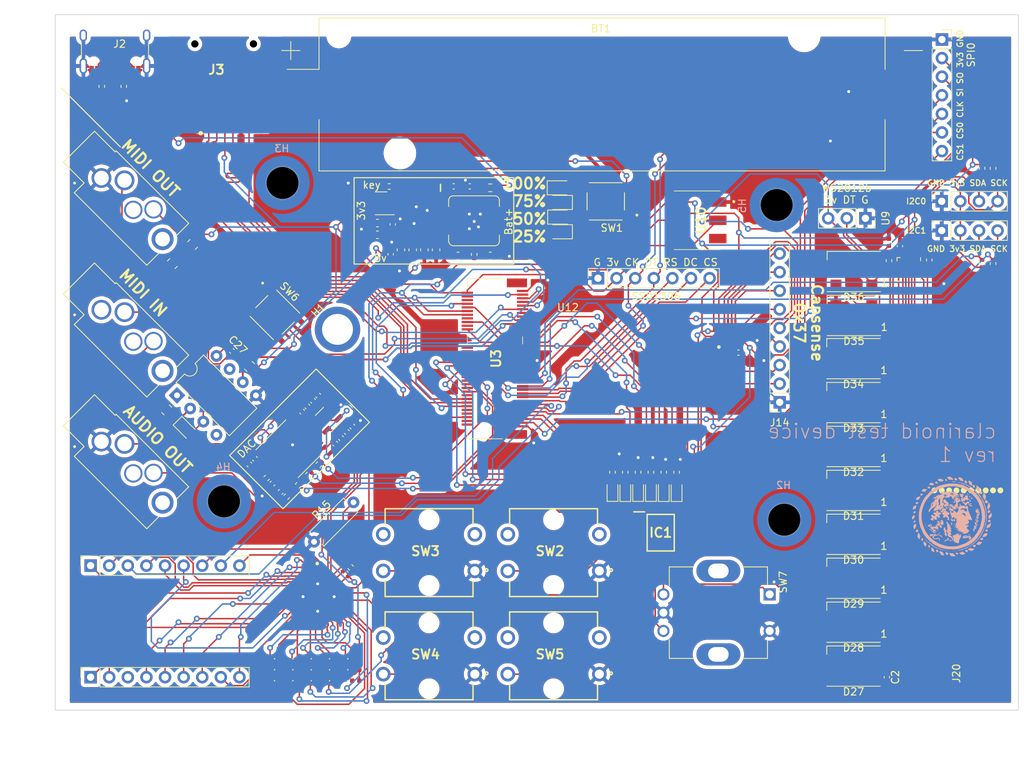
<source format=kicad_pcb>
(kicad_pcb (version 20211014) (generator pcbnew)
  (layers (0 "F.Cu" signal) (31 "B.Cu" signal) (34 "B.Paste" user) (35 "F.Paste" user) (36 "B.SilkS" user "B.Silkscreen") (37 "F.SilkS" user "F.Silkscreen") (38 "B.Mask" user) (39 "F.Mask" user) (44 "Edge.Cuts" user))
  (net 0 "")
  (net 4 "A3v3")
  (net 5 "GND")
  (net 6 "D3v3")
  (net 8 "Net-(C9-Pad1)")
  (net 9 "Net-(C12-Pad1)")
  (net 10 "Net-(C24-Pad1)")
  (net 11 "Net-(C10-Pad1)")
  (net 27 "SPI0_MISO")
  (net 28 "SPI0_generic0_cs")
  (net 29 "SPI0_generic1_cs")
  (net 31 "I2C1_SDA")
  (net 34 "I2C1_SCL")
  (net 35 "I2C_SCL")
  (net 36 "I2C_SDA")
  (net 37 "USB data in +")
  (net 38 "USB data in -")
  (net 39 "T01=MIDI OUT")
  (net 40 "Net-(J2-PadA5)")
  (net 41 "Net-(J2-PadB5)")
  (net 42 "Net-(C15-Pad1)")
  (net 43 "USB_Vin5v")
  (net 44 "Supply+5v")
  (net 45 "Batt+")
  (net 46 "Net-(D6-Pad1)")
  (net 47 "Net-(D6-Pad2)")
  (net 48 "Net-(R10-Pad2)")
  (net 49 "Net-(C7-Pad1)")
  (net 50 "Net-(C7-Pad2)")
  (net 51 "Net-(C8-Pad1)")
  (net 52 "Net-(C8-Pad2)")
  (net 53 "Net-(D1-Pad2)")
  (net 54 "Net-(D3-Pad2)")
  (net 55 "Net-(D1-Pad1)")
  (net 56 "T00 MIDI IN")
  (net 57 "SDIO_CS")
  (net 58 "SDIO_MOSI")
  (net 59 "SDIO_CLOCK")
  (net 60 "SDIO_MISO")
  (net 61 "I2S_LRCK")
  (net 62 "Net-(R1-Pad2)")
  (net 63 "I2S_DIN")
  (net 64 "Net-(R2-Pad2)")
  (net 65 "I2S_BCK")
  (net 66 "Net-(R3-Pad2)")
  (net 67 "Net-(R5-Pad1)")
  (net 69 "Net-(R6-Pad1)")
  (net 70 "Net-(R4-Pad1)")
  (net 71 "Net-(R12-Pad1)")
  (net 77 "Net-(C18-Pad1)")
  (net 78 "Net-(IC2-Pad5)")
  (net 79 "Net-(IC2-Pad7)")
  (net 80 "SPI0_SCK")
  (net 81 "SPI0_MOSI")
  (net 82 "OLED_RES")
  (net 83 "OLED_DC")
  (net 84 "OLED_CS")
  (net 85 "Net-(C30-Pad1)")
  (net 86 "WS2812_DATA")
  (net 87 "Net-(IC1-Pad4)")
  (net 88 "Net-(IC1-Pad5)")
  (net 89 "Net-(IC1-Pad6)")
  (net 90 "Net-(IC1-Pad7)")
  (net 91 "ENC_A")
  (net 92 "ENC_B")
  (net 93 "ENC_SWITCH")
  (net 94 "Net-(D5-Pad1)")
  (net 95 "GEN_LED1")
  (net 96 "Net-(D7-Pad1)")
  (net 97 "GEN_LED2")
  (net 98 "Net-(D8-Pad1)")
  (net 99 "GEN_LED3")
  (net 100 "Net-(D9-Pad1)")
  (net 101 "GEN_LED4")
  (net 102 "Net-(D10-Pad1)")
  (net 103 "GEN_LED5")
  (net 104 "Net-(D11-Pad1)")
  (net 105 "GEN_LED6")
  (net 108 "kingbright_dig1")
  (net 109 "kingbright_dig0")
  (net 110 "Net-(IC4-Pad1)")
  (net 111 "Net-(IC4-Pad2)")
  (net 112 "Net-(IC4-Pad8)")
  (net 113 "Net-(IC4-Pad9)")
  (net 114 "Net-(IC4-Pad12)")
  (net 115 "Net-(IC4-Pad13)")
  (net 117 "Net-(IC4-Pad11)")
  (net 118 "Net-(IC4-Pad10)")
  (net 119 "Net-(J20-Pad7)")
  (net 120 "Net-(SW6-Pad1)")
  (net 121 "+3V3")
  (net 126 "Net-(J10-Pad4)")
  (net 128 "Net-(J11-Pad2)")
  (net 129 "Net-(J20-Pad8)")
  (net 133 "Net-(J11-Pad4)")
  (net 135 "Net-(J20-Pad9)")
  (net 136 "Net-(J20-Pad2)")
  (net 137 "Net-(J20-Pad3)")
  (net 138 "Net-(J20-Pad4)")
  (net 139 "Net-(J20-Pad5)")
  (net 140 "Net-(J20-Pad6)")
  (net 141 "Net-(J20-Pad10)")
  (net 142 "Net-(J20-Pad11)")
  (net 147 "Net-(D12-Pad1)")
  (net 148 "Net-(D14-Pad1)")
  (net 149 "Net-(D15-Pad1)")
  (net 150 "Net-(D13-Pad1)")
  (net 151 "Net-(D16-Pad1)")
  (net 152 "Net-(D17-Pad1)")
  (net 153 "Net-(D18-Pad1)")
  (net 154 "Net-(D19-Pad1)")
  (net 155 "Net-(D20-Pad1)")
  (net 156 "Net-(D21-Pad1)")
  (net 157 "Net-(D22-Pad1)")
  (net 158 "Net-(D23-Pad1)")
  (net 159 "Net-(D24-Pad1)")
  (net 160 "Net-(D25-Pad1)")
  (net 161 "enable_led_driver")
  (net 162 "Net-(IC3-Pad37)")
  (net 163 "Net-(D27-Pad2)")
  (net 164 "Net-(D28-Pad2)")
  (net 165 "Net-(D29-Pad2)")
  (net 166 "Net-(D30-Pad2)")
  (net 167 "Net-(D31-Pad2)")
  (net 168 "Net-(D32-Pad2)")
  (net 169 "Net-(D33-Pad2)")
  (net 170 "Net-(D34-Pad2)")
  (net 171 "Net-(D35-Pad2)")
  (net 172 "WS2812_DATA2")
  (net 173 "Net-(D26-Pad1)")
  (net 174 "Net-(DS1-Pad9)")
  (net 175 "Net-(DS1-Pad8)")
  (net 176 "Net-(DS1-Pad7)")
  (net 177 "Net-(DS1-Pad6)")
  (net 178 "Net-(DS1-Pad5)")
  (net 179 "Net-(DS1-Pad4)")
  (net 180 "Net-(DS1-Pad2)")
  (net 181 "Net-(DS1-Pad1)")
  (net 182 "Net-(DS2-Pad9)")
  (net 183 "Net-(DS2-Pad7)")
  (net 184 "Net-(DS2-Pad6)")
  (net 185 "Net-(DS2-Pad5)")
  (net 186 "Net-(DS2-Pad4)")
  (net 187 "Net-(DS2-Pad2)")
  (net 188 "Net-(DS2-Pad1)")
  (footprint "LED_SMD:LED_0402_1005Metric" (layer "F.Cu") (at 120.198312 114.934542)
    (fp_text reference "D19" hide)
    (fp_text value "green")
  )
  (footprint "LED_SMD:LED_0603_1608Metric" (layer "F.Cu") (at 171.493312 90.459542 90)
    (fp_text reference "D5" hide)
    (fp_text value "blue")
  )
  (footprint "Capacitor_SMD:C_0402_1005Metric" (layer "F.Cu") (at 127.222488 81.710797 -45)
    (fp_text reference "C4" hide)
    (fp_text value "0.1uF")
  )
  (footprint "Capacitor_SMD:C_0603_1608Metric" (layer "F.Cu") (at 130.645804 55.512034 180)
    (fp_text reference "C28" hide)
    (fp_text value "0.22uF")
  )
  (footprint "Resistor_SMD:R_0402_1005Metric" (layer "F.Cu") (at 164.493312 87.949542 90)
    (fp_text reference "R38" hide)
    (fp_text value "470R")
  )
  (footprint "Connector_PinSocket_2.54mm:PinSocket_1x09_P2.54mm_Vertical" (layer "F.Cu") (at 185.566565 78.397523 180)
    (fp_text reference "J14")
    (fp_text value "touch_conn_capsense")
  )
  (footprint "Capacitor_SMD:C_0603_1608Metric" (layer "F.Cu") (at 135.460804 57.572034 -90)
    (fp_text reference "C21" hide)
    (fp_text value "22uF")
  )
  (footprint "LED_SMD:LED_0603_1608Metric" (layer "F.Cu") (at 169.743312 90.459542 90)
    (fp_text reference "D7" hide)
    (fp_text value "blue")
  )
  (footprint "Resistor_SMD:R_0402_1005Metric" (layer "F.Cu") (at 169.743312 87.949542 90)
    (fp_text reference "R35" hide)
    (fp_text value "470R")
  )
  (footprint "Resistor_SMD:R_0402_1005Metric" (layer "F.Cu") (at 213.198312 46.424542 90)
    (fp_text reference "R40" hide)
    (fp_text value "4.7k")
  )
  (footprint "LED_SMD:LED_0402_1005Metric" (layer "F.Cu") (at 120.198312 116.434542)
    (fp_text reference "D23" hide)
    (fp_text value "blue")
  )
  (footprint "Diode_SMD:D_SOD-323" (layer "F.Cu") (at 104.418164 81.972517 -45)
    (fp_text reference "D6" hide)
    (fp_text value "1N4148WS")
  )
  (footprint "LED_SMD:LED_0402_1005Metric" (layer "F.Cu") (at 117.698312 113.434542)
    (fp_text reference "D15" hide)
    (fp_text value "red")
  )
  (footprint "LED_SMD:LED_0402_1005Metric" (layer "F.Cu") (at 127.698312 116.434542)
    (fp_text reference "D26" hide)
    (fp_text value "blue")
  )
  (footprint "Package_DIP:DIP-8_W7.62mm" (layer "F.Cu") (at 103.286793 77.447034 45)
    (fp_text reference "U8" hide)
    (fp_text value "6N138")
  )
  (footprint "Capacitor_SMD:C_0402_1005Metric" (layer "F.Cu") (at 132.460804 58.177034 90)
    (fp_text reference "C23" hide)
    (fp_text value "0.1uF")
  )
  (footprint "Resistor_SMD:R_0402_1005Metric" (layer "F.Cu") (at 132.260804 48.912034 180)
    (fp_text reference "R10" hide)
    (fp_text value "10k")
  )
  (footprint "Capacitor_SMD:C_0402_1005Metric" (layer "F.Cu") (at 132.745804 54.092034 90)
    (fp_text reference "C26" hide)
    (fp_text value "10uF")
  )
  (footprint "Capacitor_SMD:C_0402_1005Metric" (layer "F.Cu") (at 122.566357 77.485667 -45)
    (fp_text reference "C14" hide)
    (fp_text value "0.1uF")
  )
  (footprint "Capacitor_SMD:C_0402_1005Metric" (layer "F.Cu") (at 200.468792 56.552042 90)
    (fp_text reference "C25" hide)
    (fp_text value "0.1uF")
  )
  (footprint "LED_SMD:LED_0603_1608Metric" (layer "F.Cu") (at 166.243312 90.449542 90)
    (fp_text reference "D9" hide)
    (fp_text value "green")
  )
  (footprint "Capacitor_SMD:C_0603_1608Metric" (layer "F.Cu") (at 141.660804 58.397034 180)
    (fp_text reference "C18" hide)
    (fp_text value "22uF")
  )
  (footprint "Capacitor_SMD:C_0603_1608Metric" (layer "F.Cu") (at 137.060804 57.572034 -90)
    (fp_text reference "C20" hide)
    (fp_text value "22uF")
  )
  (footprint "SamacSys_Parts:SOP65P640X110-16N" (layer "F.Cu") (at 169.323312 96.209542)
    (fp_text reference "IC1")
    (fp_text value "PCA9554APW,118" hide)
  )
  (footprint "clarinoid2:Sinhoo SMTSO2530CTJ" (layer "F.Cu") (at 125.198312 68.434542 45)
    (fp_text reference "H1")
    (fp_text value "M.2 riser SMTSO2530CTJ ")
  )
  (footprint "clarinoid2:Teensy_4.0_MicroMod outline fab" (layer "F.Cu") (at 142.698312 69.734542 180)
    (fp_text reference "U2" hide)
    (fp_text value "Micromod outline" hide)
  )
  (footprint "SamacSys_Parts:SOIC127P599X155-9N" (layer "F.Cu") (at 136.655804 52.072034 -90)
    (fp_text reference "IC2" hide)
    (fp_text value "Injoinic IP5306 battery charge" hide)
  )
  (footprint "SamacSys_Parts:ABPMAND001PG2A3" (layer "F.Cu") (at 174.305804 53.532034 -90)
    (fp_text reference "U10")
    (fp_text value "Pressure1_0x28_I2C0" hide)
  )
  (footprint "LED_SMD:LED_0402_1005Metric" (layer "F.Cu") (at 122.698312 113.434542)
    (fp_text reference "D13" hide)
    (fp_text value "red")
  )
  (footprint "clarinoid2:SSD1306_128x64_approximate" (layer "F.Cu") (at 154.373948 59.9462)
    (fp_text reference "U12")
    (fp_text value "ssd1306_graphic")
  )
  (footprint "Capacitor_SMD:C_0402_1005Metric" (layer "F.Cu") (at 117.439141 90.638545 45)
    (fp_text reference "C12" hide)
    (fp_text value "2.2uF")
  )
  (footprint "SamacSys_Parts:B3F-4055" (layer "F.Cu") (at 137.698312 113.034542)
    (fp_text reference "SW4")
    (fp_text value "SW_Push" hide)
  )
  (footprint "LED_SMD:LED_WS2812B_PLCC4_5.0x5.0mm_P3.2mm" (layer "F.Cu") (at 195.648312 84.434542 180)
    (fp_text reference "D32")
    (fp_text value "WS2812B")
  )
  (footprint "Battery:BatteryHolder_Keystone_1042_1x18650" (layer "F.Cu") (at 161.318304 36.346568)
    (fp_text reference "BT1")
    (fp_text value "Battery_Cell")
  )
  (footprint "clarinoid2:Inductor_MCS0630-1R0MN2" (layer "F.Cu") (at 143.860804 57.012034)
    (fp_text reference "L1" hide)
    (fp_text value "1uH")
  )
  (footprint "Resistor_SMD:R_0402_1005Metric" (layer "F.Cu") (at 205.993312 58.949542 -90)
    (fp_text reference "R4" hide)
    (fp_text value "10k")
  )
  (footprint "Connector_PinSocket_2.54mm:PinSocket_1x09_P2.54mm_Vertical" (layer "F.Cu") (at 91.493312 100.709542 90)
    (fp_text reference "DS2" hide)
    (fp_text value "Kingbright PDC54-Row2-pins10-18")
  )
  (footprint "LED_SMD:LED_0402_1005Metric" (layer "F.Cu") (at 125.198312 114.934542)
    (fp_text reference "D20" hide)
    (fp_text value "green")
  )
  (footprint "LED_SMD:LED_0402_1005Metric" (layer "F.Cu") (at 127.698312 113.434542)
    (fp_text reference "D25" hide)
    (fp_text value "red")
  )
  (footprint "SamacSys_Parts:B3F-4055" (layer "F.Cu") (at 137.698312 98.934542)
    (fp_text reference "SW3")
    (fp_text value "SW_Push" hide)
  )
  (footprint "Resistor_SMD:R_0402_1005Metric" (layer "F.Cu") (at 214.698312 46.434542 90)
    (fp_text reference "R41" hide)
    (fp_text value "4.7k")
  )
  (footprint "LED_SMD:LED_WS2812B_PLCC4_5.0x5.0mm_P3.2mm" (layer "F.Cu") (at 195.648312 90.434542 180)
    (fp_text reference "D31")
    (fp_text value "WS2812B")
  )
  (footprint "LED_SMD:LED_0603_1608Metric" (layer "F.Cu") (at 162.743312 90.449542 90)
    (fp_text reference "D11" hide)
    (fp_text value "red")
  )
  (footprint "LED_SMD:LED_0805_2012Metric" (layer "F.Cu") (at 155.580804 55.096568 180)
    (fp_text reference "D1" hide)
    (fp_text value "25%")
  )
  (footprint "SamacSys_Parts:QFN50P600X600X80-41N-D" (layer "F.Cu") (at 122.698312 104.934542 -45)
    (fp_text reference "IC3" hide)
    (fp_text value "IS32FL3240-QWLA3-TR" hide)
  )
  (footprint "Capacitor_SMD:C_0402_1005Metric" (layer "F.Cu") (at 143.260804 48.897034 180)
    (fp_text reference "C15" hide)
    (fp_text value "10uF")
  )
  (footprint "clarinoid2:SWITCHCRAFT_35RAPC4BV4" (layer "F.Cu") (at 95.660804 68.447034 -45)
    (fp_text reference "J10" hide)
    (fp_text value "MIDI IN")
  )
  (footprint "LED_SMD:LED_WS2812B_PLCC4_5.0x5.0mm_P3.2mm" (layer "F.Cu") (at 195.698312 60.534542 180)
    (fp_text reference "D36")
    (fp_text value "WS2812B")
  )
  (footprint "LED_SMD:LED_0402_1005Metric" (layer "F.Cu") (at 122.698312 116.434542)
    (fp_text reference "D18" hide)
    (fp_text value "blue")
  )
  (footprint "LED_SMD:LED_0402_1005Metric" (layer "F.Cu") (at 117.698312 116.434542)
    (fp_text reference "D22" hide)
    (fp_text value "blue")
  )
  (footprint "LED_SMD:LED_WS2812B_PLCC4_5.0x5.0mm_P3.2mm" (layer "F.Cu") (at 195.648312 114.434542 180)
    (fp_text reference "D27")
    (fp_text value "WS2812B")
  )
  (footprint "Resistor_SMD:R_0402_1005Metric" (layer "F.Cu") (at 126.993312 100.949542 135)
    (fp_text reference "R16" hide)
    (fp_text value "100k")
  )
  (footprint "Capacitor_SMD:C_0402_1005Metric" (layer "F.Cu") (at 110.782125 71.365916 -45)
    (fp_text reference "C27")
    (fp_text value "0.1uF")
  )
  (footprint "Capacitor_SMD:C_0402_1005Metric" (layer "F.Cu") (at 113.161837 86.890188 135)
    (fp_text reference "C8" hide)
    (fp_text value "2.2uF")
  )
  (footprint "Capacitor_SMD:C_0402_1005Metric" (layer "F.Cu") (at 125.677627 83.283943 135)
    (fp_text reference "C5" hide)
    (fp_text value "10uF")
  )
  (footprint "NetTie:NetTie-2_SMD_Pad0.5mm" (layer "F.Cu") (at 124.051281 85.475974 -135)
    (fp_text reference "NT1" hide)
    (fp_text value "NetTie_2")
  )
  (footprint "Capacitor_SMD:C_0402_1005Metric" (layer "F.Cu") (at 116.321912 89.493032 45)
    (fp_text reference "C9" hide)
    (fp_text value "2.2uF")
  )
  (footprint "Connector_PinSocket_2.54mm:PinSocket_1x04_P2.54mm_Vertical" (layer "F.Cu") (at 207.698312 50.934542 90)
    (fp_text reference "J5" hide)
    (fp_text value "header_i2c")
  )
  (footprint "LED_SMD:LED_WS2812B_PLCC4_5.0x5.0mm_P3.2mm" (layer "F.Cu") (at 195.698312 66.534542 180)
    (fp_text reference "D35")
    (fp_text value "WS2812B")
  )
  (footprint "LED_SMD:LED_0603_1608Metric" (layer "F.Cu") (at 167.993312 90.449542 90)
    (fp_text reference "D8" hide)
    (fp_text value "green")
  )
  (footprint "LED_SMD:LED_0402_1005Metric" (layer "F.Cu") (at 122.698312 114.934542)
    (fp_text reference "D17" hide)
    (fp_text value "green")
  )
  (footprint "LED_SMD:LED_0402_1005Metric" (layer "F.Cu") (at 120.198312 113.434542)
    (fp_text reference "D14" hide)
    (fp_text value "red")
  )
  (footprint "LED_SMD:LED_0805_2012Metric" (layer "F.Cu") (at 155.580804 53.096568)
    (fp_text reference "D2" hide)
    (fp_text value "50%")
  )
  (footprint "Package_TO_SOT_SMD:SOT-23-5" (layer "F.Cu") (at 131.145804 51.212034 180)
    (fp_text reference "U11" hide)
    (fp_text value "TLV75733PDBV")
  )
  (footprint "Resistor_SMD:R_0402_1005Metric" (layer "F.Cu") (at 118.253006 91.27425 -135)
    (fp_text reference "R6" hide)
    (fp_text value "470R")
  )
  (footprint "SamacSys_Parts:B3F-4055" (layer "F.Cu") (at 154.698312 98.934542)
    (fp_text reference "SW2")
    (fp_text value "SW_Push" hide)
  )
  (footprint "LED_SMD:LED_WS2812B_PLCC4_5.0x5.0mm_P3.2mm" (layer "F.Cu") (at 195.648312 102.434542 180)
    (fp_text reference "D29")
    (fp_text value "WS2812B")
  )
  (footprint "Capacitor_SMD:C_0402_1005Metric" (layer "F.Cu") (at 201.993312 57.059542 90)
    (fp_text reference "C24" hide)
    (fp_text value "0.1uF")
  )
  (footprint "Capacitor_SMD:C_0402_1005Metric" (layer "F.Cu") (at 121.85925 78.192774 -45)
    (fp_text reference "C11" hide)
    (fp_text value "10uF")
  )
  (footprint "Resistor_SMD:R_0402_1005Metric" (layer "F.Cu") (at 171.493312 87.949542 90)
    (fp_text reference "R34" hide)
    (fp_text value "470R")
  )
  (footprint "Capacitor_SMD:C_0402_1005Metric" (layer "F.Cu") (at 124.885667 84.047618 135)
    (fp_text reference "C6" hide)
    (fp_text value "0.1uF")
  )
  (footprint "LED_SMD:LED_0402_1005Metric" (layer "F.Cu") (at 117.698312 114.934542)
    (fp_text reference "D16" hide)
    (fp_text value "green")
  )
  (footprint "Capacitor_SMD:C_0603_1608Metric" (layer "F.Cu") (at 138.660804 57.572034 -90)
    (fp_text reference "C17" hide)
    (fp_text value "22uF")
  )
  (footprint "LED_SMD:LED_0402_1005Metric" (layer "F.Cu") (at 125.198312 116.434542)
    (fp_text reference "D24" hide)
    (fp_text value "blue")
  )
  (footprint "Resistor_SMD:R_0805_2012Metric" (layer "F.Cu") (at 102.660804 59.447034 45)
    (fp_text reference "R21" hide)
    (fp_text value "47R")
  )
  (footprint "Resistor_SMD:R_0805_2012Metric" (layer "F.Cu") (at 113.195127 73.496075 135)
    (fp_text reference "R22" hide)
    (fp_text value "470R")
  )
  (footprint "LED_SMD:LED_0805_2012Metric" (layer "F.Cu") (at 155.518304 49.096568)
    (fp_text reference "D4" hide)
    (fp_text value "100%")
  )
  (footprint "Resistor_SMD:R_0402_1005Metric" (layer "F.Cu") (at 166.243312 87.949542 90)
    (fp_text reference "R37" hide)
    (fp_text value "470R")
  )
  (footprint "Resistor_THT:R_Axial_DIN0207_L6.3mm_D2.5mm_P7.62mm_Horizontal" (layer "F.Cu") (at 121.993312 97.449542 45)
    (fp_text reference "R15")
    (fp_text value "4.7k")
  )
  (footprint "Package_DFN_QFN:UQFN-20_3x3mm_P0.4mm" (layer "F.Cu") (at 203.193312 60.239542 -90)
    (fp_text reference "U4" hide)
    (fp_text value "MPR121, 0x5A")
  )
  (footprint "Resistor_SMD:R_0402_1005Metric" (layer "F.Cu") (at 143.860804 58.197034 -90)
    (fp_text reference "R11" hide)
    (fp_text value "0.5R")
  )
  (footprint "clarinoid2:SOFNG TF-15x15 (LCSC C111196)" (layer "F.Cu") (at 108.62 33.3625 180)
    (fp_text reference "J3")
    (fp_text value "microSD SOFNG TF-15x15" hide)
  )
  (footprint "Resistor_SMD:R_0402_1005Metric" (layer "F.Cu") (at 122.644139 86.911401 -135)
    (fp_text reference "R3" hide)
    (fp_text value "22R")
  )
  (footprint "Connector_PinSocket_2.54mm:PinSocket_1x07_P2.54mm_Vertical" (layer "F.Cu") (at 207.723312 28.834542)
    (fp_text reference "J4" hide)
    (fp_text value "header_spi")
  )
  (footprint "Capacitor_SMD:C_0402_1005Metric" (layer "F.Cu") (at 121.081433 78.970592 135)
    (fp_text reference "C13" hide)
    (fp_text value "0.1uF")
  )
  (footprint "clarinoid2:SWITCHCRAFT_35RAPC4BV4" (layer "F.Cu") (at 95.660804 86.447034 -45)
    (fp_text reference "J1" hide)
    (fp_text value "AudioOut")
  )
  (footprint "LED_SMD:LED_WS2812B_PLCC4_5.0x5.0mm_P3.2mm" (layer "F.Cu") (at 195.648312 78.434542 180)
    (fp_text reference "D33")
    (fp_text value "WS2812B")
  )
  (footprint "CapTouchSliders:CaptouchSlider_Masked_H3x3_A1.0mm_x12" (layer "F.Cu") (at 213.698312 115.434542 90)
    (fp_text reference "J20")
    (fp_text value "CapTouchSlider3")
  )
  (footprint "Resistor_SMD:R_0402_1005Metric" (layer "F.Cu") (at 119.815712 89.739828 45)
    (fp_text reference "R1" hide)
    (fp_text value "22R")
  )
  (footprint "LED_SMD:LED_0603_1608Metric" (layer "F.Cu") (at 164.493312 90.459542 90)
    (fp_text reference "D10" hide)
    (fp_text value "red")
  )
  (footprint "Capacitor_SMD:C_0402_1005Metric" (layer "F.Cu") (at 126.478342 82.454944 -45)
    (fp_text reference "C3" hide)
    (fp_text value "10uF")
  )
  (footprint "Resistor_SMD:R_0402_1005Metric" (layer "F.Cu") (at 93.018304 35.236568 90)
    (fp_text reference "R7" hide)
    (fp_text value "5.1k")
  )
  (footprint "Package_SO:TSSOP-20_4.4x6.5mm_P0.65mm" (layer "F.Cu") (at 118.995468 84.733512 45)
    (fp_text reference "U1" hide)
    (fp_text value "PCM5102A")
  )
  (footprint "Resistor_SMD:R_0402_1005Metric" (layer "F.Cu") (at 96.018304 35.236568 90)
    (fp_text reference "R8" hide)
    (fp_text value "5.1k")
  )
  (footprint "LED_SMD:LED_0805_2012Metric" (layer "F.Cu") (at 155.580804 51.096568 180)
    (fp_text reference "D3" hide)
    (fp_text value "75%")
  )
  (footprint "Connector_PinSocket_2.54mm:PinSocket_1x07_P2.54mm_Vertical" (layer "F.Cu") (at 160.760804 61.447034 90)
    (fp_text reference "J12" hide)
    (fp_text value "SSD1306")
  )
  (footprint "Connector_PinSocket_2.54mm:PinSocket_1x09_P2.54mm_Vertical" (layer "F.Cu") (at 91.493312 115.949542 90)
    (fp_text reference "DS1" hide)
    (fp_text value "Kingbright PDC54-Row1-pins01-09")
  )
  (footprint "SamacSys_Parts:QFN50P300X300X60-17N-D" (layer "F.Cu") (at 178.766565 68.947523 90)
    (fp_text reference "IC4" hide)
    (fp_text value "CY8CMBR3108-LQXIT" hide)
  )
  (footprint "Capacitor_SMD:C_0402_1005Metric" (layer "F.Cu") (at 200.198312 115.954542 -90)
    (fp_text reference "C2")
    (fp_text value "0.1uF")
  )
  (footprint "LED_SMD:LED_WS2812B_PLCC4_5.0x5.0mm_P3.2mm" (layer "F.Cu") (at 195.648312 96.434542 180)
    (fp_text reference "D30")
    (fp_text value "WS2812B")
  )
  (footprint "LED_SMD:LED_WS2812B_PLCC4_5.0x5.0mm_P3.2mm" (layer "F.Cu") (at 195.648312 108.434542 180)
    (fp_text reference "D28")
    (fp_text value "WS2812B")
  )
  (footprint "Resistor_SMD:R_0402_1005Metric" (layer "F.Cu") (at 213.198312 59.444542 -90)
    (fp_text reference "R13" hide)
    (fp_text value "4.7k")
  )
  (footprint "clarinoid2:USB_C_Receptacle_XKB_U262-16XN-4BVC11" (layer "F.Cu") (at 94.818304 29.346568 180)
    (fp_text reference "J2")
    (fp_text value "XKB_U262-16XN-4BVC11 USB-C recept")
  )
  (footprint "Capacitor_SMD:C_0402_1005Metric" (layer "F.Cu") (at 126.332723 101.788953 135)
    (fp_text reference "C1" hide)
    (fp_text value "0.1uF")
  )
  (footprint "SamacSys_Parts:B3F-4055" (layer "F.Cu") (at 154.698312 113.034542)
    (fp_text reference "SW5")
    (fp_text value "SW_Push" hide)
  )
  (footprint "Connector_PinSocket_2.54mm:PinSocket_1x04_P2.54mm_Vertical" (layer "F.Cu") (at 207.698312 54.934542 90)
    (fp_text reference "J6" hide)
    (fp_text value "header_i2c1")
  )
  (footprint "Capacitor_SMD:C_0402_1005Metric" (layer "F.Cu") (at 120.374326 79.677698 135)
    (fp_text reference "C10" hide)
    (fp_text value "10uF")
  )
  (footprint "Resistor_SMD:R_0402_1005Metric" (layer "F.Cu") (at 167.993312 87.949542 90)
    (fp_text reference "R36" hide)
    (fp_text value "470R")
  )
  (footprint "SamacSys_Parts:21992304" (layer "F.Cu") (at 146.848312 72.434542 -90)
    (fp_text reference "U3")
    (fp_text value "APCI0136-P001A Teensy_4.0_MicroMod" hide)
  )
  (footprint "clarinoid2:SWITCHCRAFT_35RAPC4BV4" (layer "F.Cu") (at 95.660804 50.447034 -45)
    (fp_text reference "J11" hide)
    (fp_text value "MIDI OUT")
  )
  (footprint "Resistor_SMD:R_0603_1608Metric" (layer "F.Cu") (at 146.060804 49.097034 180)
    (fp_text reference "R9" hide)
    (fp_text value "2R")
  )
  (footprint "Resistor_SMD:R_0402_1005Metric" (layer "F.Cu") (at 115.529953 88.729357 -135)
    (fp_text reference "R5" hide)
    (fp_text value "470R")
  )
  (footprint "Capacitor_SMD:C_0603_1608Metric" (layer "F.Cu") (at 133.860804 57.572034 -90)
    (fp_text reference "C22" hide)
    (fp_text value "22uF")
  )
  (footprint "Resistor_SMD:R_0402_1005Metric" (layer "F.Cu") (at 121.236996 88.318543 -135)
    (fp_text reference "R2" hide)
    (fp_text value "22R")
  )
  (footprint "Resistor_SMD:R_0402_1005Metric" (layer "F.Cu") (at 200.493312 59.049542 90)
    (fp_text reference "R12" hide)
    (fp_text value "75k")
  )
  (footprint "Capacitor_SMD:C_0603_1608Metric" (layer "F.Cu") (at 146.060804 58.397034)
    (fp_text reference "C19" hide)
    (fp_text value "22uF")
  )
  (footprint "Capacitor_SMD:C_0402_1005Metric" (layer "F.Cu") (at 141.060804 48.897034)
    (fp_text reference "C16" hide)
    (fp_text value "10uF")
  )
  (footprint "LED_SMD:LED_WS2812B_PLCC4_5.0x5.0mm_P3.2mm" (layer "F.Cu") (at 195.648312 72.434542 180)
    (fp_text reference "D34")
    (fp_text value "WS2812B")
  )
  (footprint "Resistor_SMD:R_0805_2012Metric" (layer "F.Cu") (at 105.41852 56.830738 45)
    (fp_text reference "R20" hide)
    (fp_text value "47R")
  )
  (footprint "Capacitor_SMD:C_0402_1005Metric" (layer "F.Cu") (at 179.941565 71.607523)
    (fp_text reference "C30" hide)
    (fp_text value "0.1uF")
  )
  (footprint "Resistor_SMD:R_0402_1005Metric" (layer "F.Cu") (at 214.698312 59.444542 -90)
    (fp_text reference "R14" hide)
    (fp_text value "4.7k")
  )
  (footprint "LED_SMD:LED_0402_1005Metric" (layer "F.Cu") (at 127.698312 114.934542)
    (fp_text reference "D21" hide)
    (fp_text value "green")
  )
  (footprint "clarinoid2:XKB switch jlcpcb SW_TS-1187A-B-A-B" (layer "F.Cu") (at 161.823304 50.947034 180)
    (fp_text reference "SW1")
    (fp_text value "SW_Push")
  )
  (footprint "Capacitor_SMD:C_0603_1608Metric" (layer "F.Cu") (at 130.645804 53.912034 180)
    (fp_text reference "C29" hide)
    (fp_text value "0.1uF")
  )
  (footprint "clarinoid2:Bourns_ENC_PEC11R-4215F-S0024" (layer "F.Cu") (at 177.198312 107.134542 -90)
    (fp_text reference "SW7")
    (fp_text value "RotaryEncoder_Switch_ABC12")
  )
  (footprint "Capacitor_SMD:C_0402_1005Metric" (layer "F.Cu") (at 113.939654 86.11237 -45)
    (fp_text reference "C7" hide)
    (fp_text value "2.2uF")
  )
  (footprint "Connector_PinSocket_2.54mm:PinSocket_1x03_P2.54mm_Vertical" (layer "F.Cu") (at 197.273312 53.259542 -90)
    (fp_text reference "U9")
    (fp_text value "WS2812")
  )
  (footprint "Resistor_SMD:R_0402_1005Metric" (layer "F.Cu") (at 162.743312 87.949542 90)
    (fp_text reference "R39" hide)
    (fp_text value "470R")
  )
  (footprint "LED_SMD:LED_0402_1005Metric" (layer "F.Cu") (at 125.198312 113.434542)
    (fp_text reference "D12" hide)
    (fp_text value "red")
  )
  (footprint "Resistor_SMD:R_0805_2012Metric" (layer "F.Cu") (at 101.881419 79.435772 -45)
    (fp_text reference "R19" hide)
    (fp_text value "220R")
  )
  (footprint "clarinoid2:XKB switch jlcpcb SW_TS-1187A-B-A-B" (layer "F.Cu") (at 116.660804 66.447034 -45)
    (fp_text reference "SW6")
    (fp_text value "SW_Push")
  )
  (footprint "Package_TO_SOT_SMD:SOT-23-5" (layer "F.Cu") (at 123.839149 80.738359 -135)
    (fp_text reference "U7" hide)
    (fp_text value "TLV75533PDBV")
  )
  (footprint "clarinoid2:Wurth Elektronik Reverse SMD Spacer M3" (layer "B.Cu") (at 186.198312 94.434542 180)
    (fp_text reference "H2")
    (fp_text value "MountingHole" hide)
  )
  (footprint "LOGO" (layer "B.Cu") (at 208.993312 94.199542 180)
    (fp_text reference "G***")
    (fp_text value "LOGO" hide)
  )
  (footprint "clarinoid2:Wurth Elektronik Reverse SMD Spacer M3" (layer "B.Cu") (at 109.698312 91.934542 180)
    (fp_text reference "H4")
    (fp_text value "MountingHole" hide)
  )
  (footprint "clarinoid2:Wurth Elektronik Reverse SMD Spacer M3" (layer "B.Cu") (at 185.160804 51.447034 -90)
    (fp_text reference "H5")
    (fp_text value "MountingHole" hide)
  )
  (footprint "clarinoid2:Wurth Elektronik Reverse SMD Spacer M3" (layer "B.Cu") (at 117.698312 48.434542 180)
    (fp_text reference "H3")
    (fp_text value "MountingHole" hide)
  )
  (gr_poly (pts (xy 110.469855 85.657727) (xy 117.753055 92.940926) (xy 129.561738 81.132243) (xy 122.278538 73.849043)) (layer "F.SilkS") (width 0.15) (fill none))
  (gr_line (start 95.5388 43.499246) (end 87.5388 35.499246) (layer "F.SilkS") (width 0.15))
  (gr_rect (start 127.460804 47.712034) (end 149.260804 59.512034) (layer "F.SilkS") (width 0.15) (fill none))
  (gr_rect (start 86.660804 25.447034) (end 218.160804 120.447034) (layer "Edge.Cuts") (width 0.1) (fill none))
  (gr_text "clarinoid test device\nrev 1" (at 215.243312 83.949542) (layer "B.SilkS") (effects (font (size 2 2)) (justify left mirror)))
  (gr_text "G 3v CK DT RS DC CS\n" (at 168.635061 59.278178) (layer "F.SilkS") (effects (font (size 1 1))))
  (gr_text "MIDI IN" (at 98.660804 63.447034 315) (layer "F.SilkS") (effects (font (size 1.5 1.5) (thickness 0.3))))
  (gr_text "3v3" (at 128.445804 52.212034 90) (layer "F.SilkS") (effects (font (size 1 1))))
  (gr_text "key" (at 129.860804 48.712034) (layer "F.SilkS") (effects (font (size 1 1))))
  (gr_text "I2C0" (at 204.198312 50.934542) (layer "F.SilkS") (effects (font (size 0.8 0.8))))
  (gr_text "AUDIO OUT" (at 100.660804 83.447034 315) (layer "F.SilkS") (effects (font (size 1.5 1.5) (thickness 0.3))))
  (gr_text "5v" (at 131.060804 58.697034) (layer "F.SilkS") (effects (font (size 1 1))))
  (gr_text "DAC" (at 112.803307 84.738488 45) (layer "F.SilkS") (effects (font (size 1 1))))
  (gr_text "GND 3v3 SDA SCK" (at 211.198312 57.434542) (layer "F.SilkS") (effects (font (size 0.8 0.8))))
  (gr_text "Capsense\n0x37" (at 189.460804 67.547034 270) (layer "F.SilkS") (effects (font (size 1.5 1.5) (thickness 0.3))))
  (gr_text "Bat+" (at 148.560804 53.697034 90) (layer "F.SilkS") (effects (font (size 1 1))))
  (gr_text "WS2812b\n3v DT G" (at 194.698312 49.934542) (layer "F.SilkS") (effects (font (size 1 1))))
  (gr_text "100%\n75%\n50%\n25%" (at 153.895804 52.136568) (layer "F.SilkS") (effects (font (size 1.5 1.5) (thickness 0.3)) (justify right)))
  (gr_text "MIDI OUT" (at 99.660804 46.447034 315) (layer "F.SilkS") (effects (font (size 1.5 1.5) (thickness 0.3))))
  (gr_text "I2C1" (at 204.198312 54.934542) (layer "F.SilkS") (effects (font (size 0.8 0.8))))
  (gr_text "GND 3v3 SDA SCK" (at 211.198312 48.434542) (layer "F.SilkS") (effects (font (size 0.8 0.8))))
  (gr_text "SSD1306\n" (at 168.698312 63.934542) (layer "F.SilkS") (effects (font (size 1 1))))
  (gr_text "CS1 CS0 CLK SI SO 3v3 GND" (at 210.198312 36.434542 90) (layer "F.SilkS") (effects (font (size 0.8 0.8))))
  (gr_text "SPI0" (at 211.698312 30.934542 90) (layer "F.SilkS") (effects (font (size 1 1))))
  (segment (start 117.545899 79.81912) (end 121.717829 75.64719) (width 0.2) (layer "F.Cu") (net 4))
  (segment (start 124.260648 75.64719) (end 124.260804 75.647034) (width 0.2) (layer "F.Cu") (net 4))
  (segment (start 118.120423 87.906654) (end 118.581814 87.445262) (width 0.2) (layer "F.Cu") (net 4))
  (segment (start 114.669658 83.232761) (end 114.903087 83.46619) (width 0.2) (layer "F.Cu") (net 4))
  (segment (start 116.083872 81.281146) (end 116.083872 81.677126) (width 0.2) (layer "F.Cu") (net 4))
  (segment (start 124.260804 75.647034) (end 127.445394 78.831624) (width 0.2) (layer "F.Cu") (net 4))
  (segment (start 117.545899 79.81912) (end 116.083872 81.281146) (width 0.2) (layer "F.Cu") (net 4))
  (segment (start 121.717829 75.64719) (end 124.260648 75.64719) (width 0.2) (layer "F.Cu") (net 4))
  (segment (start 118.581814 87.445262) (end 118.581814 84.709445) (width 0.2) (layer "F.Cu") (net 4))
  (segment (start 127.445394 78.831624) (end 127.445394 80.809069) (width 0.2) (layer "F.Cu") (net 4))
  (segment (start 114.903087 83.46619) (end 114.903087 84.689318) (width 0.2) (layer "F.Cu") (net 4))
  (segment (start 127.445394 80.809069) (end 126.040019 82.214444) (width 0.2) (layer "F.Cu") (net 4))
  (segment (start 117.545899 83.67353) (end 117.545899 79.81912) (width 0.2) (layer "F.Cu") (net 4))
  (segment (start 118.581814 84.709445) (end 117.545899 83.67353) (width 0.2) (layer "F.Cu") (net 4))
  (segment (start 126.040019 82.214444) (end 123.706567 82.214444) (width 0.2) (layer "F.Cu") (net 4))
  (via (at 114.669658 83.232761) (size 0.8) (drill 0.4) (layers "F.Cu" "B.Cu") (net 4))
  (via (at 116.083872 81.677126) (size 0.8) (drill 0.4) (layers "F.Cu" "B.Cu") (net 4))
  (segment (start 114.669658 83.09134) (end 114.669658 83.232761) (width 0.2) (layer "B.Cu") (net 4))
  (segment (start 116.083872 81.677126) (end 114.669658 83.09134) (width 0.2) (layer "B.Cu") (net 4))
  (segment (start 142.780804 48.897034) (end 141.540804 48.897034) (width 0.2) (layer "F.Cu") (net 5))
  (segment (start 153.910804 62.686279) (end 153.910804 61.697034) (width 0.2) (layer "F.Cu") (net 5))
  (segment (start 136.655804 52.072034) (end 136.655804 52.967861) (width 0.2) (layer "F.Cu") (net 5))
  (segment (start 152.448312 71.684542) (end 152.448312 72.684542) (width 0.2) (layer "F.Cu") (net 5))
  (segment (start 182.493312 69.949542) (end 181.241293 68.697523) (width 0.2) (layer "F.Cu") (net 5))
  (segment (start 142.780804 48.166534) (end 142.660804 48.046534) (width 0.2) (layer "F.Cu") (net 5))
  (segment (start 151.184826 81.697034) (end 151.993312 82.50552) (width 0.2) (layer "F.Cu") (net 5))
  (segment (start 117.778552 90.299134) (end 116.377802 90.299134) (width 0.2) (layer "F.Cu") (net 5))
  (segment (start 146.835804 58.397034) (end 148.610804 58.397034) (width 0.2) (layer "F.Cu") (net 5))
  (segment (start 152.448312 73.179548) (end 152.448312 72.684542) (width 0.2) (layer "F.Cu") (net 5))
  (segment (start 132.460804 57.697034) (end 132.460804 56.647034) (width 0.2) (layer "F.Cu") (net 5))
  (segment (start 150.473312 72.684542) (end 152.448312 72.684542) (width 0.2) (layer "F.Cu") (net 5))
  (segment (start 200.493312 58.079542) (end 200.493312 58.539542) (width 0.2) (layer "F.Cu") (net 5))
  (segment (start 124.771054 102.6718) (end 125.993312 101.449542) (width 0.2) (layer "F.Cu") (net 5))
  (segment (start 124.466078 104.934542) (end 122.698312 104.934542) (width 0.2) (layer "F.Cu") (net 5))
  (segment (start 125.66816 103.73246) (end 124.466078 104.934542) (width 0.2) (layer "F.Cu") (net 5))
  (segment (start 201.393312 59.439542) (end 200.493312 58.539542) (width 0.2) (layer "F.Cu") (net 5))
  (segment (start 208.598292 68.534562) (end 209.698312 67.434542) (width 0.2) (layer "F.Cu") (net 5))
  (segment (start 151.993312 82.50552) (end 151.993312 83.949542) (width 0.2) (layer "F.Cu") (net 5))
  (segment (start 201.993312 56.579542) (end 200.493312 58.079542) (width 0.2) (layer "F.Cu") (net 5))
  (segment (start 109.13038 73.158391) (end 108.219514 73.158391) (width 0.2) (layer "F.Cu") (net 5))
  (segment (start 181.511076 72.697034) (end 183.410804 72.697034) (width 0.2) (layer "F.Cu") (net 5))
  (segment (start 120.43557 106.84373) (end 120.789124 106.84373) (width 0.2) (layer "F.Cu") (net 5))
  (segment (start 126.667576 82.944532) (end 125.338215 82.944532) (width 0.2) (layer "F.Cu") (net 5))
  (segment (start 128.328586 80.880471) (end 127.561899 81.647158) (width 0.2) (layer "F.Cu") (net 5))
  (segment (start 96.018304 35.746568) (end 96.018304 36.804534) (width 0.2) (layer "F.Cu") (net 5))
  (segment (start 127.558531 82.053577) (end 126.817753 82.794355) (width 0.2) (layer "F.Cu") (net 5))
  (segment (start 125.338215 82.944532) (end 124.57454 83.708207) (width 0.2) (layer "F.Cu") (net 5))
  (segment (start 178.766565 68.947523) (end 179.016565 68.697523) (width 0.2) (layer "F.Cu") (net 5))
  (segment (start 167.993312 86.199542) (end 168.243312 85.949542) (width 0.2) (layer "F.Cu") (net 5))
  (segment (start 207.993312 62.199542) (end 206.598292 63.594562) (width 0.2) (layer "F.Cu") (net 5))
  (segment (start 151.443318 74.184542) (end 152.448312 73.179548) (width 0.2) (layer "F.Cu") (net 5))
  (segment (start 171.493312 86.699542) (end 171.993312 86.199542) (width 0.2) (layer "F.Cu") (net 5))
  (segment (start 129.870804 53.912034) (end 129.295804 53.912034) (width 0.2) (layer "F.Cu") (net 5))
  (segment (start 137.060804 58.347034) (end 138.660804 58.347034) (width 0.2) (layer "F.Cu") (net 5))
  (segment (start 167.993312 87.439542) (end 167.993312 86.199542) (width 0.2) (layer "F.Cu") (net 5))
  (segment (start 118.030263 79.90112) (end 121.843369 76.088014) (width 0.2) (layer "F.Cu") (net 5))
  (segment (start 111.121536 71.705327) (end 110.583444 71.705327) (width 0.2) (layer "F.Cu") (net 5))
  (segment (start 124.88971 78.382024) (end 124.88971 79.687798) (width 0.2) (layer "F.Cu") (net 5))
  (segment (start 119.039662 88.825892) (end 118.580042 88.366273) (width 0.2) (layer "F.Cu") (net 5))
  (segment (start 133.660804 60.447034) (end 133.860804 60.247034) (width 0.2) (layer "F.Cu") (net 5))
  (segment (start 169.743312 87.439542) (end 169.743312 86.449542) (width 0.2) (layer "F.Cu") (net 5))
  (segment (start 123.476757 84.777706) (end 123.087848 84.777706) (width 0.2) (layer "F.Cu") (net 5))
  (segment (start 129.425804 51.212034) (end 132.283304 51.212034) (width 0.2) (layer "F.Cu") (net 5))
  (segment (start 118.030263 81.186688) (end 118.030263 79.90112) (width 0.2) (layer "F.Cu") (net 5))
  (segment (start 136.655804 52.967861) (end 135.650799 53.972866) (width 0.2) (layer "F.Cu") (net 5))
  (segment (start 124.546256 83.708207) (end 123.476757 84.777706) (width 0.2) (layer "F.Cu") (net 5))
  (segment (start 124.57454 83.708207) (end 124.546256 83.708207) (width 0.2) (layer "F.Cu") (net 5))
  (segment (start 118.740385 81.771258) (end 118.614833 81.771258) (width 0.2) (layer "F.Cu") (net 5))
  (segment (start 119.410893 81.100751) (end 118.740385 81.771258) (width 0.2) (layer "F.Cu") (net 5))
  (segment (start 120.789751 82.479609) (end 119.065487 84.203873) (width 0.2) (layer "F.Cu") (net 5))
  (segment (start 202.793312 57.379542) (end 201.993312 56.579542) (width 0.2) (layer "F.Cu") (net 5))
  (segment (start 129.870804 53.912034) (end 129.870804 55.512034) (width 0.2) (layer "F.Cu") (net 5))
  (segment (start 116.377802 90.299134) (end 115.479902 91.197034) (width 0.2) (layer "F.Cu") (net 5))
  (segment (start 118.740385 83.878772) (end 119.065487 84.203873) (width 0.2) (layer "F.Cu") (net 5))
  (segment (start 206.598292 68.475972) (end 206.656882 68.534562) (width 0.2) (layer "F.Cu") (net 5))
  (segment (start 150.473312 74.184542) (end 151.443318 74.184542) (width 0.2) (layer "F.Cu") (net 5))
  (segment (start 179.016565 68.697523) (end 180.266565 68.697523) (width 0.2) (layer "F.Cu") (net 5))
  (segment (start 124.6075 102.6718) (end 124.771054 102.6718) (width 0.2) (layer "F.Cu") (net 5))
  (segment (start 122.5957 76.088014) (end 124.88971 78.382024) (width 0.2) (layer "F.Cu") (net 5))
  (segment (start 108.219514 73.158391) (end 107.575436 72.514313) (width 0.2) (layer "F.Cu") (net 5))
  (segment (start 127.561899 81.647158) (end 127.561899 82.050209) (width 0.2) (layer "F.Cu") (net 5))
  (segment (start 132.745804 53.612034) (end 133.495804 53.612034) (width 0.2) (layer "F.Cu") (net 5))
  (segment (start 121.843369 76.088014) (end 122.5957 76.088014) (width 0.2) (layer "F.Cu") (net 5))
  (segment (start 164.493312 86.279542) (end 164.493312 87.439542) (width 0.2) (layer "F.Cu") (net 5))
  (segment (start 129.295804 53.912034) (end 128.460804 54.747034) (width 0.2) (layer "F.Cu") (net 5))
  (segment (start 140.835804 58.347034) (end 140.885804 58.397034) (width 0.2) (layer "F.Cu") (net 5))
  (segment (start 96.018304 36.804534) (end 96.410804 37.197034) (width 0.2) (layer "F.Cu") (net 5))
  (segment (start 152.58582 61.697034) (end 153.910804 61.697034) (width 0.2) (layer "F.Cu") (net 5))
  (segment (start 120.789124 107.197284) (end 120.43557 106.84373) (width 0.2) (layer "F.Cu") (net 5))
  (segment (start 120.789124 106.84373) (end 122.698312 104.934542) (width 0.2) (layer "F.Cu") (net 5))
  (segment (start 126.817753 82.794355) (end 126.667576 82.944532) (width 0.2) (layer "F.Cu") (net 5))
  (segment (start 148.610804 58.397034) (end 148.660804 58.447034) (width 0.2) (layer "F.Cu") (net 5))
  (segment (start 115.479902 91.197034) (end 114.910804 91.197034) (width 0.2) (layer "F.Cu") (net 5))
  (segment (start 150.273304 81.697034) (end 151.184826 81.697034) (width 0.2) (layer "F.Cu") (net 5))
  (segment (start 116.661324 89.153621) (end 117.156298 89.648596) (width 0.2) (layer "F.Cu") (net 5))
  (segment (start 171.493312 87.439542) (end 171.493312 86.699542) (width 0.2) (layer "F.Cu") (net 5))
  (segment (start 169.743312 86.449542) (end 169.993312 86.199542) (width 0.2) (layer "F.Cu") (net 5))
  (segment (start 202.793312 58.852042) (end 202.793312 57.379542) (width 0.2) (layer "F.Cu") (net 5))
  (segment (start 151.948312 71.184542) (end 152.448312 71.684542) (width 0.2) (layer "F.Cu") (net 5))
  (segment (start 206.598292 63.594562) (end 206.598292 68.475972) (width 0.2) (layer "F.Cu") (net 5))
  (segment (start 120.742021 78.63118) (end 121.519839 77.853363) (width 0.2) (layer "F.Cu") (net 5))
  (segment (start 124.6075 103.025354) (end 122.698312 104.934542) (width 0.2) (layer "F.Cu") (net 5))
  (segment (start 124.961054 103.025354) (end 124.6075 103.025354) (width 0.2) (layer "F.Cu") (net 5))
  (segment (start 164.493312 87.439542) (end 162.743312 87.439542) (width 0.2) (layer "F.Cu") (net 5))
  (segment (start 117.156298 89.648596) (end 117.25777 89.750068) (width 0.2) (layer "F.Cu") (net 5))
  (segment (start 133.495804 53.612034) (end 133.760804 53.347034) (width 0.2) (layer "F.Cu") (net 5))
  (segment (start 107.575436 72.514313) (end 107.575436 71.289761) (width 0.2) (layer "F.Cu") (net 5))
  (segment (start 121.519839 77.853363) (end 122.226946 77.146256) (width 0.2) (layer "F.Cu") (net 5))
  (segment (start 150.473312 64.684542) (end 151.912541 64.684542) (width 0.2) (layer "F.Cu") (net 5))
  (segment (start 126.660804 48.447034) (end 129.425804 51.212034) (width 0.2) (layer "F.Cu") (net 5))
  (segment (start 118.740385 81.771258) (end 118.740385 83.878772) (width 0.2) (layer "F.Cu") (net 5))
  (segment (start 151.098312 63.184542) (end 152.58582 61.697034) (width 0.2) (layer "F.Cu") (net 5))
  (segment (start 120.055014 79.358387) (end 120.034915 79.338287) (width 0.2) (layer "F.Cu") (net 5))
  (segment (start 206.656882 68.534562) (end 208.598292 68.534562) (width 0.2) (layer "F.Cu") (net 5))
  (segment (start 181.241293 68.697523) (end 180.266565 68.697523) (width 0.2) (layer "F.Cu") (net 5))
  (segment (start 151.912541 64.684542) (end 153.910804 62.686279) (width 0.2) (layer "F.Cu") (net 5))
  (segment (start 166.243312 87.439542) (end 166.243312 85.949542) (width 0.2) (layer "F.Cu") (net 5))
  (segment (start 120.034915 79.338287) (end 120.742021 78.63118) (width 0.2) (layer "F.Cu") (net 5))
  (segment (start 107.575436 71.289761) (end 113.213658 65.651539) (width 0.2) (layer "F.Cu") (net 5))
  (segment (start 120.055014 80.45663) (end 120.055014 79.358387) (width 0.2) (layer "F.Cu") (net 5))
  (segment (start 138.660804 58.347034) (end 140.835804 58.347034) (width 0.2) (layer "F.Cu") (net 5))
  (segment (start 124.88971 79.687798) (end 124.643483 79.934025) (width 0.2) (layer "F.Cu") (net 5))
  (segment (start 117.25777 89.750068) (end 117.778552 90.27085) (width 0.2) (layer "F.Cu") (net 5))
  (segment (start 119.065487 87.880829) (end 118.580042 88.366273) (width 0.2) (layer "F.Cu") (net 5))
  (segment (start 148.374282 71.947034) (end 149.124282 72.697034) (width 0.2) (layer "F.Cu") (net 5))
  (segment (start 124.6075 102.6718) (end 124.6075 103.025354) (width 0.2) (layer "F.Cu") (net 5))
  (segment (start 142.780804 48.897034) (end 142.780804 48.166534) (width 0.2) (layer "F.Cu") (net 5))
  (segment (start 132.460804 56.647034) (end 132.591182 56.516656) (width 0.2) (layer "F.Cu") (net 5))
  (segment (start 110.583444 71.705327) (end 109.13038 73.158391) (width 0.2) (layer "F.Cu") (net 5))
  (segment (start 126.632688 100.810166) (end 125.993312 101.449542) (width 0.2) (layer "F.Cu") (net 5))
  (segment (start 126.632688 100.588918) (end 126.632688 100.810166) (width 0.2) (layer "F.Cu") (net 5))
  (segment (start 142.723304 71.947034) (end 148.374282 71.947034) (width 0.2) (layer "F.Cu") (net 5))
  (segment (start 135.460804 58.347034) (end 137.060804 58.347034) (width 0.2) (layer "F.Cu") (net 5))
  (segment (start 124.88971 78.382024) (end 125.248115 78.740428) (width 0.2) (layer "F.Cu") (net 5))
  (segment (start 180.421565 71.607523) (end 181.511076 72.697034) (width 0.2) (layer "F.Cu") (net 5))
  (segment (start 119.410893 81.100751) (end 120.055014 80.45663) (width 0.2) (layer "F.Cu") (net 5))
  (segment (start 163.660804 85.447034) (end 164.493312 86.279542) (width 0.2) (layer "F.Cu") (net 5))
  (segment (start 151.948312 71.184542) (end 150.473312 71.184542) (width 0.2) (layer "F.Cu") (net 5))
  (segment (start 150.473312 63.184542) (end 151.098312 63.184542) (width 0.2) (layer "F.Cu") (net 5))
  (segment (start 133.860804 58.347034) (end 135.460804 58.347034) (width 0.2) (layer "F.Cu") (net 5))
  (segment (start 149.124282 72.697034) (end 150.273304 72.697034) (width 0.2) (layer "F.Cu") (net 5))
  (segment (start 117.778552 90.27085) (end 117.778552 90.299134) (width 0.2) (layer "F.Cu") (net 5))
  (segment (start 125.248115 78.740428) (end 125.660303 78.740428) (width 0.2) (layer "F.Cu") (net 5))
  (segment (start 118.614833 81.771258) (end 118.030263 81.186688) (width 0.2) (layer "F.Cu") (net 5))
  (segment (start 119.065487 84.203873) (end 119.065487 87.880829) (width 0.2) (layer "F.Cu") (net 5))
  (segment (start 201.805812 59.439542) (end 201.393312 59.439542) (width 0.2) (layer "F.Cu") (net 5))
  (segment (start 124.6075 102.6718) (end 124.961054 103.025354) (width 0.2) (layer "F.Cu") (net 5))
  (segment (start 133.860804 60.247034) (end 133.860804 58.347034) (width 0.2) (layer "F.Cu") (net 5))
  (via (at 163.660804 85.447034) (size 0.8) (drill 0.4) (layers "F.Cu" "B.Cu") (net 5))
  (via (at 135.650799 53.972866) (size 0.8) (drill 0.4) (layers "F.Cu" "B.Cu") (net 5))
  (via (at 135.948312 51.684542) (size 0.8) (drill 0.4) (layers "F.Cu" "B.Cu") (net 5))
  (via (at 126.660804 48.447034) (size 0.8) (drill 0.4) (layers "F.Cu" "B.Cu") (net 5))
  (via (at 152.448312 72.684542) (size 0.8) (drill 0.4) (layers "F.Cu" "B.Cu") (net 5))
  (via (at 148.660804 58.447034) (size 0.8) (drill 0.4) (layers "F.Cu" "B.Cu") (net 5))
  (via (at 182.493312 69.949542) (size 0.8) (drill 0.4) (layers "F.Cu" "B.Cu") (net 5))
  (via (at 171.993312 86.199542) (size 0.8) (drill 0.4) (layers "F.Cu" "B.Cu") (net 5))
  (via (at 151.993312 83.949542) (size 0.8) (drill 0.4) (layers "F.Cu" "B.Cu") (net 5))
  (via (at 122.493312 103.199542) (size 0.8) (drill 0.4) (layers "F.Cu" "B.Cu") (net 5))
  (via (at 194.993312 35.949542) (size 0.8) (drill 0.4) (layers "F.Cu" "B.Cu") (net 5))
  (via (at 192.493312 42.699542) (size 0.8) (drill 0.4) (layers "F.Cu" "B.Cu") (net 5))
  (via (at 119.065487 84.203873) (size 0.8) (drill 0.4) (layers "F.Cu" "B.Cu") (net 5))
  (via (at 133.760804 53.347034) (size 0.8) (drill 0.4) (layers "F.Cu" "B.Cu") (net 5))
  (via (at 166.243312 85.949542) (size 0.8) (drill 0.4) (layers "F.Cu" "B.Cu") (net 5))
  (via (at 207.993312 62.199542) (size 0.8) (drill 0.4) (layers "F.Cu" "B.Cu") (net 5))
  (via (at 124.743312 104.949542) (size 0.8) (drill 0.4) (layers "F.Cu" "B.Cu") (net 5))
  (via (at 128.460804 54.747034) (size 0.8) (drill 0.4) (layers "F.Cu" "B.Cu") (net 5))
  (via (at 143.198312 54.684542) (size 0.8) (drill 0.4) (layers "F.Cu" "B.Cu") (net 5))
  (via (at 133.660804 60.447034) (size 0.8) (drill 0.4) (layers "F.Cu" "B.Cu") (net 5))
  (via (at 132.591182 56.516656) (size 0.8) (drill 0.4) (layers "F.Cu" "B.Cu") (net 5))
  (via (at 144.698312 52.684542) (size 0.8) (drill 0.4) (layers "F.Cu" "B.Cu") (net 5))
  (via (at 168.243312 85.949542) (size 0.8) (drill 0.4) (layers "F.Cu" "B.Cu") (net 5))
  (via (at 125.660303 78.740428) (size 0.8) (drill 0.4) (layers "F.Cu" "B.Cu") (net 5))
  (via (at 96.410804 37.197034) (size 0.8) (drill 0.4) (layers "F.Cu" "B.Cu") (net 5))
  (via (at 114.910804 91.197034) (size 0.8) (drill 0.4) (layers "F.Cu" "B.Cu") (net 5))
  (via (at 183.410804 72.697034) (size 0.8) (drill 0.4) (layers "F.Cu" "B.Cu") (net 5))
  (via (at 120.493312 104.949542) (size 0.8) (drill 0.4) (layers "F.Cu" "B.Cu") (net 5))
  (via (at 122.493312 106.949542) (size 0.8) (drill 0.4) (layers "F.Cu" "B.Cu") (net 5))
  (via (at 142.660804 48.046534) (size 0.8) (drill 0.4) (layers "F.Cu" "B.Cu") (net 5))
  (via (at 144.448312 54.434542) (size 0.8) (drill 0.4) (layers "F.Cu" "B.Cu") (net 5))
  (via (at 143.198312 52.684542) (size 0.8) (drill 0.4) (layers "F.Cu" "B.Cu") (net 5))
  (via (at 169.993312 86.199542) (size 0.8) (drill 0.4) (layers "F.Cu" "B.Cu") (net 5))
  (via (at 153.910804 61.697034) (size 0.8) (drill 0.4) (layers "F.Cu" "B.Cu") (net 5))
  (via (at 137.443717 52.179947) (size 0.8) (drill 0.4) (layers "F.Cu" "B.Cu") (net 5))
  (via (at 143.860804 53.697034) (size 0.8) (drill 0.4) (layers "F.Cu" "B.Cu") (net 5))
  (via (at 128.328586 80.880471) (size 0.8) (drill 0.4) (layers "F.Cu" "B.Cu") (net 5))
  (segment (start 133.660804 57.586278) (end 133.660804 60.447034) (width 0.2) (layer "B.Cu") (net 5))
  (segment (start 99.138304 34.469534) (end 99.138304 32.451568) (width 0.2) (layer "B.Cu") (net 5))
  (segment (start 128.460804 54.747034) (end 126.660804 52.947034) (width 0.2) (layer "B.Cu") (net 5))
  (segment (start 135.650799 53.972866) (end 130.124967 48.447034) (width 0.2) (layer "B.Cu") (net 5))
  (segment (start 156.710804 58.447034) (end 159.710804 61.447034) (width 0.2) (layer "B.Cu") (net 5))
  (segment (start 142.260304 48.447034) (end 126.660804 48.447034) (width 0.2) (layer "B.Cu") (net 5))
  (segment (start 134.386636 53.972866) (end 135.650799 53.972866) (width 0.2) (layer "B.Cu") (net 5))
  (segment (start 119.065487 87.042351) (end 119.065487 84.203873) (width 0.2) (layer "B.Cu") (net 5))
  (segment (start 159.710804 61.447034) (end 160.760804 61.447034) (width 0.2) (layer "B.Cu") (net 5))
  (segment (start 141.577131 48.046534) (end 137.443717 52.179947) (width 0.2) (layer "B.Cu") (net 5))
  (segment (start 148.660804 58.447034) (end 156.710804 58.447034) (width 0.2) (layer "B.Cu") (net 5))
  (segment (start 126.648853 78.740428) (end 128.328586 80.420161) (width 0.2) (layer "B.Cu") (net 5))
  (segment (start 140.124967 58.447034) (end 135.650799 53.972866) (width 0.2) (layer "B.Cu") (net 5))
  (segment (start 142.660804 48.046534) (end 142.260304 48.447034) (width 0.2) (layer "B.Cu") (net 5))
  (segment (start 165.740804 85.447034) (end 163.660804 85.447034) (width 0.2) (layer "B.Cu") (net 5))
  (segment (start 114.910804 91.197034) (end 119.065487 87.042351) (width 0.2) (layer "B.Cu") (net 5))
  (segment (start 142.660804 48.046534) (end 141.577131 48.046534) (width 0.2) (layer "B.Cu") (net 5))
  (segment (start 96.410804 37.197034) (end 99.138304 34.469534) (width 0.2) (layer "B.Cu") (net 5))
  (segment (start 132.591182 56.516656) (end 133.660804 57.586278) (width 0.2) (layer "B.Cu") (net 5))
  (segment (start 130.124967 48.447034) (end 126.660804 48.447034) (width 0.2) (layer "B.Cu") (net 5))
  (segment (start 128.328586 80.420161) (end 128.328586 80.880471) (width 0.2) (layer "B.Cu") (net 5))
  (segment (start 126.660804 52.947034) (end 126.660804 48.447034) (width 0.2) (layer "B.Cu") (net 5))
  (segment (start 182.493312 75.32427) (end 182.493312 69.949542) (width 0.2) (layer "B.Cu") (net 5))
  (segment (start 148.660804 58.447034) (end 140.124967 58.447034) (width 0.2) (layer "B.Cu") (net 5))
  (segment (start 125.660303 78.740428) (end 126.648853 78.740428) (width 0.2) (layer "B.Cu") (net 5))
  (segment (start 137.443717 52.179947) (end 135.650799 53.972866) (width 0.2) (layer "B.Cu") (net 5))
  (segment (start 166.243312 85.949542) (end 165.740804 85.447034) (width 0.2) (layer "B.Cu") (net 5))
  (segment (start 133.760804 53.347034) (end 134.386636 53.972866) (width 0.2) (layer "B.Cu") (net 5))
  (segment (start 185.566565 78.397523) (end 182.493312 75.32427) (width 0.2) (layer "B.Cu") (net 5))
  (segment (start 122.198661 78.532185) (end 122.905768 77.825079) (width 0.2) (layer "F.Cu") (net 6))
  (segment (start 123.971732 78.891042) (end 123.971732 79.262273) (width 0.2) (layer "F.Cu") (net 6))
  (segment (start 122.008856 76.487533) (end 118.951273 79.545116) (width 0.2) (layer "F.Cu") (net 6))
  (segment (start 122.905768 76.963087) (end 122.430214 76.487533) (width 0.2) (layer "F.Cu") (net 6))
  (segment (start 125.315235 80.605776) (end 125.069008 80.852003) (width 0.2) (layer "F.Cu") (net 6))
  (segment (start 118.951273 79.545116) (end 118.951273 80.641131) (width 0.2) (layer "F.Cu") (net 6))
  (segment (start 126.455444 79.536277) (end 125.385945 80.605776) (width 0.2) (layer "F.Cu") (net 6))
  (segment (start 122.905768 77.825079) (end 122.905768 76.963087) (width 0.2) (layer "F.Cu") (net 6))
  (segment (start 125.069008 80.852003) (end 124.200959 80.852003) (width 0.2) (layer "F.Cu") (net 6))
  (segment (start 123.627017 79.606988) (end 123.971732 79.262273) (width 0.2) (layer "F.Cu") (net 6))
  (segment (start 123.087848 79.262273) (end 123.971732 79.262273) (width 0.2) (layer "F.Cu") (net 6))
  (segment (start 123.627017 80.27806) (end 123.627017 79.606988) (width 0.2) (layer "F.Cu") (net 6))
  (segment (start 122.905768 77.825079) (end 123.971732 78.891042) (width 0.2) (layer "F.Cu") (net 6))
  (segment (start 120.330132 82.01999) (end 123.087848 79.262273) (width 0.2) (layer "F.Cu") (net 6))
  (segment (start 122.430214 76.487533) (end 122.008856 76.487533) (width 0.2) (layer "F.Cu") (net 6))
  (segment (start 124.200959 80.852003) (end 123.627017 80.27806) (width 0.2) (layer "F.Cu") (net 6))
  (segment (start 125.385945 80.605776) (end 125.315235 80.605776) (width 0.2) (layer "F.Cu") (net 6))
  (via (at 123.697728 85.829527) (size 0.8) (drill 0.4) (layers "F.Cu" "B.Cu") (net 6))
  (via (at 126.455444 79.536277) (size 0.8) (drill 0.4) (layers "F.Cu" "B.Cu") (net 6))
  (segment (start 123.697728 85.829527) (end 123.697728 82.293994) (width 0.2) (layer "B.Cu") (net 6))
  (segment (start 123.697728 82.293994) (end 126.455444 79.536277) (width 0.2) (layer "B.Cu") (net 6))
  (segment (start 114.499638 89.089981) (end 109.487883 84.078226) (width 0.2) (layer "F.Cu") (net 8))
  (segment (start 109.487883 84.078226) (end 96.120423 84.078226) (width 0.2) (layer "F.Cu") (net 8))
  (segment (start 115.911791 89.832443) (end 115.982501 89.832443) (width 0.2) (layer "F.Cu") (net 8))
  (segment (start 115.169329 89.089981) (end 114.499638 89.089981) (width 0.2) (layer "F.Cu") (net 8))
  (segment (start 115.169328 89.089981) (end 115.911791 89.832443) (width 0.2) (layer "F.Cu") (net 8))
  (segment (start 110.762549 88.038024) (end 114.62106 91.896535) (width 0.2) (layer "F.Cu") (net 9))
  (segment (start 117.892381 91.634874) (end 117.235463 90.977956) (width 0.2) (layer "F.Cu") (net 9))
  (segment (start 117.235463 90.977956) (end 117.09973 90.977956) (width 0.2) (layer "F.Cu") (net 9))
  (segment (start 100.080221 88.038024) (end 110.762549 88.038024) (width 0.2) (layer "F.Cu") (net 9))
  (segment (start 114.62106 91.896535) (end 116.181151 91.896535) (width 0.2) (layer "F.Cu") (net 9))
  (segment (start 116.181151 91.896535) (end 117.09973 90.977956) (width 0.2) (layer "F.Cu") (net 9))
  (segment (start 201.993312 57.539542) (end 202.368792 57.915022) (width 0.25) (layer "F.Cu") (net 10))
  (segment (start 202.368792 57.915022) (end 202.368792 58.852042) (width 0.25) (layer "F.Cu") (net 10))
  (segment (start 119.870512 81.56037) (end 120.713737 80.717145) (width 0.2) (layer "F.Cu") (net 11))
  (segment (start 120.713737 80.717145) (end 120.713737 80.01711) (width 0.2) (layer "F.Cu") (net 11))
  (segment (start 120.713737 80.01711) (end 121.420844 79.310003) (width 0.2) (layer "F.Cu") (net 11))
  (segment (start 155.521528 78.184542) (end 155.62106 78.284074) (width 0.2) (layer "F.Cu") (net 27))
  (segment (start 201.723967 51.699542) (end 190.743312 51.699542) (width 0.2) (layer "F.Cu") (net 27))
  (segment (start 189.743312 52.699542) (end 189.743312 65.949542) (width 0.2) (layer "F.Cu") (net 27))
  (segment (start 155.62106 78.284074) (end 157.65878 78.284074) (width 0.2) (layer "F.Cu") (net 27))
  (segment (start 157.65878 78.284074) (end 168.99582 66.947034) (width 0.2) (layer "F.Cu") (net 27))
  (segment (start 207.723312 33.914542) (end 210.493312 36.684542) (width 0.2) (layer "F.Cu") (net 27))
  (segment (start 150.473312 78.184542) (end 155.521528 78.184542) (width 0.2) (layer "F.Cu") (net 27))
  (segment (start 210.493312 36.684542) (end 210.493312 42.930197) (width 0.2) (layer "F.Cu") (net 27))
  (segment (start 168.99582 66.947034) (end 174.160804 66.947034) (width 0.2) (layer "F.Cu") (net 27))
  (segment (start 190.743312 51.699542) (end 189.743312 52.699542) (width 0.2) (layer "F.Cu") (net 27))
  (segment (start 210.493312 42.930197) (end 201.723967 51.699542) (width 0.2) (layer "F.Cu") (net 27))
  (via (at 174.160804 66.947034) (size 0.8) (drill 0.4) (layers "F.Cu" "B.Cu") (net 27))
  (via (at 189.743312 65.949542) (size 0.8) (drill 0.4) (layers "F.Cu" "B.Cu") (net 27))
  (segment (start 189.743312 65.949542) (end 188.74582 66.947034) (width 0.2) (layer "B.Cu") (net 27))
  (segment (start 188.74582 66.947034) (end 174.160804 66.947034) (width 0.2) (layer "B.Cu") (net 27))
  (segment (start 207.723312 41.534542) (end 198.678864 41.534542) (width 0.2) (layer "F.Cu") (net 28))
  (segment (start 151.964189 81.170419) (end 150.487435 81.170419) (width 0.2) (layer "F.Cu") (net 28))
  (segment (start 185.493312 80.699542) (end 175.543812 80.699542) (width 0.2) (layer "F.Cu") (net 28))
  (segment (start 188.392822 51.820584) (end 188.392822 77.800032) (width 0.2) (layer "F.Cu") (net 28))
  (segment (start 150.487435 81.170419) (end 150.473312 81.184542) (width 0.2) (layer "F.Cu") (net 28))
  (segment (start 198.678864 41.534542) (end 188.392822 51.820584) (width 0.2) (layer "F.Cu") (net 28))
  (segment (start 188.392822 77.800032) (end 185.493312 80.699542) (width 0.2) (layer "F.Cu") (net 28))
  (segment (start 153.493312 82.699542) (end 151.964189 81.170419) (width 0.2) (layer "F.Cu") (net 28))
  (via (at 153.493312 82.699542) (size 0.8) (drill 0.4) (layers "F.Cu" "B.Cu") (net 28))
  (via (at 175.543812 80.699542) (size 0.8) (drill 0.4) (layers "F.Cu" "B.Cu") (net 28))
  (segment (start 155.493312 80.699542) (end 175.543812 80.699542) (width 0.2) (layer "B.Cu") (net 28))
  (segment (start 153.493312 82.699542) (end 155.493312 80.699542) (width 0.2) (layer "B.Cu") (net 28))
  (segment (start 150.473312 79.684542) (end 153.631123 79.684542) (width 0.2) (layer "F.Cu") (net 29))
  (segment (start 153.929636 79.983054) (end 163.7098 79.983054) (width 0.2) (layer "F.Cu") (net 29))
  (segment (start 188.993312 77.834791) (end 188.993312 52.199542) (width 0.2) (layer "F.Cu") (net 29))
  (segment (start 205.348312 46.449542) (end 207.723312 44.074542) (width 0.2) (layer "F.Cu") (net 29))
  (segment (start 163.7098 79.983054) (end 163.993312 79.699542) (width 0.2) (layer "F.Cu") (net 29))
  (segment (start 176.493312 81.699542) (end 185.128561 81.699542) (width 0.2) (layer "F.Cu") (net 29))
  (segment (start 185.128561 81.699542) (end 188.993312 77.834791) (width 0.2) (layer "F.Cu") (net 29))
  (segment (start 153.631123 79.684542) (end 153.929636 79.983054) (width 0.2) (layer "F.Cu") (net 29))
  (segment (start 188.993312 52.199542) (end 194.743312 46.449542) (width 0.2) (layer "F.Cu") (net 29))
  (segment (start 194.743312 46.449542) (end 205.348312 46.449542) (width 0.2) (layer "F.Cu") (net 29))
  (via (at 163.993312 79.699542) (size 0.8) (drill 0.4) (layers "F.Cu" "B.Cu") (net 29))
  (via (at 176.493312 81.699542) (size 0.8) (drill 0.4) (layers "F.Cu" "B.Cu") (net 29))
  (segment (start 176.493312 80.279542) (end 176.493312 81.699542) (width 0.2) (layer "B.Cu") (net 29))
  (segment (start 163.993312 79.699542) (end 175.913312 79.699542) (width 0.2) (layer "B.Cu") (net 29))
  (segment (start 175.913312 79.699542) (end 176.493312 80.279542) (width 0.2) (layer "B.Cu") (net 29))
  (segment (start 212.713312 58.449542) (end 211.743312 58.449542) (width 0.2) (layer "F.Cu") (net 31))
  (segment (start 152.266207 75.684542) (end 153.524547 74.426202) (width 0.2) (layer "F.Cu") (net 31))
  (segment (start 212.778312 58.514542) (end 213.198312 58.934542) (width 0.2) (layer "F.Cu") (net 31))
  (segment (start 150.473312 75.684542) (end 152.266207 75.684542) (width 0.2) (layer "F.Cu") (net 31))
  (segment (start 212.778312 54.934542) (end 212.778312 58.514542) (width 0.2) (layer "F.Cu") (net 31))
  (segment (start 213.198312 58.934542) (end 212.713312 58.449542) (width 0.2) (layer "F.Cu") (net 31))
  (via (at 153.524547 74.426202) (size 0.8) (drill 0.4) (layers "F.Cu" "B.Cu") (net 31))
  (via (at 211.743312 58.449542) (size 0.8) (drill 0.4) (layers "F.Cu" "B.Cu") (net 31))
  (segment (start 184.700815 62.008012) (end 183.658795 63.050032) (width 0.2) (layer "B.Cu") (net 31))
  (segment (start 210.493312 58.449542) (end 206.934842 62.008012) (width 0.2) (layer "B.Cu") (net 31))
  (segment (start 211.743312 58.449542) (end 210.493312 58.449542) (width 0.2) (layer "B.Cu") (net 31))
  (segment (start 153.524547 67.603313) (end 153.524547 74.426202) (width 0.2) (layer "B.Cu") (net 31))
  (segment (start 158.077828 63.050032) (end 153.524547 67.603313) (width 0.2) (layer "B.Cu") (net 31))
  (segment (start 183.658795 63.050032) (end 158.077828 63.050032) (width 0.2) (layer "B.Cu") (net 31))
  (segment (start 206.934842 62.008012) (end 184.700815 62.008012) (width 0.2) (layer "B.Cu") (net 31))
  (segment (start 215.318312 54.934542) (end 215.318312 58.314542) (width 0.2) (layer "F.Cu") (net 34))
  (segment (start 214.698312 58.934542) (end 213.993312 58.229542) (width 0.2) (layer "F.Cu") (net 34))
  (segment (start 153.173296 76.184542) (end 154.160804 75.197034) (width 0.2) (layer "F.Cu") (net 34))
  (segment (start 213.993312 58.229542) (end 213.993312 58.199542) (width 0.2) (layer "F.Cu") (net 34))
  (segment (start 215.318312 58.314542) (end 214.698312 58.934542) (width 0.2) (layer "F.Cu") (net 34))
  (segment (start 150.473312 76.184542) (end 153.173296 76.184542) (width 0.2) (layer "F.Cu") (net 34))
  (via (at 213.993312 58.199542) (size 0.8) (drill 0.4) (layers "F.Cu" "B.Cu") (net 34))
  (via (at 154.160804 75.197034) (size 0.8) (drill 0.4) (layers "F.Cu" "B.Cu") (net 34))
  (segment (start 213.993312 58.199542) (end 207.88582 64.307034) (width 0.2) (layer "B.Cu") (net 34))
  (segment (start 154.243312 75.114526) (end 154.160804 75.197034) (width 0.2) (layer "B.Cu") (net 34))
  (segment (start 207.88582 64.307034) (end 157.38582 64.307034) (width 0.2) (layer "B.Cu") (net 34))
  (segment (start 157.38582 64.307034) (end 154.243312 67.449542) (width 0.2) (layer "B.Cu") (net 34))
  (segment (start 154.243312 67.449542) (end 154.243312 75.114526) (width 0.2) (layer "B.Cu") (net 34))
  (segment (start 214.168801 52.084053) (end 212.302168 52.084053) (width 0.2) (layer "F.Cu") (net 35))
  (segment (start 174.961303 68.904271) (end 174.961303 64.11219) (width 0.2) (layer "F.Cu") (net 35))
  (segment (start 136.978312 66.434542) (end 133.993312 63.449542) (width 0.2) (layer "F.Cu") (net 35))
  (segment (start 172.261312 95.234542) (end 173.198812 95.234542) (width 0.2) (layer "F.Cu") (net 35))
  (segment (start 174.842323 93.591031) (end 174.842323 71.00476) (width 0.2) (layer "F.Cu") (net 35))
  (segment (start 177.150315 58.856545) (end 174.993312 56.699542) (width 0.2) (layer "F.Cu") (net 35))
  (segment (start 211.387823 49.854808) (end 209.533056 48.000041) (width 0.2) (layer "F.Cu") (net 35))
  (segment (start 212.302168 52.084053) (end 211.387823 51.169708) (width 0.2) (layer "F.Cu") (net 35))
  (segment (start 170.105304 51.032034) (end 161.586797 59.550541) (width 0.2) (layer "F.Cu") (net 35))
  (segment (start 123.899392 93.423527) (end 127.883995 89.438924) (width 0.2) (layer "F.Cu") (net 35))
  (segment (start 127.883995 88.058859) (end 132.593801 83.349053) (width 0.2) (layer "F.Cu") (net 35))
  (segment (start 141.578142 59.550541) (end 138.825471 62.303212) (width 0.2) (layer "F.Cu") (net 35))
  (segment (start 215.318312 47.564542) (end 214.698312 46.944542) (width 0.2) (layer "F.Cu") (net 35))
  (segment (start 208.333791 48.000041) (end 203.993312 52.34052) (width 0.2) (layer "F.Cu") (net 35))
  (segment (start 203.993312 52.34052) (end 203.993312 53.14052) (width 0.2) (layer "F.Cu") (net 35))
  (segment (start 211.387823 51.169708) (end 211.387823 49.854808) (width 0.2) (layer "F.Cu") (net 35))
  (segment (start 175.453567 69.396535) (end 174.961303 68.904271) (width 0.2) (layer "F.Cu") (net 35))
  (segment (start 171.492804 51.032034) (end 173.825804 51.032034) (width 0.2) (layer "F.Cu") (net 35))
  (segment (start 173.198812 95.234542) (end 174.842323 93.591031) (width 0.2) (layer "F.Cu") (net 35))
  (segment (start 203.593312 58.289389) (end 203.593312 58.852042) (width 0.2) (layer "F.Cu") (net 35))
  (segment (start 123.54684 101.61114) (end 123.899392 101.258588) (width 0.2) (layer "F.Cu") (net 35))
  (segment (start 132.593801 83.349053) (end 132.593801 78.130031) (width 0.2) (layer "F.Cu") (net 35))
  (segment (start 203.993312 57.889389) (end 203.593312 58.289389) (width 0.2) (layer "F.Cu") (net 35))
  (segment (start 174.842323 71.00476) (end 176.64956 69.197523) (width 0.2) (layer "F.Cu") (net 35))
  (segment (start 215.318312 50.934542) (end 214.168801 52.084053) (width 0.2) (layer "F.Cu") (net 35))
  (segment (start 142.923312 66.434542) (end 136.978312 66.434542) (width 0.2) (layer "F.Cu") (net 35))
  (segment (start 203.993312 53.14052) (end 203.993312 57.889389) (width 0.2) (layer "F.Cu") (net 35))
  (segment (start 177.150315 61.923178) (end 177.150315 58.856545) (width 0.2) (layer "F.Cu") (net 35))
  (segment (start 173.825804 51.032034) (end 173.993312 51.199542) (width 0.2) (layer "F.Cu") (net 35))
  (segment (start 123.899392 101.258588) (end 123.899392 93.423527) (width 0.2) (layer "F.Cu") (net 35))
  (segment (start 161.586797 59.550541) (end 141.578142 59.550541) (width 0.2) (layer "F.Cu") (net 35))
  (segment (start 177.266565 69.197523) (end 176.64956 69.197523) (width 0.2) (layer "F.Cu") (net 35))
  (segment (start 209.533056 48.000041) (end 208.333791 48.000041) (width 0.2) (layer "F.Cu") (net 35))
  (segment (start 127.883995 89.438924) (end 127.883995 88.058859) (width 0.2) (layer "F.Cu") (net 35))
  (segment (start 176.450548 69.396535) (end 175.453567 69.396535) (width 0.2) (layer "F.Cu") (net 35))
  (segment (start 132.593801 78.130031) (end 129.910804 75.447034) (width 0.2) (layer "F.Cu") (net 35))
  (segment (start 171.492804 51.032034) (end 170.105304 51.032034) (width 0.2) (layer "F.Cu") (net 35))
  (segment (start 176.64956 69.197523) (end 176.450548 69.396535) (width 0.2) (layer "F.Cu") (net 35))
  (segment (start 203.993312 53.14052) (end 203.993312 53.449542) (width 0.2) (layer "F.Cu") (net 35))
  (segment (start 215.318312 50.934542) (end 215.318312 47.564542) (width 0.2) (layer "F.Cu") (net 35))
  (segment (start 174.961303 64.11219) (end 177.150315 61.923178) (width 0.2) (layer "F.Cu") (net 35))
  (via (at 138.825471 62.303212) (size 0.8) (drill 0.4) (layers "F.Cu" "B.Cu") (net 35))
  (via (at 174.993312 56.699542) (size 0.8) (drill 0.4) (layers "F.Cu" "B.Cu") (net 35))
  (via (at 133.993312 63.449542) (size 0.8) (drill 0.4) (layers "F.Cu" "B.Cu") (net 35))
  (via (at 203.993312 53.449542) (size 0.8) (drill 0.4) (layers "F.Cu" "B.Cu") (net 35))
  (via (at 129.910804 75.447034) (size 0.8) (drill 0.4) (layers "F.Cu" "B.Cu") (net 35))
  (via (at 173.993312 51.199542) (size 0.8) (drill 0.4) (layers "F.Cu" "B.Cu") (net 35))
  (segment (start 173.993312 55.699542) (end 174.993312 56.699542) (width 0.2) (layer "B.Cu") (net 35))
  (segment (start 129.493312 75.029542) (end 129.910804 75.447034) (width 0.2) (layer "B.Cu") (net 35))
  (segment (start 138.825471 62.303212) (end 135.139642 62.303212) (width 0.2) (layer "B.Cu") (net 35))
  (segment (start 129.493312 64.949542) (end 129.493312 75.029542) (width 0.2) (layer "B.Cu") (net 35))
  (segment (start 203.993312 53.449542) (end 200.514842 56.928012) (width 0.2) (layer "B.Cu") (net 35))
  (segment (start 175.221782 56.928012) (end 174.993312 56.699542) (width 0.2) (layer "B.Cu") (net 35))
  (segment (start 200.514842 56.928012) (end 175.221782 56.928012) (width 0.2) (layer "B.Cu") (net 35))
  (segment (start 135.139642 62.303212) (end 133.993312 63.449542) (width 0.2) (layer "B.Cu") (net 35))
  (segment (start 173.993312 51.199542) (end 173.993312 55.699542) (width 0.2) (layer "B.Cu") (net 35))
  (segment (start 133.993312 63.449542) (end 130.993312 63.449542) (width 0.2) (layer "B.Cu") (net 35))
  (segment (start 130.993312 63.449542) (end 129.493312 64.949542) (width 0.2) (layer "B.Cu") (net 35))
  (segment (start 212.778312 49.732461) (end 210.646381 47.60053) (width 0.2) (layer "F.Cu") (net 36))
  (segment (start 179.993312 53.199542) (end 179.993312 55.199542) (width 0.2) (layer "F.Cu") (net 36))
  (segment (start 203.193312 52.575526) (end 203.193312 58.852042) (width 0.2) (layer "F.Cu") (net 36))
  (segment (start 151.414366 60.297522) (end 151.366887 60.250042) (width 0.2) (layer "F.Cu") (net 36))
  (segment (start 171.492804 53.532034) (end 168.975814 53.532034) (width 0.2) (layer "F.Cu") (net 36))
  (segment (start 212.778312 47.354542) (end 213.198312 46.934542) (width 0.2) (layer "F.Cu") (net 36))
  (segment (start 176.567054 63.190794) (end 179.993312 59.764536) (width 0.2) (layer "F.Cu") (net 36))
  (segment (start 179.376293 52.582523) (end 179.993312 53.199542) (width 0.2) (layer "F.Cu") (net 36))
  (segment (start 174.442813 93.340541) (end 174.442813 69.331823) (width 0.2) (layer "F.Cu") (net 36))
  (segment (start 137.573777 65.934542) (end 135.739766 64.100531) (width 0.2) (layer "F.Cu") (net 36))
  (segment (start 172.442315 52.582523) (end 171.492804 53.532034) (width 0.2) (layer "F.Cu") (net 36))
  (segment (start 212.778312 50.934542) (end 212.778312 47.354542) (width 0.2) (layer "F.Cu") (net 36))
  (segment (start 172.442315 52.582523) (end 179.376293 52.582523) (width 0.2) (layer "F.Cu") (net 36))
  (segment (start 168.975814 53.532034) (end 162.210324 60.297523) (width 0.2) (layer "F.Cu") (net 36))
  (segment (start 124.298903 93.58901) (end 128.283506 89.604407) (width 0.2) (layer "F.Cu") (net 36))
  (segment (start 176.617543 68.697523) (end 177.266565 68.697523) (width 0.2) (layer "F.Cu") (net 36))
  (segment (start 208.168308 47.60053) (end 203.193312 52.575526) (width 0.2) (layer "F.Cu") (net 36))
  (segment (start 202.243312 53.525526) (end 202.243312 53.699542) (width 0.2) (layer "F.Cu") (net 36))
  (segment (start 174.442813 69.331823) (end 174.343707 69.232717) (width 0.2) (layer "F.Cu") (net 36))
  (segment (start 212.778312 50.934542) (end 212.778312 49.732461) (width 0.2) (layer "F.Cu") (net 36))
  (segment (start 176.617543 68.697523) (end 176.567054 68.647034) (width 0.2) (layer "F.Cu") (net 36))
  (segment (start 151.366887 60.250042) (end 150.942635 60.250042) (width 0.2) (layer "F.Cu") (net 36))
  (segment (start 176.567054 68.647034) (end 176.567054 63.190794) (width 0.2) (layer "F.Cu") (net 36))
  (segment (start 176.617543 68.697523) (end 176.606813 68.686793) (width 0.2) (layer "F.Cu") (net 36))
  (segment (start 123.900394 101.964694) (end 124.298903 101.566185) (width 0.2) (layer "F.Cu") (net 36))
  (segment (start 128.283506 89.604407) (end 128.283506 88.344354) (width 0.2) (layer "F.Cu") (net 36))
  (segment (start 172.261312 94.584542) (end 173.198812 94.584542) (width 0.2) (layer "F.Cu") (net 36))
  (segment (start 203.193312 52.575526) (end 202.243312 53.525526) (width 0.2) (layer "F.Cu") (net 36))
  (segment (start 162.210324 60.297523) (end 151.414366 60.297522) (width 0.2) (layer "F.Cu") (net 36))
  (segment (start 173.198812 94.584542) (end 174.442813 93.340541) (width 0.2) (layer "F.Cu") (net 36))
  (segment (start 179.993312 59.764536) (end 179.993312 55.199542) (width 0.2) (layer "F.Cu") (net 36))
  (segment (start 124.298903 101.566185) (end 124.298903 93.58901) (width 0.2) (layer "F.Cu") (net 36))
  (segment (start 210.646381 47.60053) (end 208.168308 47.60053) (width 0.2) (layer "F.Cu") (net 36))
  (segment (start 133.192813 77.101173) (end 130.410804 74.319164) (width 0.2) (layer "F.Cu") (net 36))
  (segment (start 128.283506 88.344354) (end 133.192813 83.435047) (width 0.2) (layer "F.Cu") (net 36))
  (segment (start 142.923312 65.934542) (end 137.573777 65.934542) (width 0.2) (layer "F.Cu") (net 36))
  (segment (start 176.606813 68.686793) (end 175.774144 68.686793) (width 0.2) (layer "F.Cu") (net 36))
  (segment (start 133.192813 83.435047) (end 133.192813 77.101173) (width 0.2) (layer "F.Cu") (net 36))
  (via (at 202.243312 53.699542) (size 0.8) (drill 0.4) (layers "F.Cu" "B.Cu") (net 36))
  (via (at 130.410804 74.319164) (size 0.8) (drill 0.4) (layers "F.Cu" "B.Cu") (net 36))
  (via (at 135.739766 64.100531) (size 0.8) (drill 0.4) (layers "F.Cu" "B.Cu") (net 36))
  (via (at 175.774144 68.686793) (size 0.8) (drill 0.4) (layers "F.Cu" "B.Cu") (net 36))
  (via (at 174.343707 69.232717) (size 0.8) (drill 0.4) (layers "F.Cu" "B.Cu") (net 36))
  (via (at 150.942635 60.250042) (size 0.8) (drill 0.4) (layers "F.Cu" "B.Cu") (net 36))
  (via (at 179.993312 55.199542) (size 0.8) (drill 0.4) (layers "F.Cu" "B.Cu") (net 36))
  (segment (start 143.638574 60.250042) (end 139.788085 64.100531) (width 0.2) (layer "B.Cu") (net 36))
  (segment (start 202.243312 53.699542) (end 199.993312 55.949542) (width 0.2) (layer "B.Cu") (net 36))
  (segment (start 131.043811 64.149043) (end 129.993312 65.199542) (width 0.2) (layer "B.Cu") (net 36))
  (segment (start 150.942635 60.250042) (end 143.638574 60.250042) (width 0.2) (layer "B.Cu") (net 36))
  (segment (start 180.743312 55.949542) (end 179.993312 55.199542) (width 0.2) (layer "B.Cu") (net 36))
  (segment (start 199.993312 55.949542) (end 180.743312 55.949542) (width 0.2) (layer "B.Cu") (net 36))
  (segment (start 129.993312 73.901672) (end 130.410804 74.319164) (width 0.2) (layer "B.Cu") (net 36))
  (segment (start 174.889631 68.686793) (end 174.343707 69.232717) (width 0.2) (layer "B.Cu") (net 36))
  (segment (start 129.993312 65.199542) (end 129.993312 73.901672) (width 0.2) (layer "B.Cu") (net 36))
  (segment (start 135.739766 64.100531) (end 135.691254 64.149043) (width 0.2) (layer "B.Cu") (net 36))
  (segment (start 135.691254 64.149043) (end 131.043811 64.149043) (width 0.2) (layer "B.Cu") (net 36))
  (segment (start 175.774144 68.686793) (end 174.889631 68.686793) (width 0.2) (layer "B.Cu") (net 36))
  (segment (start 139.788085 64.100531) (end 135.739766 64.100531) (width 0.2) (layer "B.Cu") (net 36))
  (segment (start 96.457647 39.546523) (end 97.372949 38.631217) (width 0.2) (layer "F.Cu") (net 37))
  (segment (start 99.071765 41.386758) (end 120.834518 63.149511) (width 0.2) (layer "F.Cu") (net 37))
  (segment (start 130.760804 65.882028) (end 130.760804 66.847034) (width 0.2) (layer "F.Cu") (net 37))
  (segment (start 148.523296 63.684542) (end 150.473312 63.684542) (width 0.2) (layer "F.Cu") (net 37))
  (segment (start 95.068304 37.383298) (end 95.78393 38.098924) (width 0.2) (layer "F.Cu") (net 37))
  (segment (start 98.645739 39.479743) (end 98.645741 39.479744) (width 0.2) (layer "F.Cu") (net 37))
  (segment (start 96.420325 38.735318) (end 96.420325 38.735319) (width 0.2) (layer "F.Cu") (net 37))
  (segment (start 120.868262 63.14951) (end 120.966266 63.247514) (width 0.2) (layer "F.Cu") (net 37))
  (segment (start 120.834518 63.149511) (end 120.868262 63.14951) (width 0.2) (layer "F.Cu") (net 37))
  (segment (start 98.753772 41.068764) (end 99.071765 41.386758) (width 0.2) (layer "F.Cu") (net 37))
  (segment (start 97.270818 40.430404) (end 98.221475 39.479743) (width 0.2) (layer "F.Cu") (net 37))
  (segment (start 96.208194 38.098924) (end 96.312291 37.994824) (width 0.2) (layer "F.Cu") (net 37))
  (segment (start 96.846554 40.430404) (end 96.846554 40.430405) (width 0.2) (layer "F.Cu") (net 37))
  (segment (start 96.420325 38.735319) (end 96.033383 39.12226) (width 0.2) (layer "F.Cu") (net 37))
  (segment (start 98.645739 39.904007) (end 97.659724 40.890022) (width 0.2) (layer "F.Cu") (net 37))
  (segment (start 97.270819 40.430404) (end 97.270818 40.430404) (width 0.2) (layer "F.Cu") (net 37))
  (segment (start 97.797213 38.631217) (end 97.797215 38.631218) (width 0.2) (layer "F.Cu") (net 37))
  (segment (start 96.208195 38.098923) (end 96.208194 38.098924) (width 0.2) (layer "F.Cu") (net 37))
  (segment (start 97.797213 39.055481) (end 96.846554 40.00614) (width 0.2) (layer "F.Cu") (net 37))
  (segment (start 128.12629 63.247514) (end 130.760804 65.882028) (width 0.2) (layer "F.Cu") (net 37))
  (segment (start 97.797214 39.055483) (end 97.797213 39.055481) (width 0.2) (layer "F.Cu") (net 37))
  (segment (start 96.736555 38.419089) (end 96.420325 38.735318) (width 0.2) (layer "F.Cu") (net 37))
  (segment (start 96.457648 39.546523) (end 96.457647 39.546523) (width 0.2) (layer "F.Cu") (net 37))
  (segment (start 96.736556 38.419089) (end 96.736555 38.419089) (width 0.2) (layer "F.Cu") (net 37))
  (segment (start 120.966266 63.247514) (end 128.12629 63.247514) (width 0.2) (layer "F.Cu") (net 37))
  (segment (start 148.460804 63.747034) (end 148.523296 63.684542) (width 0.2) (layer "F.Cu") (net 37))
  (segment (start 98.083989 41.314285) (end 98.083988 41.314285) (width 0.2) (layer "F.Cu") (net 37))
  (segment (start 98.083988 41.314285) (end 98.329508 41.068764) (width 0.2) (layer "F.Cu") (net 37))
  (segment (start 98.64574 39.904009) (end 98.645739 39.904007) (width 0.2) (layer "F.Cu") (net 37))
  (segment (start 95.068304 33.016568) (end 95.068304 37.383298) (width 0.2) (layer "F.Cu") (net 37))
  (via (at 148.460804 63.747034) (size 0.8) (drill 0.4) (layers "F.Cu" "B.Cu") (net 37))
  (via (at 130.760804 66.847034) (size 0.8) (drill 0.4) (layers "F.Cu" "B.Cu") (net 37))
  (arc (start 98.221475 39.479743) (mid 98.433607 39.391875) (end 98.645739 39.479743) (width 0.2) (layer "F.Cu") (net 37))
  (arc (start 98.645741 39.479744) (mid 98.733608 39.691876) (end 98.64574 39.904009) (width 0.2) (layer "F.Cu") (net 37))
  (arc (start 97.659724 40.890022) (mid 97.571856 41.102154) (end 97.659724 41.314286) (width 0.2) (layer "F.Cu") (net 37))
  (arc (start 97.372949 38.631217) (mid 97.585081 38.543349) (end 97.797213 38.631217) (width 0.2) (layer "F.Cu") (net 37))
  (arc (start 96.736555 37.994824) (mid 96.824424 38.206958) (end 96.736556 38.419089) (width 0.2) (layer "F.Cu") (net 37))
  (arc (start 97.797215 38.631218) (mid 97.885082 38.84335) (end 97.797214 39.055483) (width 0.2) (layer "F.Cu") (net 37))
  (arc (start 98.329508 41.068764) (mid 98.54164 40.980896) (end 98.753772 41.068764) (width 0.2) (layer "F.Cu") (net 37))
  (arc (start 95.78393 38.098924) (mid 95.996064 38.186791) (end 96.208195 38.098923) (width 0.2) (layer "F.Cu") (net 37))
  (arc (start 96.312291 37.994824) (mid 96.524423 37.906956) (end 96.736555 37.994824) (width 0.2) (layer "F.Cu") (net 37))
  (arc (start 96.033383 39.12226) (mid 95.945515 39.334392) (end 96.033383 39.546524) (width 0.2) (layer "F.Cu") (net 37))
  (arc (start 97.659724 41.314286) (mid 97.871857 41.402154) (end 98.083989 41.314285) (width 0.2) (layer "F.Cu") (net 37))
  (arc (start 96.846554 40.00614) (mid 96.758686 40.218272) (end 96.846554 40.430404) (width 0.2) (layer "F.Cu") (net 37))
  (arc (start 96.846554 40.430405) (mid 97.058687 40.518273) (end 97.270819 40.430404) (width 0.2) (layer "F.Cu") (net 37))
  (arc (start 96.033383 39.546524) (mid 96.245516 39.634392) (end 96.457648 39.546523) (width 0.2) (layer "F.Cu") (net 37))
  (segment (start 140.706575 63.747034) (end 148.460804 63.747034) (width 0.2) (layer "B.Cu") (net 37))
  (segment (start 132.807807 64.800031) (end 139.653578 64.800031) (width 0.2) (layer "B.Cu") (net 37))
  (segment (start 130.760804 66.847034) (end 132.807807 64.800031) (width 0.2) (layer "B.Cu") (net 37))
  (segment (start 139.653578 64.800031) (end 140.706575 63.747034) (width 0.2) (layer "B.Cu") (net 37))
  (segment (start 130.783056 68.000041) (end 131.533056 68.000041) (width 0.2) (layer "F.Cu") (net 38))
  (segment (start 126.430049 63.647034) (end 130.783056 68.000041) (width 0.2) (layer "F.Cu") (net 38))
  (segment (start 94.568304 33.016568) (end 94.568304 38.804534) (width 0.2) (layer "F.Cu") (net 38))
  (segment (start 131.942813 70.500041) (end 131.743312 70.699542) (width 0.2) (layer "F.Cu") (net 38))
  (segment (start 152.660804 62.958556) (end 152.660804 62.947034) (width 0.2) (layer "F.Cu") (net 38))
  (segment (start 119.410804 63.647034) (end 126.430049 63.647034) (width 0.2) (layer "F.Cu") (net 38))
  (segment (start 94.568304 38.804534) (end 119.410804 63.647034) (width 0.2) (layer "F.Cu") (net 38))
  (segment (start 131.533056 68.000041) (end 131.942813 68.409798) (width 0.2) (layer "F.Cu") (net 38))
  (segment (start 150.273304 64.197034) (end 151.422326 64.197034) (width 0.2) (layer "F.Cu") (net 38))
  (segment (start 131.942813 68.409798) (end 131.942813 70.500041) (width 0.2) (layer "F.Cu") (net 38))
  (segment (start 151.422326 64.197034) (end 152.660804 62.958556) (width 0.2) (layer "F.Cu") (net 38))
  (via (at 152.660804 62.947034) (size 0.8) (drill 0.4) (layers "F.Cu" "B.Cu") (net 38))
  (via (at 131.743312 70.699542) (size 0.8) (drill 0.4) (layers "F.Cu" "B.Cu") (net 38))
  (segment (start 144.403079 70.30053) (end 147.453568 67.250041) (width 0.2) (layer "B.Cu") (net 38))
  (segment (start 131.743312 70.699542) (end 131.842334 70.60052) (width 0.2) (layer "B.Cu") (net 38))
  (segment (start 147.453568 67.250041) (end 148.932058 67.250041) (width 0.2) (layer "B.Cu") (net 38))
  (segment (start 135.267374 70.30053) (end 144.403079 70.30053) (width 0.2) (layer "B.Cu") (net 38))
  (segment (start 131.842334 70.60052) (end 134.967384 70.60052) (width 0.2) (layer "B.Cu") (net 38))
  (segment (start 148.932058 67.250041) (end 152.660804 63.521295) (width 0.2) (layer "B.Cu") (net 38))
  (segment (start 152.660804 63.521295) (end 152.660804 62.947034) (width 0.2) (layer "B.Cu") (net 38))
  (segment (start 134.967384 70.60052) (end 135.267374 70.30053) (width 0.2) (layer "B.Cu") (net 38))
  (segment (start 123.790187 71.834053) (end 126.606437 71.834053) (width 0.2) (layer "F.Cu") (net 39))
  (segment (start 126.642468 71.798022) (end 131.634077 71.798022) (width 0.2) (layer "F.Cu") (net 39))
  (segment (start 132.993312 70.438787) (end 132.993312 69.699542) (width 0.2) (layer "F.Cu") (net 39))
  (segment (start 103.306039 58.801799) (end 108.964626 58.801799) (width 0.2) (layer "F.Cu") (net 39))
  (segment (start 126.606437 71.834053) (end 126.642468 71.798022) (width 0.2) (layer "F.Cu") (net 39))
  (segment (start 108.964626 58.801799) (end 121.960849 71.798022) (width 0.2) (layer "F.Cu") (net 39))
  (segment (start 131.634077 71.798022) (end 132.993312 70.438787) (width 0.2) (layer "F.Cu") (net 39))
  (segment (start 150.473312 67.184542) (end 149.478312 67.184542) (width 0.2) (layer "F.Cu") (net 39))
  (segment (start 149.478312 67.184542) (end 148.743312 66.449542) (width 0.2) (layer "F.Cu") (net 39))
  (segment (start 121.960849 71.798022) (end 123.754156 71.798022) (width 0.2) (layer "F.Cu") (net 39))
  (segment (start 123.754156 71.798022) (end 123.790187 71.834053) (width 0.2) (layer "F.Cu") (net 39))
  (via (at 132.993312 69.699542) (size 0.8) (drill 0.4) (layers "F.Cu" "B.Cu") (net 39))
  (via (at 148.743312 66.449542) (size 0.8) (drill 0.4) (layers "F.Cu" "B.Cu") (net 39))
  (segment (start 144.439074 69.699542) (end 132.993312 69.699542) (width 0.2) (layer "B.Cu") (net 39))
  (segment (start 148.743312 66.449542) (end 147.689074 66.449542) (width 0.2) (layer "B.Cu") (net 39))
  (segment (start 147.689074 66.449542) (end 144.439074 69.699542) (width 0.2) (layer "B.Cu") (net 39))
  (segment (start 96.068304 33.016568) (end 96.068304 34.676568) (width 0.2) (layer "F.Cu") (net 40))
  (segment (start 96.068304 34.676568) (end 96.018304 34.726568) (width 0.2) (layer "F.Cu") (net 40))
  (segment (start 93.068304 33.016568) (end 93.068304 34.676568) (width 0.2) (layer "F.Cu") (net 41))
  (segment (start 93.068304 34.676568) (end 93.018304 34.726568) (width 0.2) (layer "F.Cu") (net 41))
  (segment (start 143.940804 49.097034) (end 143.740804 48.897034) (width 0.2) (layer "F.Cu") (net 42))
  (segment (start 145.235804 49.097034) (end 143.940804 49.097034) (width 0.2) (layer "F.Cu") (net 42))
  (segment (start 146.885804 49.097034) (end 146.111284 49.871554) (width 0.2) (layer "F.Cu") (net 43))
  (segment (start 147.235804 48.747034) (end 146.885804 49.097034) (width 0.2) (layer "F.Cu") (net 43))
  (segment (start 140.380804 49.097034) (end 138.560804 49.097034) (width 0.2) (layer "F.Cu") (net 43))
  (segment (start 146.111284 49.871554) (end 141.555324 49.871554) (width 0.2) (layer "F.Cu") (net 43))
  (segment (start 141.555324 49.871554) (end 140.580804 48.897034) (width 0.2) (layer "F.Cu") (net 43))
  (segment (start 92.568304 32.192546) (end 92.568304 33.016568) (width 0.2) (layer "F.Cu") (net 43))
  (segment (start 97.368304 32.591568) (end 96.52377 31.747034) (width 0.2) (layer "F.Cu") (net 43))
  (segment (start 97.068304 36.568304) (end 103.5 43) (width 0.2) (layer "F.Cu") (net 43))
  (segment (start 96.52377 31.747034) (end 93.013816 31.747034) (width 0.2) (layer "F.Cu") (net 43))
  (segment (start 93.013816 31.747034) (end 92.568304 32.192546) (width 0.2) (layer "F.Cu") (net 43))
  (segment (start 148.660804 48.747034) (end 147.235804 48.747034) (width 0.2) (layer "F.Cu") (net 43))
  (segment (start 97.068304 33.016568) (end 97.068304 36.568304) (width 0.2) (layer "F.Cu") (net 43))
  (segment (start 97.368304 33.016568) (end 97.368304 32.591568) (width 0.2) (layer "F.Cu") (net 43))
  (segment (start 140.580804 48.897034) (end 140.380804 49.097034) (width 0.2) (layer "F.Cu") (net 43))
  (via (at 148.660804 48.747034) (size 0.8) (drill 0.4) (layers "F.Cu" "B.Cu") (net 43))
  (via (at 103.5 43) (size 0.8) (drill 0.4) (layers "F.Cu" "B.Cu") (net 43))
  (segment (start 103.5 43) (end 104.227953 42.272047) (width 0.2) (layer "B.Cu") (net 43))
  (segment (start 142.185817 42.272047) (end 148.660804 48.747034) (width 0.2) (layer "B.Cu") (net 43))
  (segment (start 104.227953 42.272047) (end 142.185817 42.272047) (width 0.2) (layer "B.Cu") (net 43))
  (segment (start 133.086284 57.571554) (end 133.086284 58.031554) (width 0.2) (layer "F.Cu") (net 44))
  (segment (start 133.086284 58.031554) (end 132.460804 58.657034) (width 0.2) (layer "F.Cu") (net 44))
  (segment (start 133.245324 50.426554) (end 133.080804 50.262034) (width 0.2) (layer "F.Cu") (net 44))
  (segment (start 132.080804 54.572034) (end 131.420804 53.912034) (width 0.2) (layer "F.Cu") (net 44))
  (segment (start 118.681333 71.026505) (end 119.260804 70.447034) (width 0.2) (layer "F.Cu") (net 44))
  (segment (start 150.273304 65.197034) (end 152.410804 65.197034) (width 0.2) (layer "F.Cu") (net 44))
  (segment (start 109.707322 71.026505) (end 108.674947 72.05888) (width 0.2) (layer "F.Cu") (net 44))
  (segment (start 132.631521 52.162034) (end 133.245324 51.548231) (width 0.2) (layer "F.Cu") (net 44))
  (segment (start 137.060804 56.797034) (end 135.460804 56.797034) (width 0.2) (layer "F.Cu") (net 44))
  (segment (start 135.760804 60.047034) (end 134.661293 61.146545) (width 0.2) (layer "F.Cu") (net 44))
  (segment (start 138.660804 56.797034) (end 137.060804 56.797034) (width 0.2) (layer "F.Cu") (net 44))
  (segment (start 131.420804 55.512034) (end 132.575804 55.512034) (width 0.2) (layer "F.Cu") (net 44))
  (segment (start 135.460804 56.797034) (end 133.860804 56.797034) (width 0.2) (layer "F.Cu") (net 44))
  (segment (start 132.283304 52.162034) (end 132.631521 52.162034) (width 0.2) (layer "F.Cu") (net 44))
  (segment (start 110.442714 71.026505) (end 118.681333 71.026505) (width 0.2) (layer "F.Cu") (net 44))
  (segment (start 131.420804 55.512034) (end 131.805804 55.512034) (width 0.2) (layer "F.Cu") (net 44))
  (segment (start 131.420804 53.912034) (end 131.420804 53.024534) (width 0.2) (layer "F.Cu") (net 44))
  (segment (start 133.080804 50.262034) (end 132.283304 50.262034) (width 0.2) (layer "F.Cu") (net 44))
  (segment (start 131.805804 55.512034) (end 132.745804 54.572034) (width 0.2) (layer "F.Cu") (net 44))
  (segment (start 134.661293 61.146545) (end 133.360315 61.146545) (width 0.2) (layer "F.Cu") (net 44))
  (segment (start 133.245324 51.548231) (end 133.245324 50.426554) (width 0.2) (layer "F.Cu") (net 44))
  (segment (start 133.360315 61.146545) (end 130.460804 58.247034) (width 0.2) (layer "F.Cu") (net 44))
  (segment (start 152.410804 65.197034) (end 152.460804 65.147034) (width 0.2) (layer "F.Cu") (net 44))
  (segment (start 133.860804 56.797034) (end 133.086284 57.571554) (width 0.2) (layer "F.Cu") (net 44))
  (segment (start 138.560804 55.047034) (end 138.560804 56.697034) (width 0.2) (layer "F.Cu") (net 44))
  (segment (start 130.460804 57.347034) (end 131.770804 58.657034) (width 0.2) (layer "F.Cu") (net 44))
  (segment (start 132.745804 54.572034) (end 132.080804 54.572034) (width 0.2) (layer "F.Cu") (net 44))
  (segment (start 131.770804 58.657034) (end 132.460804 58.657034) (width 0.2) (layer "F.Cu") (net 44))
  (segment (start 132.575804 55.512034) (end 133.860804 56.797034) (width 0.2) (layer "F.Cu") (net 44))
  (segment (start 131.420804 53.024534) (end 132.283304 52.162034) (width 0.2) (layer "F.Cu") (net 44))
  (segment (start 130.460804 58.247034) (end 130.460804 57.347034) (width 0.2) (layer "F.Cu") (net 44))
  (segment (start 138.560804 56.697034) (end 138.660804 56.797034) (width 0.2) (layer "F.Cu") (net 44))
  (segment (start 110.442714 71.026505) (end 109.707322 71.026505) (width 0.2) (layer "F.Cu") (net 44))
  (via (at 119.260804 70.447034) (size 0.8) (drill 0.4) (layers "F.Cu" "B.Cu") (net 44))
  (via (at 152.460804 65.147034) (size 0.8) (drill 0.4) (layers "F.Cu" "B.Cu") (net 44))
  (via (at 130.460804 57.347034) (size 0.8) (drill 0.4) (layers "F.Cu" "B.Cu") (net 44))
  (via (at 135.760804 60.047034) (size 0.8) (drill 0.4) (layers "F.Cu" "B.Cu") (net 44))
  (segment (start 119.260804 70.447034) (end 119.260804 69.51832) (width 0.2) (layer "B.Cu") (net 44))
  (segment (start 119.260804 69.51832) (end 130.460804 58.31832) (width 0.2) (layer "B.Cu") (net 44))
  (segment (start 152.910804 60.877789) (end 151.533056 59.500041) (width 0.2) (layer "B.Cu") (net 44))
  (segment (start 153.360305 64.247533) (end 153.360305 62.401913) (width 0.2) (layer "B.Cu") (net 44))
  (segment (start 136.307797 59.500041) (end 135.760804 60.047034) (width 0.2) (layer "B.Cu") (net 44))
  (segment (start 152.910804 61.952412) (end 152.910804 60.877789) (width 0.2) (layer "B.Cu") (net 44))
  (segment (start 153.360305 62.401913) (end 152.910804 61.952412) (width 0.2) (layer "B.Cu") (net 44))
  (segment (start 152.460804 65.147034) (end 153.360305 64.247533) (width 0.2) (layer "B.Cu") (net 44))
  (segment (start 130.460804 58.31832) (end 130.460804 57.347034) (width 0.2) (layer "B.Cu") (net 44))
  (segment (start 151.533056 59.500041) (end 136.307797 59.500041) (width 0.2) (layer "B.Cu") (net 44))
  (segment (start 146.660804 57.022034) (end 145.285804 58.397034) (width 0.5) (layer "F.Cu") (net 45))
  (segment (start 150.510017 57.461247) (end 146.660804 53.612034) (width 0.5) (layer "F.Cu") (net 45))
  (segment (start 145.285804 58.397034) (end 144.575804 57.687034) (width 0.5) (layer "F.Cu") (net 45))
  (segment (start 121.988304 36.346568) (end 150.960338 36.346568) (width 0.5) (layer "F.Cu") (net 45))
  (segment (start 162.260804 47.647034) (end 162.260804 52.618607) (width 0.5) (layer "F.Cu") (net 45))
  (segment (start 161.675017 54.032821) (end 158.24659 57.461248) (width 0.5) (layer "F.Cu") (net 45))
  (segment (start 144.575804 57.687034) (end 143.860804 57.687034) (width 0.5) (layer "F.Cu") (net 45))
  (segment (start 146.660804 53.612034) (end 146.660804 57.022034) (width 0.5) (layer "F.Cu") (net 45))
  (segment (start 150.960338 36.346568) (end 162.260804 47.647034) (width 0.5) (layer "F.Cu") (net 45))
  (segment (start 156.832377 58.047034) (end 151.924231 58.047034) (width 0.5) (layer "F.Cu") (net 45))
  (arc (start 158.24659 57.461248) (mid 157.597744 57.894793) (end 156.832377 58.047034) (width 0.5) (layer "F.Cu") (net 45))
  (arc (start 150.510017 57.461247) (mid 151.158864 57.894793) (end 151.924231 58.047034) (width 0.5) (layer "F.Cu") (net 45))
  (arc (start 161.675017 54.032821) (mid 162.108563 53.383974) (end 162.260804 52.618607) (width 0.5) (layer "F.Cu") (net 45))
  (segment (start 105.082845 79.243085) (end 103.675702 80.650228) (width 0.25) (layer "F.Cu") (net 46))
  (segment (start 102.526654 80.081007) (end 103.675702 81.230055) (width 0.25) (layer "F.Cu") (net 46))
  (segment (start 103.675702 80.650228) (end 103.675702 81.230055) (width 0.25) (layer "F.Cu") (net 46))
  (segment (start 106.878895 81.039136) (end 106.878895 72.165125) (width 0.2) (layer "F.Cu") (net 47))
  (segment (start 106.878895 72.165125) (end 100.791996 66.078226) (width 0.2) (layer "F.Cu") (net 47))
  (segment (start 100.791996 66.078226) (end 96.120423 66.078226) (width 0.2) (layer "F.Cu") (net 47))
  (segment (start 106.836469 81.039136) (end 106.878895 81.039136) (width 0.2) (layer "F.Cu") (net 47))
  (segment (start 105.160626 82.714979) (end 106.836469 81.039136) (width 0.2) (layer "F.Cu") (net 47))
  (segment (start 164.660804 47.447034) (end 164.660804 48.909534) (width 0.2) (layer "F.Cu") (net 48))
  (segment (start 133.421274 48.292514) (end 136.266754 45.447034) (width 0.2) (layer "F.Cu") (net 48))
  (segment (start 164.660804 48.909534) (end 164.823304 49.072034) (width 0.2) (layer "F.Cu") (net 48))
  (segment (start 136.266754 45.447034) (end 157.660804 45.447034) (width 0.2) (layer "F.Cu") (net 48))
  (segment (start 132.370324 48.292514) (end 133.421274 48.292514) (width 0.2) (layer "F.Cu") (net 48))
  (segment (start 131.750804 48.912034) (end 132.370324 48.292514) (width 0.2) (layer "F.Cu") (net 48))
  (via (at 164.660804 47.447034) (size 0.8) (drill 0.4) (layers "F.Cu" "B.Cu") (net 48))
  (via (at 157.660804 45.447034) (size 0.8) (drill 0.4) (layers "F.Cu" "B.Cu") (net 48))
  (segment (start 157.660804 45.447034) (end 162.660804 45.447034) (width 0.2) (layer "B.Cu") (net 48))
  (segment (start 162.660804 45.447034) (end 164.660804 47.447034) (width 0.2) (layer "B.Cu") (net 48))
  (segment (start 115.362707 85.148937) (end 114.901315 85.610329) (width 0.2) (layer "F.Cu") (net 49))
  (segment (start 113.762873 85.610329) (end 113.600243 85.772959) (width 0.2) (layer "F.Cu") (net 49))
  (segment (start 114.901315 85.610329) (end 113.762873 85.610329) (width 0.2) (layer "F.Cu") (net 49))
  (segment (start 114.356851 86.529567) (end 114.279065 86.451781) (width 0.2) (layer "F.Cu") (net 50))
  (segment (start 116.281945 86.068176) (end 115.820554 86.529567) (width 0.2) (layer "F.Cu") (net 50))
  (segment (start 115.820554 86.529567) (end 114.356851 86.529567) (width 0.2) (layer "F.Cu") (net 50))
  (segment (start 114.293208 88.021558) (end 113.501248 87.229599) (width 0.2) (layer "F.Cu") (net 51))
  (segment (start 115.247802 88.021558) (end 114.293208 88.021558) (width 0.2) (layer "F.Cu") (net 51))
  (segment (start 116.741565 86.527795) (end 115.247802 88.021558) (width 0.2) (layer "F.Cu") (net 51))
  (segment (start 115.822326 85.608557) (end 116.283717 85.147165) (width 0.2) (layer "F.Cu") (net 52))
  (segment (start 116.283717 83.224535) (end 115.211755 82.152572) (width 0.2) (layer "F.Cu") (net 52))
  (segment (start 116.283717 85.147165) (end 116.283717 83.224535) (width 0.2) (layer "F.Cu") (net 52))
  (segment (start 115.211755 82.152572) (end 114.646761 82.152572) (width 0.2) (layer "F.Cu") (net 52))
  (segment (start 112.822425 83.976908) (end 112.822425 86.550776) (width 0.2) (layer "F.Cu") (net 52))
  (segment (start 114.646761 82.152572) (end 112.822425 83.976908) (width 0.2) (layer "F.Cu") (net 52))
  (segment (start 138.915804 50.847034) (end 152.39377 50.847034) (width 0.2) (layer "F.Cu") (net 53))
  (segment (start 137.290804 49.222034) (end 138.915804 50.847034) (width 0.2) (layer "F.Cu") (net 53))
  (segment (start 137.290804 49.097034) (end 137.290804 49.222034) (width 0.2) (layer "F.Cu") (net 53))
  (segment (start 152.39377 50.847034) (end 154.643304 53.096568) (width 0.2) (layer "F.Cu") (net 53))
  (segment (start 154.643304 53.096568) (end 154.643304 55.096568) (width 0.2) (layer "F.Cu") (net 53))
  (segment (start 136.020804 48.687034) (end 137.360804 47.347034) (width 0.2) (layer "F.Cu") (net 54))
  (segment (start 154.580804 49.096568) (end 154.580804 51.034068) (width 0.2) (layer "F.Cu") (net 54))
  (segment (start 136.020804 49.097034) (end 136.020804 48.687034) (width 0.2) (layer "F.Cu") (net 54))
  (segment (start 137.360804 47.347034) (end 152.83127 47.347034) (width 0.2) (layer "F.Cu") (net 54))
  (segment (start 152.83127 47.347034) (end 154.580804 49.096568) (width 0.2) (layer "F.Cu") (net 54))
  (segment (start 154.580804 51.034068) (end 154.643304 51.096568) (width 0.2) (layer "F.Cu") (net 54))
  (segment (start 156.518304 53.096568) (end 156.518304 55.096568) (width 0.2) (layer "F.Cu") (net 55))
  (segment (start 156.518304 51.096568) (end 156.518304 53.096568) (width 0.2) (layer "F.Cu") (net 55))
  (segment (start 136.760804 46.447034) (end 154.860804 46.447034) (width 0.2) (layer "F.Cu") (net 55))
  (segment (start 156.455804 48.042034) (end 156.455804 49.096568) (width 0.2) (layer "F.Cu") (net 55))
  (segment (start 134.750804 49.097034) (end 134.750804 48.457034) (width 0.2) (layer "F.Cu") (net 55))
  (segment (start 154.860804 46.447034) (end 156.455804 48.042034) (width 0.2) (layer "F.Cu") (net 55))
  (segment (start 134.750804 48.457034) (end 136.760804 46.447034) (width 0.2) (layer "F.Cu") (net 55))
  (segment (start 156.455804 49.096568) (end 156.455804 51.034068) (width 0.2) (layer "F.Cu") (net 55))
  (segment (start 156.455804 51.034068) (end 156.518304 51.096568) (width 0.2) (layer "F.Cu") (net 55))
  (segment (start 123.578317 72.222533) (end 123.902818 72.547034) (width 0.25) (layer "F.Cu") (net 56))
  (segment (start 113.178199 72.222533) (end 123.578317 72.222533) (width 0.25) (layer "F.Cu") (net 56))
  (segment (start 112.26705 73.133683) (end 112.26705 75.650983) (width 0.25) (layer "F.Cu") (net 56))
  (segment (start 112.549892 72.85084) (end 113.178199 72.222533) (width 0.25) (layer "F.Cu") (net 56))
  (segment (start 150.273304 67.697034) (end 147.99582 67.697034) (width 0.25) (layer "F.Cu") (net 56))
  (segment (start 123.902818 72.547034) (end 131.760804 72.547034) (width 0.25) (layer "F.Cu") (net 56))
  (segment (start 112.549892 72.85084) (end 112.26705 73.133683) (width 0.25) (layer "F.Cu") (net 56))
  (segment (start 147.99582 67.697034) (end 147.743312 67.949542) (width 0.25) (layer "F.Cu") (net 56))
  (via (at 131.760804 72.547034) (size 0.8) (drill 0.4) (layers "F.Cu" "B.Cu") (net 56))
  (via (at 147.743312 67.949542) (size 0.8) (drill 0.4) (layers "F.Cu" "B.Cu") (net 56))
  (segment (start 131.760804 72.547034) (end 133.282807 71.025031) (width 0.25) (layer "B.Cu") (net 56))
  (segment (start 133.282807 71.025031) (end 135.143223 71.025031) (width 0.25) (layer "B.Cu") (net 56))
  (segment (start 135.443213 70.725041) (end 144.967813 70.725041) (width 0.25) (layer "B.Cu") (net 56))
  (segment (start 135.143223 71.025031) (end 135.443213 70.725041) (width 0.25) (layer "B.Cu") (net 56))
  (segment (start 144.967813 70.725041) (end 147.743312 67.949542) (width 0.25) (layer "B.Cu") (net 56))
  (segment (start 133.85049 70.658141) (end 133.845278 70.663353) (width 0.2) (layer "F.Cu") (net 57))
  (segment (start 121 62.75) (end 128.435006 62.75) (width 0.2) (layer "F.Cu") (net 57))
  (segment (start 107.348268 43.225) (end 107.348316 43.252511) (width 0.2) (layer "F.Cu") (net 57))
  (segment (start 107.369375 43.303343) (end 107.408286 43.342244) (width 0.2) (layer "F.Cu") (net 57))
  (segment (start 107.613768 44.311562) (end 107.62062 44.32501) (width 0.2) (layer "F.Cu") (net 57))
  (segment (start 107.625 44.276994) (end 107.613768 44.311562) (width 0.2) (layer "F.Cu") (net 57))
  (segment (start 107.369362 42.823373) (end 107.348308 42.874217) (width 0.2) (layer "F.Cu") (net 57))
  (segment (start 107.348268 42.901732) (end 107.348268 43.225) (width 0.2) (layer "F.Cu") (net 57))
  (segment (start 107.625 42.625) (end 107.624632 42.652452) (width 0.2) (layer "F.Cu") (net 57))
  (segment (start 107.624572 43.474289) (end 107.625 43.501732) (width 0.2) (layer "F.Cu") (net 57))
  (segment (start 138.900049 80.447034) (end 142.723304 80.447034) (width 0.2) (layer "F.Cu") (net 57))
  (segment (start 107.613779 44.338436) (end 107.625 44.372971) (width 0.2) (layer "F.Cu") (net 57))
  (segment (start 107.624632 42.652452) (end 107.603624 42.703178) (width 0.2) (layer "F.Cu") (net 57))
  (segment (start 107.62062 44.32501) (end 107.613779 44.338436) (width 0.2) (layer "F.Cu") (net 57))
  (segment (start 107.564806 42.742005) (end 107.514086 42.763025) (width 0.2) (layer "F.Cu") (net 57))
  (segment (start 107.459123 43.363291) (end 107.486634 43.363366) (width 0.2) (layer "F.Cu") (net 57))
  (segment (start 107.408274 42.78446) (end 107.369362 42.823373) (width 0.2) (layer "F.Cu") (net 57))
  (segment (start 107.348308 42.874217) (end 107.348268 42.901732) (width 0.2) (layer "F.Cu") (net 57))
  (segment (start 128.435006 62.75) (end 133.85049 68.165484) (width 0.2) (layer "F.Cu") (net 57))
  (segment (start 107.408286 43.342244) (end 107.459123 43.363291) (width 0.2) (layer "F.Cu") (net 57))
  (segment (start 107.486634 42.763366) (end 107.459119 42.763408) (width 0.2) (layer "F.Cu") (net 57))
  (segment (start 107.459119 42.763408) (end 107.408274 42.78446) (width 0.2) (layer "F.Cu") (net 57))
  (segment (start 107.486634 43.363366) (end 107.514077 43.363741) (width 0.2) (layer "F.Cu") (net 57))
  (segment (start 107.564779 43.384757) (end 107.60358 43.423576) (width 0.2) (layer "F.Cu") (net 57))
  (segment (start 107.514086 42.763025) (end 107.486634 42.763366) (width 0.2) (layer "F.Cu") (net 57))
  (segment (start 107.514077 43.363741) (end 107.564779 43.384757) (width 0.2) (layer "F.Cu") (net 57))
  (segment (start 107.60358 43.423576) (end 107.624572 43.474289) (width 0.2) (layer "F.Cu") (net 57))
  (segment (start 107.348316 43.252511) (end 107.369375 43.303343) (width 0.2) (layer "F.Cu") (net 57))
  (segment (start 133.85049 68.165484) (end 133.85049 70.658141) (width 0.2) (layer "F.Cu") (net 57))
  (segment (start 107.625 43.501732) (end 107.625 44.276994) (width 0.2) (layer "F.Cu") (net 57))
  (segment (start 107.625 49.375) (end 121 62.75) (width 0.2) (layer "F.Cu") (net 57))
  (segment (start 107.625 44.372971) (end 107.625 49.375) (width 0.2) (layer "F.Cu") (net 57))
  (segment (start 107.625 40.4375) (end 107.625 42.625) (width 0.2) (layer "F.Cu") (net 57))
  (segment (start 133.845278 75.392263) (end 138.900049 80.447034) (width 0.2) (layer "F.Cu") (net 57))
  (segment (start 133.845278 70.663353) (end 133.845278 75.392263) (width 0.2) (layer "F.Cu") (net 57))
  (segment (start 107.603624 42.703178) (end 107.564806 42.742005) (width 0.2) (layer "F.Cu") (net 57))
  (segment (start 108.293911 43.425) (end 109.106089 43.425) (width 0.2) (layer "F.Cu") (net 58))
  (segment (start 134.25 68) (end 134.25 70.823623) (width 0.2) (layer "F.Cu") (net 58))
  (segment (start 108.044873 44.372362) (end 108.074145 44.462451) (width 0.2) (layer "F.Cu") (net 58))
  (segment (start 108.47232 42.823769) (end 108.425 42.825) (width 0.2) (layer "F.Cu") (net 58))
  (segment (start 108.425 42.825) (end 108.293911 42.825) (width 0.2) (layer "F.Cu") (net 58))
  (segment (start 121.75 62.25) (end 128.5 62.25) (width 0.2) (layer "F.Cu") (net 58))
  (segment (start 109.406089 43.725) (end 109.405127 43.772362) (width 0.2) (layer "F.Cu") (net 58))
  (segment (start 109.106089 43.425) (end 109.153453 43.42596) (width 0.2) (layer "F.Cu") (net 58))
  (segment (start 108.343911 44.025) (end 108.296547 44.02596) (width 0.2) (layer "F.Cu") (net 58))
  (segment (start 128.5 62.25) (end 134.25 68) (width 0.2) (layer "F.Cu") (net 58))
  (segment (start 108.694523 44.787671) (end 108.723769 44.87768) (width 0.2) (layer "F.Cu") (net 58))
  (segment (start 108.043911 44.325) (end 108.044873 44.372362) (width 0.2) (layer "F.Cu") (net 58))
  (segment (start 108.562329 44.655477) (end 108.638895 44.711105) (width 0.2) (layer "F.Cu") (net 58))
  (segment (start 134.244791 72.070255) (end 134.25 72.075464) (width 0.2) (layer "F.Cu") (net 58))
  (segment (start 134.25 72.075464) (end 134.25 75.03623) (width 0.2) (layer "F.Cu") (net 58))
  (segment (start 108.562329 42.794523) (end 108.47232 42.823769) (width 0.2) (layer "F.Cu") (net 58))
  (segment (start 108.246549 43.424029) (end 108.293911 43.425) (width 0.2) (layer "F.Cu") (net 58))
  (segment (start 134.244789 70.828835) (end 134.244791 72.070255) (width 0.2) (layer "F.Cu") (net 58))
  (segment (start 109.320176 43.939084) (end 109.243541 43.99476) (width 0.2) (layer "F.Cu") (net 58))
  (segment (start 109.153451 44.024029) (end 109.106089 44.025) (width 0.2) (layer "F.Cu") (net 58))
  (segment (start 108.129824 44.539084) (end 108.206459 44.59476) (width 0.2) (layer "F.Cu") (net 58))
  (segment (start 108.296547 44.02596) (end 108.206454 44.05523) (width 0.2) (layer "F.Cu") (net 58))
  (segment (start 109.405138 43.677636) (end 109.406089 43.725) (width 0.2) (layer "F.Cu") (net 58))
  (segment (start 109.375855 43.862451) (end 109.320176 43.939084) (width 0.2) (layer "F.Cu") (net 58))
  (segment (start 108.725 40.4375) (end 108.725 42.65279) (width 0.2) (layer "F.Cu") (net 58))
  (segment (start 108.343911 44.625) (end 108.425 44.625) (width 0.2) (layer "F.Cu") (net 58))
  (segment (start 108.725 42.65279) (end 108.638895 42.738895) (width 0.2) (layer "F.Cu") (net 58))
  (segment (start 108.206454 44.05523) (end 108.129816 44.110909) (width 0.2) (layer "F.Cu") (net 58))
  (segment (start 109.375865 43.587544) (end 109.405138 43.677636) (width 0.2) (layer "F.Cu") (net 58))
  (segment (start 108.246547 42.82596) (end 108.156454 42.85523) (width 0.2) (layer "F.Cu") (net 58))
  (segment (start 108.079824 43.339084) (end 108.156459 43.39476) (width 0.2) (layer "F.Cu") (net 58))
  (segment (start 107.994862 43.077636) (end 107.993911 43.125) (width 0.2) (layer "F.Cu") (net 58))
  (segment (start 109.243541 43.99476) (end 109.153451 44.024029) (width 0.2) (layer "F.Cu") (net 58))
  (segment (start 108.638895 44.711105) (end 108.694523 44.787671) (width 0.2) (layer "F.Cu") (net 58))
  (segment (start 108.425 44.625) (end 108.47232 44.626231) (width 0.2) (layer "F.Cu") (net 58))
  (segment (start 108.156459 43.39476) (end 108.246549 43.424029) (width 0.2) (layer "F.Cu") (net 58))
  (segment (start 108.638895 42.738895) (end 108.562329 42.794523) (width 0.2) (layer "F.Cu") (net 58))
  (segment (start 108.156454 42.85523) (end 108.079816 42.910909) (width 0.2) (layer "F.Cu") (net 58))
  (segment (start 109.243546 43.45523) (end 109.320184 43.510909) (width 0.2) (layer "F.Cu") (net 58))
  (segment (start 137.660804 78.447034) (end 142.723304 78.447034) (width 0.2) (layer "F.Cu") (net 58))
  (segment (start 108.47232 44.626231) (end 108.562329 44.655477) (width 0.2) (layer "F.Cu") (net 58))
  (segment (start 108.723769 44.87768) (end 108.725 44.925) (width 0.2) (layer "F.Cu") (net 58))
  (segment (start 134.25 75.03623) (end 137.660804 78.447034) (width 0.2) (layer "F.Cu") (net 58))
  (segment (start 108.206459 44.59476) (end 108.296549 44.624029) (width 0.2) (layer "F.Cu") (net 58))
  (segment (start 108.024135 42.987544) (end 107.994862 43.077636) (width 0.2) (layer "F.Cu") (net 58))
  (segment (start 108.079816 42.910909) (end 108.024135 42.987544) (width 0.2) (layer "F.Cu") (net 58))
  (segment (start 108.044862 44.277636) (end 108.043911 44.325) (width 0.2) (layer "F.Cu") (net 58))
  (segment (start 109.153453 43.42596) (end 109.243546 43.45523) (width 0.2) (layer "F.Cu") (net 58))
  (segment (start 108.296549 44.624029) (end 108.343911 44.625) (width 0.2) (layer "F.Cu") (net 58))
  (segment (start 109.405127 43.772362) (end 109.375855 43.862451) (width 0.2) (layer "F.Cu") (net 58))
  (segment (start 108.293911 42.825) (end 108.246547 42.82596) (width 0.2) (layer "F.Cu") (net 58))
  (segment (start 108.024145 43.262451) (end 108.079824 43.339084) (width 0.2) (layer "F.Cu") (net 58))
  (segment (start 109.320184 43.510909) (end 109.375865 43.587544) (width 0.2) (layer "F.Cu") (net 58))
  (segment (start 108.725 44.925) (end 108.725 49.225) (width 0.2) (layer "F.Cu") (net 58))
  (segment (start 108.074135 44.187544) (end 108.044862 44.277636) (width 0.2) (layer "F.Cu") (net 58))
  (segment (start 108.725 49.225) (end 121.75 62.25) (width 0.2) (layer "F.Cu") (net 58))
  (segment (start 109.106089 44.025) (end 108.343911 44.025) (width 0.2) (layer "F.Cu") (net 58))
  (segment (start 108.129816 44.110909) (end 108.074135 44.187544) (width 0.2) (layer "F.Cu") (net 58))
  (segment (start 107.993911 43.125) (end 107.994873 43.172362) (width 0.2) (layer "F.Cu") (net 58))
  (segment (start 108.074145 44.462451) (end 108.129824 44.539084) (width 0.2) (layer "F.Cu") (net 58))
  (segment (start 134.25 70.823623) (end 134.244789 70.828835) (width 0.2) (layer "F.Cu") (net 58))
  (segment (start 107.994873 43.172362) (end 108.024145 43.262451) (width 0.2) (layer "F.Cu") (net 58))
  (segment (start 110.285687 48.925) (end 110.625 48.925) (width 0.2) (layer "F.Cu") (net 59))
  (segment (start 134.75 67.75) (end 134.75 74.78623) (width 0.2) (layer "F.Cu") (net 59))
  (segment (start 110.071801 47.21111) (end 110.016175 47.287675) (width 0.2) (layer "F.Cu") (net 59))
  (segment (start 122 61.75) (end 128.75 61.75) (width 0.2) (layer "F.Cu") (net 59))
  (segment (start 110.625 47.125) (end 110.285687 47.125) (width 0.2) (layer "F.Cu") (net 59))
  (segment (start 111.863082 48.072321) (end 111.833837 48.162331) (width 0.2) (layer "F.Cu") (net 59))
  (segment (start 111.778209 48.238899) (end 111.701643 48.294531) (width 0.2) (layer "F.Cu") (net 59))
  (segment (start 110.923769 49.17768) (end 110.925 49.225) (width 0.2) (layer "F.Cu") (net 59))
  (segment (start 110.238366 47.72378) (end 110.285687 47.725) (width 0.2) (layer "F.Cu") (net 59))
  (segment (start 110.148363 47.155481) (end 110.071801 47.21111) (width 0.2) (layer "F.Cu") (net 59))
  (segment (start 137.910804 77.947034) (end 142.723304 77.947034) (width 0.2) (layer "F.Cu") (net 59))
  (segment (start 110.148363 48.355481) (end 110.071801 48.41111) (width 0.2) (layer "F.Cu") (net 59))
  (segment (start 111.864313 48.025) (end 111.863082 48.072321) (width 0.2) (layer "F.Cu") (net 59))
  (segment (start 110.625 48.925) (end 110.67232 48.926231) (width 0.2) (layer "F.Cu") (net 59))
  (segment (start 110.762329 48.955477) (end 110.838895 49.011105) (width 0.2) (layer "F.Cu") (net 59))
  (segment (start 110.071791 47.638899) (end 110.148357 47.694531) (width 0.2) (layer "F.Cu") (net 59))
  (segment (start 110.238368 47.126233) (end 110.148363 47.155481) (width 0.2) (layer "F.Cu") (net 59))
  (segment (start 111.564313 48.325) (end 110.285687 48.325) (width 0.2) (layer "F.Cu") (net 59))
  (segment (start 110.016163 48.762331) (end 110.071791 48.838899) (width 0.2) (layer "F.Cu") (net 59))
  (segment (start 111.778199 47.81111) (end 111.833825 47.887675) (width 0.2) (layer "F.Cu") (net 59))
  (segment (start 110.67232 48.926231) (end 110.762329 48.955477) (width 0.2) (layer "F.Cu") (net 59))
  (segment (start 110.148357 47.694531) (end 110.238366 47.72378) (width 0.2) (layer "F.Cu") (net 59))
  (segment (start 111.611634 48.32378) (end 111.564313 48.325) (width 0.2) (layer "F.Cu") (net 59))
  (segment (start 110.238368 48.326233) (end 110.148363 48.355481) (width 0.2) (layer "F.Cu") (net 59))
  (segment (start 111.564313 47.725) (end 111.611632 47.726233) (width 0.2) (layer "F.Cu") (net 59))
  (segment (start 110.67232 47.123769) (end 110.625 47.125) (width 0.2) (layer "F.Cu") (net 59))
  (segment (start 111.833825 47.887675) (end 111.863069 47.977681) (width 0.2) (layer "F.Cu") (net 59))
  (segment (start 110.071791 48.838899) (end 110.148357 48.894531) (width 0.2) (layer "F.Cu") (net 59))
  (segment (start 109.985687 48.625) (end 109.986918 48.672321) (width 0.2) (layer "F.Cu") (net 59))
  (segment (start 109.986918 48.672321) (end 110.016163 48.762331) (width 0.2) (layer "F.Cu") (net 59))
  (segment (start 110.838895 49.011105) (end 110.894523 49.087671) (width 0.2) (layer "F.Cu") (net 59))
  (segment (start 110.925 46.95279) (end 110.838895 47.038895) (width 0.2) (layer "F.Cu") (net 59))
  (segment (start 110.285687 48.325) (end 110.238368 48.326233) (width 0.2) (layer "F.Cu") (net 59))
  (segment (start 111.701637 47.755481) (end 111.778199 47.81111) (width 0.2) (layer "F.Cu") (net 59))
  (segment (start 110.071801 48.41111) (end 110.016175 48.487675) (width 0.2) (layer "F.Cu") (net 59))
  (segment (start 109.986931 47.377681) (end 109.985687 47.425) (width 0.2) (layer "F.Cu") (net 59))
  (segment (start 111.701643 48.294531) (end 111.611634 48.32378) (width 0.2) (layer "F.Cu") (net 59))
  (segment (start 134.75 74.78623) (end 137.910804 77.947034) (width 0.2) (layer "F.Cu") (net 59))
  (segment (start 111.863069 47.977681) (end 111.864313 48.025) (width 0.2) (layer "F.Cu") (net 59))
  (segment (start 110.762329 47.094523) (end 110.67232 47.123769) (width 0.2) (layer "F.Cu") (net 59))
  (segment (start 110.285687 47.125) (end 110.238368 47.126233) (width 0.2) (layer "F.Cu") (net 59))
  (segment (start 110.016163 47.562331) (end 110.071791 47.638899) (width 0.2) (layer "F.Cu") (net 59))
  (segment (start 110.285687 47.725) (end 111.564313 47.725) (width 0.2) (layer "F.Cu") (net 59))
  (segment (start 110.838895 47.038895) (end 110.762329 47.094523) (width 0.2) (layer "F.Cu") (net 59))
  (segment (start 110.016175 47.287675) (end 109.986931 47.377681) (width 0.2) (layer "F.Cu") (net 59))
  (segment (start 110.148357 48.894531) (end 110.238366 48.92378) (width 0.2) (layer "F.Cu") (net 59))
  (segment (start 109.985687 47.425) (end 109.986918 47.472321) (width 0.2) (layer "F.Cu") (net 59))
  (segment (start 111.833837 48.162331) (end 111.778209 48.238899) (width 0.2) (layer "F.Cu") (net 59))
  (segment (start 110.925 49.225) (end 110.925 50.675) (width 0.2) (layer "F.Cu") (net 59))
  (segment (start 110.925 40.4375) (end 110.925 46.95279) (width 0.2) (layer "F.Cu") (net 59))
  (segment (start 110.016175 48.487675) (end 109.986931 48.577681) (width 0.2) (layer "F.Cu") (net 59))
  (segment (start 128.75 61.75) (end 134.75 67.75) (width 0.2) (layer "F.Cu") (net 59))
  (segment (start 110.238366 48.92378) (end 110.285687 48.925) (width 0.2) (layer "F.Cu") (net 59))
  (segment (start 109.986918 47.472321) (end 110.016163 47.562331) (width 0.2) (layer "F.Cu") (net 59))
  (segment (start 110.894523 49.087671) (end 110.923769 49.17768) (width 0.2) (layer "F.Cu") (net 59))
  (segment (start 109.986931 48.577681) (end 109.985687 48.625) (width 0.2) (layer "F.Cu") (net 59))
  (segment (start 110.925 50.675) (end 122 61.75) (width 0.2) (layer "F.Cu") (net 59))
  (segment (start 111.611632 47.726233) (end 111.701637 47.755481) (width 0.2) (layer "F.Cu") (net 59))
  (segment (start 113.125 40.4375) (end 113.125 52.125) (width 0.2) (layer "F.Cu") (net 60))
  (segment (start 135.910804 68.160804) (end 135.910804 73.947034) (width 0.2) (layer "F.Cu") (net 60))
  (segment (start 129 61.25) (end 135.910804 68.160804) (width 0.2) (layer "F.Cu") (net 60))
  (segment (start 122.25 61.25) (end 129 61.25) (width 0.2) (layer "F.Cu") (net 60))
  (segment (start 113.125 52.125) (end 122.25 61.25) (width 0.2) (layer "F.Cu") (net 60))
  (segment (start 139.660804 78.947034) (end 139.410804 79.197034) (width 0.2) (layer "F.Cu") (net 60))
  (segment (start 142.723304 78.947034) (end 139.660804 78.947034) (width 0.2) (layer "F.Cu") (net 60))
  (via (at 135.910804 73.947034) (size 0.8) (drill 0.4) (layers "F.Cu" "B.Cu") (net 60))
  (via (at 139.410804 79.197034) (size 0.8) (drill 0.4) (layers "F.Cu" "B.Cu") (net 60))
  (segment (start 135.910804 75.697034) (end 139.410804 79.197034) (width 0.2) (layer "B.Cu") (net 60))
  (segment (start 135.910804 73.947034) (end 135.910804 75.697034) (width 0.2) (layer "B.Cu") (net 60))
  (segment (start 146.948312 78.93552) (end 146.948312 82.494542) (width 0.2) (layer "F.Cu") (net 61))
  (segment (start 139.659331 90.199542) (end 146.948312 82.910561) (width 0.2) (layer "F.Cu") (net 61))
  (segment (start 135.493312 90.199542) (end 139.659331 90.199542) (width 0.2) (layer "F.Cu") (net 61))
  (segment (start 119.455088 90.100452) (end 120.644222 90.100452) (width 0.2) (layer "F.Cu") (net 61))
  (segment (start 142.923312 75.934542) (end 143.947334 75.934542) (width 0.2) (layer "F.Cu") (net 61))
  (segment (start 120.644222 90.100452) (end 120.993312 90.449542) (width 0.2) (layer "F.Cu") (net 61))
  (segment (start 143.947334 75.934542) (end 146.948312 78.93552) (width 0.2) (layer "F.Cu") (net 61))
  (segment (start 146.948312 82.910561) (end 146.948312 82.494542) (width 0.2) (layer "F.Cu") (net 61))
  (via (at 120.993312 90.449542) (size 0.8) (drill 0.4) (layers "F.Cu" "B.Cu") (net 61))
  (via (at 135.493312 90.199542) (size 0.8) (drill 0.4) (layers "F.Cu" "B.Cu") (net 61))
  (segment (start 135.456627 90.162857) (end 135.493312 90.199542) (width 0.2) (layer "B.Cu") (net 61))
  (segment (start 121.279997 90.162857) (end 135.456627 90.162857) (width 0.2) (layer "B.Cu") (net 61))
  (segment (start 120.993312 90.449542) (end 121.279997 90.162857) (width 0.2) (layer "B.Cu") (net 61))
  (segment (start 120.176336 84.012263) (end 121.249371 82.939228) (width 0.2) (layer "F.Cu") (net 62))
  (segment (start 120.176336 89.379203) (end 120.176336 84.012263) (width 0.2) (layer "F.Cu") (net 62))
  (segment (start 142.723304 76.947034) (end 144.350563 76.947034) (width 0.2) (layer "F.Cu") (net 63))
  (segment (start 139.830522 89.463357) (end 133.993312 89.463357) (width 0.2) (layer "F.Cu") (net 63))
  (segment (start 146.372833 82.921046) (end 139.830522 89.463357) (width 0.2) (layer "F.Cu") (net 63))
  (segment (start 122.166277 88.526577) (end 121.59762 87.957919) (width 0.2) (layer "F.Cu") (net 63))
  (segment (start 144.350563 76.947034) (end 146.372833 78.969304) (width 0.2) (layer "F.Cu") (net 63))
  (segment (start 146.372833 78.969304) (end 146.372833 82.921046) (width 0.2) (layer "F.Cu") (net 63))
  (via (at 133.993312 89.463357) (size 0.8) (drill 0.4) (layers "F.Cu" "B.Cu") (net 63))
  (via (at 122.166277 88.526577) (size 0.8) (drill 0.4) (layers "F.Cu" "B.Cu") (net 63))
  (segment (start 122.166277 88.526577) (end 123.089242 89.449542) (width 0.2) (layer "B.Cu") (net 63))
  (segment (start 123.089242 89.449542) (end 133.979497 89.449542) (width 0.2) (layer "B.Cu") (net 63))
  (segment (start 133.979497 89.449542) (end 133.993312 89.463357) (width 0.2) (layer "B.Cu") (net 63))
  (segment (start 120.876372 88.679168) (end 120.876372 84.231466) (width 0.2) (layer "F.Cu") (net 64))
  (segment (start 120.876372 84.231466) (end 121.70899 83.398848) (width 0.2) (layer "F.Cu") (net 64))
  (segment (start 123.004763 86.550777) (end 123.94842 87.494434) (width 0.2) (layer "F.Cu") (net 65))
  (segment (start 144.760804 75.447034) (end 142.723304 75.447034) (width 0.2) (layer "F.Cu") (net 65))
  (segment (start 137.120127 88.699542) (end 135.493312 88.699542) (width 0.2) (layer "F.Cu") (net 65))
  (segment (start 145.660804 76.347034) (end 144.760804 75.447034) (width 0.2) (layer "F.Cu") (net 65))
  (segment (start 145.661304 80.158365) (end 137.120127 88.699542) (width 0.2) (layer "F.Cu") (net 65))
  (segment (start 145.661304 79.247034) (end 145.661304 80.158365) (width 0.2) (layer "F.Cu") (net 65))
  (via (at 135.493312 88.699542) (size 0.8) (drill 0.4) (layers "F.Cu" "B.Cu") (net 65))
  (via (at 145.661304 79.247034) (size 0.8) (drill 0.4) (layers "F.Cu" "B.Cu") (net 65))
  (via (at 145.660804 76.347034) (size 0.8) (drill 0.4) (layers "F.Cu" "B.Cu") (net 65))
  (via (at 123.94842 87.494434) (size 0.8) (drill 0.4) (layers "F.Cu" "B.Cu") (net 65))
  (segment (start 125.217842 88.763856) (end 135.428998 88.763856) (width 0.2) (layer "B.Cu") (net 65))
  (segment (start 123.94842 87.494434) (end 125.217842 88.763856) (width 0.2) (layer "B.Cu") (net 65))
  (segment (start 135.428998 88.763856) (end 135.493312 88.699542) (width 0.2) (layer "B.Cu") (net 65))
  (segment (start 145.660804 79.246534) (end 145.660804 76.347034) (width 0.2) (layer "B.Cu") (net 65))
  (segment (start 145.661304 79.247034) (end 145.660804 79.246534) (width 0.2) (layer "B.Cu") (net 65))
  (segment (start 122.283514 87.272025) (end 121.707218 86.695729) (width 0.2) (layer "F.Cu") (net 66))
  (segment (start 121.707218 84.319859) (end 122.168609 83.858467) (width 0.2) (layer "F.Cu") (net 66))
  (segment (start 121.707218 86.695729) (end 121.707218 84.319859) (width 0.2) (layer "F.Cu") (net 66))
  (segment (start 115.890577 88.298022) (end 115.890577 88.368732) (width 0.2) (layer "F.Cu") (net 67))
  (segment (start 117.201184 86.987415) (end 115.890577 88.298022) (width 0.2) (layer "F.Cu") (net 67))
  (segment (start 117.199412 88.722269) (end 117.199412 87.908426) (width 0.2) (layer "F.Cu") (net 69))
  (segment (start 117.199412 87.908426) (end 117.660804 87.447034) (width 0.2) (layer "F.Cu") (net 69))
  (segment (start 118.61363 90.136487) (end 117.199412 88.722269) (width 0.2) (layer "F.Cu") (net 69))
  (segment (start 118.61363 90.913625) (end 118.61363 90.136487) (width 0.2) (layer "F.Cu") (net 69))
  (segment (start 204.405812 58.439542) (end 203.993312 58.852042) (width 0.2) (layer "F.Cu") (net 70))
  (segment (start 205.993312 58.439542) (end 204.405812 58.439542) (width 0.2) (layer "F.Cu") (net 70))
  (segment (start 200.493312 59.559542) (end 200.773312 59.839542) (width 0.2) (layer "F.Cu") (net 71))
  (segment (start 200.773312 59.839542) (end 201.805812 59.839542) (width 0.2) (layer "F.Cu") (net 71))
  (segment (start 137.571293 53.496545) (end 138.376293 53.496545) (width 0.2) (layer "F.Cu") (net 77))
  (segment (start 142.745804 58.707034) (end 142.435804 58.397034) (width 0.2) (layer "F.Cu") (net 77))
  (segment (start 138.960804 52.438012) (end 139.836293 51.562523) (width 0.2) (layer "F.Cu") (net 77))
  (segment (start 143.860804 58.707034) (end 142.745804 58.707034) (width 0.2) (layer "F.Cu") (net 77))
  (segment (start 138.960804 52.912034) (end 138.960804 52.438012) (width 0.2) (layer "F.Cu") (net 77))
  (segment (start 136.020804 55.047034) (end 137.571293 53.496545) (width 0.2) (layer "F.Cu") (net 77))
  (segment (start 138.376293 53.496545) (end 138.960804 52.912034) (width 0.2) (layer "F.Cu") (net 77))
  (segment (start 139.836293 51.562523) (end 142.111293 51.562523) (width 0.2) (layer "F.Cu") (net 77))
  (segment (start 142.435804 51.887034) (end 142.435804 58.397034) (width 0.2) (layer "F.Cu") (net 77))
  (segment (start 142.111293 51.562523) (end 142.435804 51.887034) (width 0.2) (layer "F.Cu") (net 77))
  (segment (start 134.750804 50.892034) (end 134.750804 55.047034) (width 0.2) (layer "F.Cu") (net 78))
  (segment (start 132.770804 48.912034) (end 134.750804 50.892034) (width 0.2) (layer "F.Cu") (net 78))
  (segment (start 141.060804 53.612034) (end 140.776773 53.896065) (width 0.2) (layer "F.Cu") (net 79))
  (segment (start 138.441773 53.896065) (end 137.290804 55.047034) (width 0.2) (layer "F.Cu") (net 79))
  (segment (start 140.776773 53.896065) (end 138.441773 53.896065) (width 0.2) (layer "F.Cu") (net 79))
  (segment (start 150.473312 77.184542) (end 155.32159 77.184542) (width 0.2) (layer "F.Cu") (net 80))
  (segment (start 175.522764 40.22059) (end 168.543812 47.199542) (width 0.2) (layer "F.Cu") (net 80))
  (segment (start 206.497264 40.22059) (end 175.522764 40.22059) (width 0.2) (layer "F.Cu") (net 80))
  (segment (start 165.840804 61.447034) (end 164.910804 62.377034) (width 0.2) (layer "F.Cu") (net 80))
  (segment (start 165.840804 61.447034) (end 166.861383 60.426455) (width 0.2) (layer "F.Cu") (net 80))
  (segment (start 164.910804 62.377034) (end 164.910804 65.199542) (width 0.2) (layer "F.Cu") (net 80))
  (segment (start 155.32159 77.184542) (end 155.621059 76.885073) (width 0.2) (layer "F.Cu") (net 80))
  (segment (start 207.723312 38.994542) (end 206.497264 40.22059) (width 0.2) (layer "F.Cu") (net 80))
  (segment (start 166.861383 60.426455) (end 166.861383 59.852715) (width 0.2) (layer "F.Cu") (net 80))
  (segment (start 157.972765 76.885073) (end 166.910804 67.947034) (width 0.2) (layer "F.Cu") (net 80))
  (segment (start 155.621059 76.885073) (end 157.972765 76.885073) (width 0.2) (layer "F.Cu") (net 80))
  (via (at 166.861383 59.852715) (size 0.8) (drill 0.4) (layers "F.Cu" "B.Cu") (net 80))
  (via (at 168.543812 47.199542) (size 0.8) (drill 0.4) (layers "F.Cu" "B.Cu") (net 80))
  (via (at 164.910804 65.199542) (size 0.8) (drill 0.4) (layers "F.Cu" "B.Cu") (net 80))
  (via (at 166.910804 67.947034) (size 0.8) (drill 0.4) (layers "F.Cu" "B.Cu") (net 80))
  (segment (start 168.543812 58.170286) (end 166.861383 59.852715) (width 0.2) (layer "B.Cu") (net 80))
  (segment (start 166.910804 67.199542) (end 166.910804 67.947034) (width 0.2) (layer "B.Cu") (net 80))
  (segment (start 168.543812 47.199542) (end 168.543812 58.170286) (width 0.2) (layer "B.Cu") (net 80))
  (segment (start 164.910804 65.199542) (end 166.910804 67.199542) (width 0.2) (layer "B.Cu") (net 80))
  (segment (start 155.810835 77.684542) (end 155.910804 77.584573) (width 0.2) (layer "F.Cu") (net 81))
  (segment (start 174.371775 39.821079) (end 169.243312 44.949542) (width 0.2) (layer "F.Cu") (net 81))
  (segment (start 168.380804 61.447034) (end 168.380804 62.718787) (width 0.2) (layer "F.Cu") (net 81))
  (segment (start 169.243312 44.949542) (end 169.243312 45.199542) (width 0.2) (layer "F.Cu") (net 81))
  (segment (start 168.380804 62.718787) (end 158.352058 72.747533) (width 0.2) (layer "F.Cu") (net 81))
  (segment (start 169.243312 60.584526) (end 168.380804 61.447034) (width 0.2) (layer "F.Cu") (net 81))
  (segment (start 156.410804 73.863288) (end 156.410804 75.786062) (width 0.2) (layer "F.Cu") (net 81))
  (segment (start 150.473312 77.684542) (end 155.810835 77.684542) (width 0.2) (layer "F.Cu") (net 81))
  (segment (start 207.723312 36.715582) (end 204.617815 39.821079) (width 0.2) (layer "F.Cu") (net 81))
  (segment (start 157.526559 72.747533) (end 156.410804 73.863288) (width 0.2) (layer "F.Cu") (net 81))
  (segment (start 207.723312 36.454542) (end 207.723312 36.715582) (width 0.2) (layer "F.Cu") (net 81))
  (segment (start 169.243312 59.699542) (end 169.243312 60.584526) (width 0.2) (layer "F.Cu") (net 81))
  (segment (start 158.352058 72.747533) (end 157.526559 72.747533) (width 0.2) (layer "F.Cu") (net 81))
  (segment (start 204.617815 39.821079) (end 174.371775 39.821079) (width 0.2) (layer "F.Cu") (net 81))
  (via (at 169.243312 59.699542) (size 0.8) (drill 0.4) (layers "F.Cu" "B.Cu") (net 81))
  (via (at 156.410804 75.786062) (size 0.8) (drill 0.4) (layers "F.Cu" "B.Cu") (net 81))
  (via (at 155.910804 77.584573) (size 0.8) (drill 0.4) (layers "F.Cu" "B.Cu") (net 81))
  (via (at 169.243312 45.199542) (size 0.8) (drill 0.4) (layers "F.Cu" "B.Cu") (net 81))
  (segment (start 156.410804 75.786062) (end 156.410804 77.084573) (width 0.2) (layer "B.Cu") (net 81))
  (segment (start 156.410804 77.084573) (end 155.910804 77.584573) (width 0.2) (layer "B.Cu") (net 81))
  (segment (start 169.243312 59.699542) (end 169.243312 45.199542) (width 0.2) (layer "B.Cu") (net 81))
  (segment (start 170.920804 61.447034) (end 159.57131 72.796528) (width 0.2) (layer "F.Cu") (net 82))
  (segment (start 159.57131 72.796528) (end 159.292306 72.796528) (width 0.2) (layer "F.Cu") (net 82))
  (segment (start 145.978312 74.934542) (end 148.493312 77.449542) (width 0.2) (layer "F.Cu") (net 82))
  (segment (start 142.923312 74.934542) (end 145.978312 74.934542) (width 0.2) (layer "F.Cu") (net 82))
  (via (at 159.292306 72.796528) (size 0.8) (drill 0.4) (layers "F.Cu" "B.Cu") (net 82))
  (via (at 148.493312 77.449542) (size 0.8) (drill 0.4) (layers "F.Cu" "B.Cu") (net 82))
  (segment (start 156.235588 74.972033) (end 158.106047 74.972033) (width 0.2) (layer "B.Cu") (net 82))
  (segment (start 148.493312 77.449542) (end 153.758079 77.449542) (width 0.2) (layer "B.Cu") (net 82))
  (segment (start 158.106047 74.972033) (end 159.292306 73.785774) (width 0.2) (layer "B.Cu") (net 82))
  (segment (start 153.758079 77.449542) (end 156.235588 74.972033) (width 0.2) (layer "B.Cu") (net 82))
  (segment (start 159.292306 73.785774) (end 159.292306 72.796528) (width 0.2) (layer "B.Cu") (net 82))
  (segment (start 170.588549 64.319289) (end 168.75879 64.319289) (width 0.2) (layer "F.Cu") (net 83))
  (segment (start 142.923312 74.434542) (end 146.478312 74.434542) (width 0.2) (layer "F.Cu") (net 83))
  (segment (start 168.75879 64.319289) (end 159.58205 73.496029) (width 0.2) (layer "F.Cu") (net 83))
  (segment (start 157.865298 73.496029) (end 157.816303 73.447034) (width 0.2) (layer "F.Cu") (net 83))
  (segment (start 173.460804 61.447034) (end 170.588549 64.319289) (width 0.2) (layer "F.Cu") (net 83))
  (segment (start 159.58205 73.496029) (end 157.865298 73.496029) (width 0.2) (layer "F.Cu") (net 83))
  (segment (start 146.478312 74.434542) (end 148.493312 76.449542) (width 0.2) (layer "F.Cu") (net 83))
  (via (at 148.493312 76.449542) (size 0.8) (drill 0.4) (layers "F.Cu" "B.Cu") (net 83))
  (via (at 157.816303 73.447034) (size 0.8) (drill 0.4) (layers "F.Cu" "B.Cu") (net 83))
  (segment (start 154.193086 76.449542) (end 157.195594 73.447034) (width 0.2) (layer "B.Cu") (net 83))
  (segment (start 148.493312 76.449542) (end 154.193086 76.449542) (width 0.2) (layer "B.Cu") (net 83))
  (segment (start 157.195594 73.447034) (end 157.816303 73.447034) (width 0.2) (layer "B.Cu") (net 83))
  (segment (start 155.455576 76.485562) (end 157.383031 76.485562) (width 0.2) (layer "F.Cu") (net 84))
  (segment (start 157.383031 76.485562) (end 169.149794 64.718799) (width 0.2) (layer "F.Cu") (net 84))
  (segment (start 150.473312 76.684542) (end 155.256596 76.684542) (width 0.2) (layer "F.Cu") (net 84))
  (segment (start 169.149794 64.718799) (end 172.729039 64.718799) (width 0.2) (layer "F.Cu") (net 84))
  (segment (start 172.729039 64.718799) (end 176.000804 61.447034) (width 0.2) (layer "F.Cu") (net 84))
  (segment (start 155.256596 76.684542) (end 155.455576 76.485562) (width 0.2) (layer "F.Cu") (net 84))
  (segment (start 179.516565 71.552523) (end 179.461565 71.607523) (width 0.2) (layer "F.Cu") (net 85))
  (segment (start 179.516565 70.447523) (end 179.516565 71.552523) (width 0.2) (layer "F.Cu") (net 85))
  (segment (start 188.743312 111.949542) (end 188.743312 106.949542) (width 0.2) (layer "F.Cu") (net 86))
  (segment (start 193.198312 116.034542) (end 192.828312 116.034542) (width 0.2) (layer "F.Cu") (net 86))
  (segment (start 188.743312 106.949542) (end 185.027832 103.234062) (width 0.2) (layer "F.Cu") (net 86))
  (segment (start 171.224301 93.410031) (end 172.993312 91.64102) (width 0.2) (layer "F.Cu") (net 86))
  (segment (start 153.910804 70.199542) (end 156.160804 67.949542) (width 0.2) (layer "F.Cu") (net 86))
  (segment (start 171.224301 102.180531) (end 171.224301 93.410031) (width 0.2) (layer "F.Cu") (net 86))
  (segment (start 185.027832 103.234062) (end 172.277832 103.234062) (width 0.2) (layer "F.Cu") (net 86))
  (segment (start 142.923312 68.434542) (end 144.688312 70.199542) (width 0.2) (layer "F.Cu") (net 86))
  (segment (start 172.993312 91.64102) (end 172.993312 77.199542) (width 0.2) (layer "F.Cu") (net 86))
  (segment (start 172.277832 103.234062) (end 171.224301 102.180531) (width 0.2) (layer "F.Cu") (net 86))
  (segment (start 192.828312 116.034542) (end 188.743312 111.949542) (width 0.2) (layer "F.Cu") (net 86))
  (segment (start 144.688312 70.199542) (end 153.910804 70.199542) (width 0.2) (layer "F.Cu") (net 86))
  (segment (start 172.993312 77.199542) (end 166.362934 70.569164) (width 0.2) (layer "F.Cu") (net 86))
  (via (at 166.362934 70.569164) (size 0.8) (drill 0.4) (layers "F.Cu" "B.Cu") (net 86))
  (via (at 156.160804 67.949542) (size 0.8) (drill 0.4) (layers "F.Cu" "B.Cu") (net 86))
  (segment (start 160.642823 64.849053) (end 159.261293 64.849053) (width 0.2) (layer "B.Cu") (net 86))
  (segment (start 159.261293 64.849053) (end 156.160804 67.949542) (width 0.2) (layer "B.Cu") (net 86))
  (segment (start 166.362934 70.569164) (end 160.642823 64.849053) (width 0.2) (layer "B.Cu") (net 86))
  (segment (start 158.545531 101.434542) (end 164.095531 95.884542) (width 0.2) (layer "F.Cu") (net 87))
  (segment (start 148.448312 101.434542) (end 158.545531 101.434542) (width 0.2) (layer "F.Cu") (net 87))
  (segment (start 164.095531 95.884542) (end 166.385312 95.884542) (width 0.2) (layer "F.Cu") (net 87))
  (segment (start 154.170387 104.709063) (end 155.836004 104.709063) (width 0.2) (layer "F.Cu") (net 88))
  (segment (start 154.158358 104.697034) (end 154.170387 104.709063) (width 0.2) (layer "F.Cu") (net 88))
  (segment (start 140.478312 101.434542) (end 143.740804 104.697034) (width 0.2) (layer "F.Cu") (net 88))
  (segment (start 164.010525 96.534542) (end 166.385312 96.534542) (width 0.2) (layer "F.Cu") (net 88))
  (segment (start 143.740804 104.697034) (end 154.158358 104.697034) (width 0.2) (layer "F.Cu") (net 88))
  (segment (start 131.448312 101.434542) (end 140.478312 101.434542) (width 0.2) (layer "F.Cu") (net 88))
  (segment (start 155.836004 104.709063) (end 164.010525 96.534542) (width 0.2) (layer "F.Cu") (net 88))
  (segment (start 162.660804 99.03205) (end 164.508312 97.184542) (width 0.2) (layer "F.Cu") (net 89))
  (segment (start 162.660804 105.660765) (end 162.660804 99.03205) (width 0.2) (layer "F.Cu") (net 89))
  (segment (start 135.74582 113.947034) (end 154.374535 113.947034) (width 0.2) (layer "F.Cu") (net 89))
  (segment (start 134.158312 115.534542) (end 135.74582 113.947034) (width 0.2) (layer "F.Cu") (net 89))
  (segment (start 164.508312 97.184542) (end 166.385312 97.184542) (width 0.2) (layer "F.Cu") (net 89))
  (segment (start 154.374535 113.947034) (end 162.660804 105.660765) (width 0.2) (layer "F.Cu") (net 89))
  (segment (start 131.448312 115.534542) (end 134.158312 115.534542) (width 0.2) (layer "F.Cu") (net 89))
  (segment (start 163.060315 105.826247) (end 163.060315 99.297523) (width 0.2) (layer "F.Cu") (net 90))
  (segment (start 163.060315 99.297523) (end 164.523296 97.834542) (width 0.2) (layer "F.Cu") (net 90))
  (segment (start 153.35202 115.534542) (end 163.060315 105.826247) (width 0.2) (layer "F.Cu") (net 90))
  (segment (start 164.523296 97.834542) (end 166.385312 97.834542) (width 0.2) (layer "F.Cu") (net 90))
  (segment (start 148.448312 115.534542) (end 153.35202 115.534542) (width 0.2) (layer "F.Cu") (net 90))
  (segment (start 169.698312 94.734542) (end 167.97429 93.01052) (width 0.2) (layer "F.Cu") (net 91))
  (segment (start 155.64173 93.01052) (end 151.578244 88.947034) (width 0.2) (layer "F.Cu") (net 91))
  (segment (start 140.423296 73.434542) (end 140.160804 73.697034) (width 0.2) (layer "F.Cu") (net 91))
  (segment (start 151.578244 88.947034) (end 143.660804 88.947034) (width 0.2) (layer "F.Cu") (net 91))
  (segment (start 169.698312 104.634542) (end 169.698312 94.734542) (width 0.2) (layer "F.Cu") (net 91))
  (segment (start 167.97429 93.01052) (end 155.64173 93.01052) (width 0.2) (layer "F.Cu") (net 91))
  (segment (start 142.923312 73.434542) (end 140.423296 73.434542) (width 0.2) (layer "F.Cu") (net 91))
  (via (at 140.160804 73.697034) (size 0.8) (drill 0.4) (layers "F.Cu" "B.Cu") (net 91))
  (via (at 143.660804 88.947034) (size 0.8) (drill 0.4) (layers "F.Cu" "B.Cu") (net 91))
  (segment (start 140.160804 73.697034) (end 140.172911 73.697034) (width 0.2) (layer "B.Cu") (net 91))
  (segment (start 140.172911 73.697034) (end 143.660804 77.184927) (width 0.2) (layer "B.Cu") (net 91))
  (segment (start 143.660804 77.184927) (end 143.660804 88.947034) (width 0.2) (layer "B.Cu") (net 91))
  (segment (start 155.476247 93.410031) (end 151.76325 89.697034) (width 0.2) (layer "F.Cu") (net 92))
  (segment (start 142.923312 73.934542) (end 141.923296 73.934542) (width 0.2) (layer "F.Cu") (net 92))
  (segment (start 151.76325 89.697034) (end 141.493312 89.697034) (width 0.2) (layer "F.Cu") (net 92))
  (segment (start 141.923296 73.934542) (end 139.910804 75.947034) (width 0.2) (layer "F.Cu") (net 92))
  (segment (start 168.573801 94.33577) (end 167.648062 93.410031) (width 0.2) (layer "F.Cu") (net 92))
  (segment (start 168.573801 108.510031) (end 168.573801 94.33577) (width 0.2) (layer "F.Cu") (net 92))
  (segment (start 167.648062 93.410031) (end 155.476247 93.410031) (width 0.2) (layer "F.Cu") (net 92))
  (segment (start 169.698312 109.634542) (end 168.573801 108.510031) (width 0.2) (layer "F.Cu") (net 92))
  (via (at 141.493312 89.697034) (size 0.8) (drill 0.4) (layers "F.Cu" "B.Cu") (net 92))
  (via (at 139.910804 75.947034) (size 0.8) (drill 0.4) (layers "F.Cu" "B.Cu") (net 92))
  (segment (start 141.493312 77.529542) (end 141.493312 89.697034) (width 0.2) (layer "B.Cu") (net 92))
  (segment (start 139.910804 75.947034) (end 141.493312 77.529542) (width 0.2) (layer "B.Cu") (net 92))
  (segment (start 151.393237 88.197034) (end 142.660804 88.197034) (width 0.2) (layer "F.Cu") (net 93))
  (segment (start 155.746234 92.550031) (end 151.393237 88.197034) (width 0.2) (layer "F.Cu") (net 93))
  (segment (start 170.097823 101.619046) (end 170.097823 94.384053) (width 0.2) (layer "F.Cu") (net 93))
  (segment (start 172.175811 103.697034) (end 170.097823 101.619046) (width 0.2) (layer "F.Cu") (net 93))
  (segment (start 142.923312 72.934542) (end 138.673296 72.934542) (width 0.2) (layer "F.Cu") (net 93))
  (segment (start 168.263801 92.550031) (end 155.746234 92.550031) (width 0.2) (layer "F.Cu") (net 93))
  (segment (start 170.097823 94.384053) (end 168.263801 92.550031) (width 0.2) (layer "F.Cu") (net 93))
  (segment (start 183.260804 103.697034) (end 172.175811 103.697034) (width 0.2) (layer "F.Cu") (net 93))
  (segment (start 138.673296 72.934542) (end 138.660804 72.947034) (width 0.2) (layer "F.Cu") (net 93))
  (segment (start 184.198312 104.634542) (end 183.260804 103.697034) (width 0.2) (layer "F.Cu") (net 93))
  (via (at 138.660804 72.947034) (size 0.8) (drill 0.4) (layers "F.Cu" "B.Cu") (net 93))
  (via (at 142.660804 88.197034) (size 0.8) (drill 0.4) (layers "F.Cu" "B.Cu") (net 93))
  (segment (start 138.660804 72.947034) (end 138.660804 73.377789) (width 0.2) (layer "B.Cu") (net 93))
  (segment (start 142.660804 77.377789) (end 142.660804 88.197034) (width 0.2) (layer "B.Cu") (net 93))
  (segment (start 138.660804 73.377789) (end 142.660804 77.377789) (width 0.2) (layer "B.Cu") (net 93))
  (segment (start 172.267832 90.472522) (end 171.493312 91.247042) (width 0.2) (layer "F.Cu") (net 94))
  (segment (start 171.493312 88.459542) (end 172.267832 89.234062) (width 0.2) (layer "F.Cu") (net 94))
  (segment (start 172.267832 89.234062) (end 172.267832 90.472522) (width 0.2) (layer "F.Cu") (net 94))
  (segment (start 171.493312 89.394046) (end 170.873792 88.774526) (width 0.2) (layer "F.Cu") (net 95))
  (segment (start 150.473312 74.684542) (end 152.162541 74.684542) (width 0.2) (layer "F.Cu") (net 95))
  (segment (start 152.162541 74.684542) (end 158.900049 67.947034) (width 0.2) (layer "F.Cu") (net 95))
  (segment (start 170.873792 79.160022) (end 164.410804 72.697034) (width 0.2) (layer "F.Cu") (net 95))
  (segment (start 170.873792 88.774526) (end 170.873792 79.160022) (width 0.2) (layer "F.Cu") (net 95))
  (segment (start 171.493312 89.672042) (end 171.493312 89.394046) (width 0.2) (layer "F.Cu") (net 95))
  (segment (start 158.900049 67.947034) (end 159.910804 67.947034) (width 0.2) (layer "F.Cu") (net 95))
  (via (at 159.910804 67.947034) (size 0.8) (drill 0.4) (layers "F.Cu" "B.Cu") (net 95))
  (via (at 164.410804 72.697034) (size 0.8) (drill 0.4) (layers "F.Cu" "B.Cu") (net 95))
  (segment (start 164.410804 72.697034) (end 164.410804 72.197034) (width 0.2) (layer "B.Cu") (net 95))
  (segment (start 164.410804 72.197034) (end 160.160804 67.947034) (width 0.2) (layer "B.Cu") (net 95))
  (segment (start 160.160804 67.947034) (end 159.910804 67.947034) (width 0.2) (layer "B.Cu") (net 95))
  (segment (start 170.718792 90.271562) (end 169.743312 91.247042) (width 0.2) (layer "F.Cu") (net 96))
  (segment (start 169.743312 88.459542) (end 170.718792 89.435022) (width 0.2) (layer "F.Cu") (net 96))
  (segment (start 170.718792 89.435022) (end 170.718792 90.271562) (width 0.2) (layer "F.Cu") (net 96))
  (segment (start 142.923312 70.934542) (end 143.16082 70.697034) (width 0.2) (layer "F.Cu") (net 97))
  (segment (start 143.16082 70.697034) (end 155.160804 70.697034) (width 0.2) (layer "F.Cu") (net 97))
  (segment (start 169.123792 88.774526) (end 169.123792 78.670777) (width 0.2) (layer "F.Cu") (net 97))
  (segment (start 165.150049 74.697034) (end 163.160804 74.697034) (width 0.2) (layer "F.Cu") (net 97))
  (segment (start 169.743312 89.672042) (end 169.743312 89.394046) (width 0.2) (layer "F.Cu") (net 97))
  (segment (start 169.743312 89.394046) (end 169.123792 88.774526) (width 0.2) (layer "F.Cu") (net 97))
  (segment (start 169.123792 78.670777) (end 165.150049 74.697034) (width 0.2) (layer "F.Cu") (net 97))
  (via (at 155.160804 70.697034) (size 0.8) (drill 0.4) (layers "F.Cu" "B.Cu") (net 97))
  (via (at 163.160804 74.697034) (size 0.8) (drill 0.4) (layers "F.Cu" "B.Cu") (net 97))
  (segment (start 155.160804 70.697034) (end 159.230048 70.697034) (width 0.2) (layer "B.Cu") (net 97))
  (segment (start 163.160804 74.62779) (end 163.160804 74.697034) (width 0.2) (layer "B.Cu") (net 97))
  (segment (start 159.230048 70.697034) (end 163.160804 74.62779) (width 0.2) (layer "B.Cu") (net 97))
  (segment (start 167.998756 88.459542) (end 168.767832 89.228618) (width 0.2) (layer "F.Cu") (net 98))
  (segment (start 167.993312 88.459542) (end 167.998756 88.459542) (width 0.2) (layer "F.Cu") (net 98))
  (segment (start 168.767832 90.462522) (end 167.993312 91.237042) (width 0.2) (layer "F.Cu") (net 98))
  (segment (start 168.767832 89.228618) (end 168.767832 90.462522) (width 0.2) (layer "F.Cu") (net 98))
  (segment (start 167.373792 77.910022) (end 165.660804 76.197034) (width 0.2) (layer "F.Cu") (net 99))
  (segment (start 167.373792 89.042522) (end 167.373792 77.910022) (width 0.2) (layer "F.Cu") (net 99))
  (segment (start 167.993312 89.662042) (end 167.373792 89.042522) (width 0.2) (layer "F.Cu") (net 99))
  (segment (start 152.653068 69.159798) (end 155.115832 66.697034) (width 0.2) (layer "F.Cu") (net 99))
  (segment (start 143.947334 65.434542) (end 147.67259 69.159798) (width 0.2) (layer "F.Cu") (net 99))
  (segment (start 155.115832 66.697034) (end 160.660804 66.697034) (width 0.2) (layer "F.Cu") (net 99))
  (segment (start 142.923312 65.434542) (end 143.947334 65.434542) (width 0.2) (layer "F.Cu") (net 99))
  (segment (start 147.67259 69.159798) (end 152.653068 69.159798) (width 0.2) (layer "F.Cu") (net 99))
  (via (at 160.660804 66.697034) (size 0.8) (drill 0.4) (layers "F.Cu" "B.Cu") (net 99))
  (via (at 165.660804 76.197034) (size 0.8) (drill 0.4) (layers "F.Cu" "B.Cu") (net 99))
  (segment (start 165.660804 76.197034) (end 165.660804 71.697034) (width 0.2) (layer "B.Cu") (net 99))
  (segment (start 165.660804 71.697034) (end 160.660804 66.697034) (width 0.2) (layer "B.Cu") (net 99))
  (segment (start 166.243312 88.459542) (end 166.248756 88.459542) (width 0.2) (layer "F.Cu") (net 100))
  (segment (start 166.248756 88.459542) (end 167.017832 89.228618) (width 0.2) (layer "F.Cu") (net 100))
  (segment (start 167.017832 89.228618) (end 167.017832 90.462522) (width 0.2) (layer "F.Cu") (net 100))
  (segment (start 167.017832 90.462522) (end 166.243312 91.237042) (width 0.2) (layer "F.Cu") (net 100))
  (segment (start 152.653578 69.800031) (end 155.203568 67.250041) (width 0.2) (layer "F.Cu") (net 101))
  (segment (start 165.129718 79.585948) (end 164.660804 79.117034) (width 0.2) (layer "F.Cu") (net 101))
  (segment (start 142.923312 67.434542) (end 144.978312 67.434542) (width 0.2) (layer "F.Cu") (net 101))
  (segment (start 144.978312 67.434542) (end 147.343801 69.800031) (width 0.2) (layer "F.Cu") (net 101))
  (segment (start 147.343801 69.800031) (end 152.653578 69.800031) (width 0.2) (layer "F.Cu") (net 101))
  (segment (start 166.243312 89.662042) (end 166.243312 89.649105) (width 0.2) (layer "F.Cu") (net 101))
  (segment (start 155.203568 67.250041) (end 157.463811 67.250041) (width 0.2) (layer "F.Cu") (net 101))
  (segment (start 157.463811 67.250041) (end 157.660804 67.447034) (width 0.2) (layer "F.Cu") (net 101))
  (segment (start 166.243312 89.649105) (end 165.129718 88.535511) (width 0.2) (layer "F.Cu") (net 101))
  (segment (start 164.660804 79.117034) (end 164.660804 75.697034) (width 0.2) (layer "F.Cu") (net 101))
  (segment (start 165.129718 88.535511) (end 165.129718 79.585948) (width 0.2) (layer "F.Cu") (net 101))
  (via (at 157.660804 67.447034) (size 0.8) (drill 0.4) (layers "F.Cu" "B.Cu") (net 101))
  (via (at 164.660804 75.697034) (size 0.8) (drill 0.4) (layers "F.Cu" "B.Cu") (net 101))
  (segment (start 164.660804 74.447034) (end 157.660804 67.447034) (width 0.2) (layer "B.Cu") (net 101))
  (segment (start 164.660804 75.697034) (end 164.660804 74.447034) (width 0.2) (layer "B.Cu") (net 101))
  (segment (start 165.267832 89.251556) (end 165.343802 89.327526) (width 0.2) (layer "F.Cu") (net 102))
  (segment (start 164.493312 91.214104) (end 164.493312 91.247042) (width 0.2) (layer "F.Cu") (net 102))
  (segment (start 164.730207 88.696437) (end 164.730207 88.700995) (width 0.2) (layer "F.Cu") (net 102))
  (segment (start 165.343802 89.327526) (end 165.343802 90.363614) (width 0.2) (layer "F.Cu") (net 102))
  (segment (start 164.730207 88.700995) (end 165.267832 89.238618) (width 0.2) (layer "F.Cu") (net 102))
  (segment (start 165.267832 89.238618) (end 165.267832 89.251556) (width 0.2) (layer "F.Cu") (net 102))
  (segment (start 165.343802 90.363614) (end 164.493312 91.214104) (width 0.2) (layer "F.Cu") (net 102))
  (segment (start 164.493312 88.459542) (end 164.730207 88.696437) (width 0.2) (layer "F.Cu") (net 102))
  (segment (start 163.214236 91.974062) (end 162.272388 91.974062) (width 0.2) (layer "F.Cu") (net 103))
  (segment (start 161.743312 89.449542) (end 152.978312 80.684542) (width 0.2) (layer "F.Cu") (net 103))
  (segment (start 162.272388 91.974062) (end 161.743312 91.444986) (width 0.2) (layer "F.Cu") (net 103))
  (segment (start 164.493312 90.039098) (end 163.718792 90.813618) (width 0.2) (layer "F.Cu") (net 103))
  (segment (start 161.743312 91.444986) (end 161.743312 89.449542) (width 0.2) (layer "F.Cu") (net 103))
  (segment (start 163.718792 91.469506) (end 163.214236 91.974062) (width 0.2) (layer "F.Cu") (net 103))
  (segment (start 164.493312 89.672042) (end 164.493312 90.039098) (width 0.2) (layer "F.Cu") (net 103))
  (segment (start 152.978312 80.684542) (end 150.473312 80.684542) (width 0.2) (layer "F.Cu") (net 103))
  (segment (start 163.718792 90.813618) (end 163.718792 91.469506) (width 0.2) (layer "F.Cu") (net 103))
  (segment (start 163.517832 89.228618) (end 163.517832 90.449584) (width 0.2) (layer "F.Cu") (net 104))
  (segment (start 162.743312 91.224104) (end 162.743312 91.237042) (width 0.2) (layer "F.Cu") (net 104))
  (segment (start 163.517832 90.449584) (end 162.743312 91.224104) (width 0.2) (layer "F.Cu") (net 104))
  (segment (start 162.743312 88.459542) (end 162.748756 88.459542) (width 0.2) (layer "F.Cu") (net 104))
  (segment (start 162.748756 88.459542) (end 163.517832 89.228618) (width 0.2) (layer "F.Cu") (net 104))
  (segment (start 162.743312 89.662042) (end 153.265812 80.184542) (width 0.2) (layer "F.Cu") (net 105))
  (segment (start 153.265812 80.184542) (end 150.473312 80.184542) (width 0.2) (layer "F.Cu") (net 105))
  (segment (start 154.185362 78.684542) (end 154.384862 78.884042) (width 0.2) (layer "F.Cu") (net 108))
  (segment (start 150.473312 78.684542) (end 154.185362 78.684542) (width 0.2) (layer "F.Cu") (net 108))
  (via (at 154.384862 78.884042) (size 0.8) (drill 0.4) (layers "F.Cu" "B.Cu") (net 108))
  (segment (start 109.273312 100.709542) (end 116.533312 93.449542) (width 0.2) (layer "B.Cu") (net 108))
  (segment (start 116.533312 93.449542) (end 133.743312 93.449542) (width 0.2) (layer "B.Cu") (net 108))
  (segment (start 146.372833 88.820021) (end 146.372833 86.070021) (width 0.2) (layer "B.Cu") (net 108))
  (segment (start 135.993312 91.199542) (end 143.993312 91.199542) (width 0.2) (layer "B.Cu") (net 108))
  (segment (start 143.993312 91.199542) (end 146.372833 88.820021) (width 0.2) (layer "B.Cu") (net 108))
  (segment (start 146.372833 86.070021) (end 153.558812 78.884042) (width 0.2) (layer "B.Cu") (net 108))
  (segment (start 153.558812 78.884042) (end 154.384862 78.884042) (width 0.2) (layer "B.Cu") (net 108))
  (segment (start 133.743312 93.449542) (end 135.993312 91.199542) (width 0.2) (layer "B.Cu") (net 108))
  (segment (start 153.696117 79.184542) (end 154.095118 79.583543) (width 0.2) (layer "F.Cu") (net 109))
  (segment (start 154.815923 79.583543) (end 155.414424 78.985042) (width 0.2) (layer "F.Cu") (net 109))
  (segment (start 150.473312 79.184542) (end 153.696117 79.184542) (width 0.2) (layer "F.Cu") (net 109))
  (segment (start 154.095118 79.583543) (end 154.815923 79.583543) (width 0.2) (layer "F.Cu") (net 109))
  (via (at 155.414424 78.985042) (size 0.8) (drill 0.4) (layers "F.Cu" "B.Cu") (net 109))
  (segment (start 114.463788 101.859053) (end 122.473789 93.849052) (width 0.2) (layer "B.Cu") (net 109))
  (segment (start 147.243312 87.199542) (end 155.414424 79.02843) (width 0.2) (layer "B.Cu") (net 109))
  (segment (start 97.722823 101.859053) (end 114.463788 101.859053) (width 0.2) (layer "B.Cu") (net 109))
  (segment (start 147.243312 88.949542) (end 147.243312 87.199542) (width 0.2) (layer "B.Cu") (net 109))
  (segment (start 144.493312 91.699542) (end 147.243312 88.949542) (width 0.2) (layer "B.Cu") (net 109))
  (segment (start 155.414424 79.02843) (end 155.414424 78.985042) (width 0.2) (layer "B.Cu") (net 109))
  (segment (start 136.058306 91.699542) (end 144.493312 91.699542) (width 0.2) (layer "B.Cu") (net 109))
  (segment (start 96.573312 100.709542) (end 97.722823 101.859053) (width 0.2) (layer "B.Cu") (net 109))
  (segment (start 122.473789 93.849052) (end 133.908796 93.849052) (width 0.2) (layer "B.Cu") (net 109))
  (segment (start 133.908796 93.849052) (end 136.058306 91.699542) (width 0.2) (layer "B.Cu") (net 109))
  (segment (start 180.826565 75.857523) (end 178.016565 73.047523) (width 0.2) (layer "F.Cu") (net 110))
  (segment (start 178.016565 73.047523) (end 178.016565 70.447523) (width 0.2) (layer "F.Cu") (net 110))
  (segment (start 185.566565 75.857523) (end 180.826565 75.857523) (width 0.2) (layer "F.Cu") (net 110))
  (segment (start 178.516565 71.79204) (end 178.516565 70.447523) (width 0.2) (layer "F.Cu") (net 111))
  (segment (start 180.892048 74.167523) (end 178.516565 71.79204) (width 0.2) (layer "F.Cu") (net 111))
  (segment (start 185.566565 73.317523) (end 184.716565 74.167523) (width 0.2) (layer "F.Cu") (net 111))
  (segment (start 184.716565 74.167523) (end 180.892048 74.167523) (width 0.2) (layer "F.Cu") (net 111))
  (segment (start 182.766565 65.697523) (end 180.266565 68.197523) (width 0.2) (layer "F.Cu") (net 112))
  (segment (start 185.566565 65.697523) (end 182.766565 65.697523) (width 0.2) (layer "F.Cu") (net 112))
  (segment (start 185.566565 63.157523) (end 180.950315 63.157523) (width 0.2) (layer "F.Cu") (net 113))
  (segment (start 180.950315 63.157523) (end 179.516565 64.591273) (width 0.2) (layer "F.Cu") (net 113))
  (segment (start 179.516565 64.591273) (end 179.516565 67.447523) (width 0.2) (layer "F.Cu") (net 113))
  (segment (start 183.660804 68.871762) (end 183.660804 68.447034) (width 0.2) (layer "F.Cu") (net 114))
  (segment (start 185.566565 70.777523) (end 183.660804 68.871762) (width 0.2) (layer "F.Cu") (net 114))
  (segment (start 178.016565 64.001868) (end 178.016565 67.447523) (width 0.2) (layer "F.Cu") (net 114))
  (segment (start 185.974855 67.088012) (end 187.19429 65.868577) (width 0.2) (layer "F.Cu") (net 114))
  (segment (start 185.090421 56.928012) (end 178.016565 64.001868) (width 0.2) (layer "F.Cu") (net 114))
  (segment (start 185.019826 67.088012) (end 185.974855 67.088012) (width 0.2) (layer "F.Cu") (net 114))
  (segment (start 187.19429 58.079593) (end 186.042709 56.928012) (width 0.2) (layer "F.Cu") (net 114))
  (segment (start 186.042709 56.928012) (end 185.090421 56.928012) (width 0.2) (layer "F.Cu") (net 114))
  (segment (start 187.19429 65.868577) (end 187.19429 58.079593) (width 0.2) (layer "F.Cu") (net 114))
  (segment (start 183.660804 68.447034) (end 185.019826 67.088012) (width 0.2) (layer "F.Cu") (net 114))
  (segment (start 187.593809 57.380039) (end 187.593809 66.210279) (width 0.2) (layer "F.Cu") (net 115))
  (segment (start 186.660804 56.447034) (end 187.593809 57.380039) (width 0.2) (layer "F.Cu") (net 115))
  (segment (start 187.593809 66.210279) (end 185.566565 68.237523) (width 0.2) (layer "F.Cu") (net 115))
  (segment (start 177.266565 68.197523) (end 177.266565 64.186874) (width 0.2) (layer "F.Cu") (net 115))
  (segment (start 185.006405 56.447034) (end 186.660804 56.447034) (width 0.2) (layer "F.Cu") (net 115))
  (segment (start 177.266565 64.186874) (end 185.006405 56.447034) (width 0.2) (layer "F.Cu") (net 115))
  (segment (start 184.715322 58.077523) (end 185.566565 58.077523) (width 0.2) (layer "F.Cu") (net 117))
  (segment (start 178.516565 64.27628) (end 184.715322 58.077523) (width 0.2) (layer "F.Cu") (net 117))
  (segment (start 178.516565 67.447523) (end 178.516565 64.27628) (width 0.2) (layer "F.Cu") (net 117))
  (segment (start 182.740315 60.617523) (end 179.016565 64.341273) (width 0.2) (layer "F.Cu") (net 118))
  (segment (start 179.016565 64.341273) (end 179.016565 67.447523) (width 0.2) (layer "F.Cu") (net 118))
  (segment (start 185.566565 60.617523) (end 182.740315 60.617523) (width 0.2) (layer "F.Cu") (net 118))
  (segment (start 205.743312 89.449542) (end 207.683312 89.449542) (width 0.2) (layer "F.Cu") (net 119))
  (segment (start 203.193312 86.899542) (end 205.743312 89.449542) (width 0.2) (layer "F.Cu") (net 119))
  (segment (start 207.683312 89.449542) (end 209.698312 87.434542) (width 0.2) (layer "F.Cu") (net 119))
  (segment (start 203.193312 61.627042) (end 203.193312 86.899542) (width 0.2) (layer "F.Cu") (net 119))
  (segment (start 125.840324 64.046554) (end 130.493312 68.699542) (width 0.2) (layer "F.Cu") (net 120))
  (segment (start 115.865309 62.999888) (end 116.911975 64.046554) (width 0.2) (layer "F.Cu") (net 120))
  (segment (start 150.273304 65.697034) (end 147.740804 65.697034) (width 0.2) (layer "F.Cu") (net 120))
  (segment (start 130.493312 68.699542) (end 131.243312 68.699542) (width 0.2) (layer "F.Cu") (net 120))
  (segment (start 116.911975 64.046554) (end 125.840324 64.046554) (width 0.2) (layer "F.Cu") (net 120))
  (segment (start 147.740804 65.697034) (end 147.493312 65.449542) (width 0.2) (layer "F.Cu") (net 120))
  (via (at 131.243312 68.699542) (size 0.8) (drill 0.4) (layers "F.Cu" "B.Cu") (net 120))
  (via (at 147.493312 65.449542) (size 0.8) (drill 0.4) (layers "F.Cu" "B.Cu") (net 120))
  (segment (start 147.493312 65.449542) (end 144.093802 68.849052) (width 0.2) (layer "B.Cu") (net 120))
  (segment (start 144.093802 68.849052) (end 131.392822 68.849052) (width 0.2) (layer "B.Cu") (net 120))
  (segment (start 131.392822 68.849052) (end 131.243312 68.699542) (width 0.2) (layer "B.Cu") (net 120))
  (segment (start 199.638312 116.034542) (end 198.098312 116.034542) (width 0.2) (layer "F.Cu") (net 121))
  (segment (start 125.683312 114.934542) (end 125.063792 115.554062) (width 0.2) (layer "F.Cu") (net 121))
  (segment (start 210.238312 49.694542) (end 209.243312 48.699542) (width 0.2) (layer "F.Cu") (net 121))
  (segment (start 205.973312 59.439542) (end 204.580812 59.439542) (width 0.2) (layer "F.Cu") (net 121))
  (segment (start 173.910804 84.617034) (end 173.910804 92.28505) (width 0.2) (layer "F.Cu") (net 121))
  (segment (start 124.993312 54.449542) (end 132.793811 62.250041) (width 0.2) (layer "F.Cu") (net 121))
  (segment (start 199.147823 78.985031) (end 198.098312 80.034542) (width 0.2) (layer "F.Cu") (net 121))
  (segment (start 214.698312 59.954542) (end 213.198312 59.954542) (width 0.2) (layer "F.Cu") (net 121))
  (segment (start 187.993312 66.949542) (end 187.99332 66.949534) (width 0.2) (layer "F.Cu") (net 121))
  (segment (start 205.993312 59.459542) (end 205.973312 59.439542) (width 0.2) (layer "F.Cu") (net 121))
  (segment (start 124.063792 115.554062) (end 123.183312 116.434542) (width 0.2) (layer "F.Cu") (net 121))
  (segment (start 212.259067 59.954542) (end 210.238312 57.933787) (width 0.2) (layer "F.Cu") (net 121))
  (segment (start 119.802832 115.815022) (end 118.802832 115.815022) (width 0.2) (layer "F.Cu") (net 121))
  (segment (start 180.266565 69.722795) (end 181.493312 70.949542) (width 0.2) (layer "F.Cu") (net 121))
  (segment (start 199.147823 84.985031) (end 198.098312 86.034542) (width 0.2) (layer "F.Cu") (net 121))
  (segment (start 126.563792 115.554062) (end 125.683312 116.434542) (width 0.2) (layer "F.Cu") (net 121))
  (segment (start 207.773312 59.459542) (end 210.238312 56.994542) (width 0.2) (layer "F.Cu") (net 121))
  (segment (start 125.225078 84.38703) (end 124.489687 85.122421) (width 0.2) (layer "F.Cu") (net 121))
  (segment (start 194.297823 55.649059) (end 197.098801 58.450037) (width 0.2) (layer "F.Cu") (net 121))
  (segment (start 199.147823 69.134053) (end 199.147823 72.985031) (width 0.2) (layer "F.Cu") (net 121))
  (segment (start 199.197823 63.184053) (end 199.197823 67.085031) (width 0.2) (layer "F.Cu") (net 121))
  (segment (start 210.238312 56.994542) (end 210.238312 54.934542) (width 0.2) (layer "F.Cu") (net 121))
  (segment (start 122.563792 115.554062) (end 121.563792 115.554062) (width 0.2) (layer "F.Cu") (net 121))
  (segment (start 114.846086 75.147034) (end 124.860804 75.147034) (width 0.2) (layer "F.Cu") (net 121))
  (segment (start 210.238312 50.934542) (end 210.238312 54.934542) (width 0.2) (layer "F.Cu") (net 121))
  (segment (start 160.21429 63.199542) (end 161.548296 63.199542) (width 0.2) (layer "F.Cu") (net 121))
  (segment (start 213.198312 45.914542) (end 211.943296 45.914542) (width 0.2) (layer "F.Cu") (net 121))
  (segment (start 129.760804 80.047034) (end 129.760804 81.347034) (width 0.2) (layer "F.Cu") (net 121))
  (segment (start 129.760804 81.347034) (end 127.484484 83.623354) (width 0.2) (layer "F.Cu") (net 121))
  (segment (start 187.993312 69.976431) (end 187.993312 66.949542) (width 0.2) (layer "F.Cu") (net 121))
  (segment (start 181.493312 70.949542) (end 182.470804 71.927034) (width 0.2) (layer "F.Cu") (net 121))
  (segment (start 200.198312 115.474542) (end 199.638312 116.034542) (width 0.2) (layer "F.Cu") (net 121))
  (segment (start 187.99332 66.949534) (end 187.99332 56.69955) (width 0.2) (layer "F.Cu") (net 121))
  (segment (start 120.683312 114.934542) (end 120.683312 116.434542) (width 0.2) (layer "F.Cu") (net 121))
  (segment (start 123.183312 114.934542) (end 123.183312 116.434542) (width 0.2) (layer "F.Cu") (net 121))
  (segment (start 123.092823 99.100031) (end 122.993312 99.199542) (width 0.2) (layer "F.Cu") (net 121))
  (segment (start 198.098312 92.034542) (end 199.147823 93.084053) (width 0.2) (layer "F.Cu") (net 121))
  (segment (start 186.042709 71.927034) (end 187.993312 69.976431) (width 0.2) (layer "F.Cu") (net 121))
  (segment (start 124.860804 75.147034) (end 129.760804 80.047034) (width 0.2) (layer "F.Cu") (net 121))
  (segment (start 210.238312 57.933787) (end 210.238312 56.994542) (width 0.2) (layer "F.Cu") (net 121))
  (segment (start 128.183312 116.434542) (end 128.183312 114.934542) (width 0.2) (layer "F.Cu") (net 121))
  (segment (start 125.683312 113.434542) (end 125.683312 114.934542) (width 0.2) (layer "F.Cu") (net 121))
  (segment (start 125.063792 115.554062) (end 124.063792 115.554062) (width 0.2) (layer "F.Cu") (net 121))
  (segment (start 145.058312 60.949542) (end 157.96429 60.949542) (width 0.2) (layer "F.Cu") (net 121))
  (segment (start 173.743312 84.449542) (end 173.910804 84.617034) (width 0.2) (layer "F.Cu") (net 121))
  (segment (start 198.098312 74.034542) (end 199.147823 75.084053) (width 0.2) (layer "F.Cu") (net 121))
  (segment (start 180.266565 69.697523) (end 180.266565 69.722795) (width 0.2) (layer "F.Cu") (net 121))
  (segment (start 213.208312 45.924542) (end 213.198312 45.914542) (width 0.2) (layer "F.Cu") (net 121))
  (segment (start 163.300804 61.447034) (end 167.766293 56.981545) (width 0.2) (layer "F.Cu") (net 121))
  (segment (start 199.147823 90.985031) (end 198.098312 92.034542) (width 0.2) (layer "F.Cu") (net 121))
  (segment (start 123.092823 93.665102) (end 123.092823 99.100031) (width 0.2) (layer "F.Cu") (net 121))
  (segment (start 198.148312 62.134542) (end 199.197823 63.184053) (width 0.2) (layer "F.Cu") (net 121))
  (segment (start 197.098801 58.450037) (end 197.098801 61.085031) (width 0.2) (layer "F.Cu") (net 121))
  (segment (start 125.683312 116.434542) (end 125.683312 114.934542) (width 0.2) (layer "F.Cu") (net 121))
  (segment (start 120.683312 114.934542) (end 119.802832 115.815022) (width 0.2) (layer "F.Cu") (net 121))
  (segment (start 121.563792 115.554062) (end 120.683312 116.434542) (width 0.2) (layer "F.Cu") (net 121))
  (segment (start 199.197823 61.085031) (end 198.148312 62.134542) (width 0.2) (layer "F.Cu") (net 121))
  (segment (start 127.484484 89.273441) (end 123.092823 93.665102) (width 0.2) (layer "F.Cu") (net 121))
  (segment (start 161.548296 63.199542) (end 163.300804 61.447034) (width 0.2) (layer "F.Cu") (net 121))
  (segment (start 199.147823 87.084053) (end 199.147823 90.985031) (width 0.2) (layer "F.Cu") (net 121))
  (segment (start 109.825 44.925) (end 109.75 45) (width 0.2) (layer "F.Cu") (net 121))
  (segment (start 177.118804 53.532034) (end 175.16082 53.532034) (width 0.2) (layer "F.Cu") (net 121))
  (segment (start 199.147823 75.084053) (end 199.147823 78.985031) (width 0.2) (layer "F.Cu") (net 121))
  (segment (start 211.943296 45.914542) (end 211.910804 45.947034) (width 0.2) (layer "F.Cu") (net 121))
  (segment (start 118.802832 115.815022) (end 118.183312 116.434542) (width 0.2) (layer "F.Cu") (net 121))
  (segment (start 199.147823 96.985031) (end 198.098312 98.034542) (width 0.2) (layer "F.Cu") (net 121))
  (segment (start 109.825 40.4375) (end 109.825 44.925) (width 0.2) (layer "F.Cu") (net 121))
  (segment (start 194.297823 55.364053) (end 194.297823 55.649059) (width 0.2) (layer "F.Cu") (net 121))
  (segment (start 199.147823 72.985031) (end 198.098312 74.034542) (width 0.2) (layer "F.Cu") (net 121))
  (segment (start 128.183312 113.434542) (end 128.183312 114.934542) (width 0.2) (layer "F.Cu") (net 121))
  (segment (start 157.96429 60.949542) (end 160.21429 63.199542) (width 0.2) (layer "F.Cu") (net 121))
  (segment (start 138.967557 63.434542) (end 142.923312 63.434542) (width 0.2) (layer "F.Cu") (net 121))
  (segment (start 126.672134 102.128364) (end 127.493312 102.949542) (width 0.2) (layer "F.Cu") (net 121))
  (segment (start 198.098312 80.034542) (end 199.147823 81.084053) (width 0.2) (layer "F.Cu") (net 121))
  (segment (start 213.198312 59.954542) (end 212.259067 59.954542) (width 0.2) (layer "F.Cu") (net 121))
  (segment (start 199.147823 93.084053) (end 199.147823 96.985031) (width 0.2) (layer "F.Cu") (net 121))
  (segment (start 125.314607 103.378907) (end 126.56515 102.128364) (width 0.2) (layer "F.Cu") (net 121))
  (segment (start 128.183312 113.434542) (end 128.183312 110.639542) (width 0.2) (layer "F.Cu") (net 121))
  (segment (start 210.238312 50.934542) (end 210.238312 49.694542) (width 0.2) (layer "F.Cu") (net 121))
  (segment (start 214.698312 45.924542) (end 213.208312 45.924542) (width 0.2) (layer "F.Cu") (net 121))
  (segment (start 113.840362 74.14131) (end 115.034638 72.947034) (width 0.2) (layer "F.Cu") (net 121))
  (segment (start 198.148312 68.134542) (end 199.147823 69.134053) (width 0.2) (layer "F.Cu") (net 121))
  (segment (start 124.489687 85.122421) (end 124.404835 85.122421) (width 0.2) (layer "F.Cu") (net 121))
  (segment (start 199.147823 102.985031) (end 199.147823 99.084053) (width 0.2) (layer "F.Cu") (net 121))
  (segment (start 167.766293 56.981545) (end 173.669293 56.981545) (width 0.2) (layer "F.Cu") (net 121))
  (segment (start 192.193312 53.259542) (end 194.297823 55.364053) (width 0.2) (layer "F.Cu") (net 121))
  (segment (start 106.799716 55.449542) (end 106.063755 56.185503) (width 0.2) (layer "F.Cu") (net 121))
  (segment (start 185.993312 54.699542) (end 181.243312 54.699542) (width 0.2) (layer "F.Cu") (net 121))
  (segment (start 118.183312 114.934542) (end 118.183312 116.434542) (width 0.2) (layer "F.Cu") (net 121))
  (segment (start 186.993312 55.699542) (end 185.993312 54.699542) (width 0.2) (layer "F.Cu") (net 121))
  (segment (start 198.098312 110.034542) (end 200.198312 112.134542) (width 0.2) (layer "F.Cu") (net 121))
  (segment (start 127.484484 83.623354) (end 126.017038 83.623354) (width 0.2) (layer "F.Cu") (net 121))
  (segment (start 128.183312 114.934542) (end 127.563792 115.554062) (width 0.2) (layer "F.Cu") (net 121))
  (segment (start 127.484484 83.623354) (end 127.484484 89.273441) (width 0.2) (layer "F.Cu") (net 121))
  (segment (start 173.669293 56.981545) (end 177.118804 53.532034) (width 0.2) (layer "F.Cu") (net 121))
  (segment (start 113.840362 74.14131) (end 114.846086 75.147034) (width 0.2) (layer "F.Cu") (net 121))
  (segment (start 187.99332 56.69955) (end 186.993312 55.699542) (width 0.2) (layer "F.Cu") (net 121))
  (segment (start 127.563792 115.554062) (end 126.563792 115.554062) (width 0.2) (layer "F.Cu") (net 121))
  (segment (start 175.16082 53.532034) (end 174.993312 53.699542) (width 0.2) (layer "F.Cu") (net 121))
  (segment (start 198.098312 86.034542) (end 199.147823 87.084053) (width 0.2) (layer "F.Cu") (net 121))
  (segment (start 126.56515 102.128364) (end 126.672134 102.128364) (width 0.2) (layer "F.Cu") (net 121))
  (segment (start 107.993312 55.449542) (end 106.799716 55.449542) (width 0.2) (layer "F.Cu") (net 121))
  (segment (start 173.910804 92.28505) (end 172.261312 93.934542) (width 0.2) (layer "F.Cu") (net 121))
  (segment (start 128.183312 110.639542) (end 127.993312 110.449542) (width 0.2) (layer "F.Cu") (net 121))
  (segment (start 142.923312 63.434542) (end 142.923312 63.084542) (width 0.2) (layer "F.Cu") (net 121))
  (segment (start 130.008304 52.162034) (end 127.28082 52.162034) (width 0.2) (layer "F.Cu") (net 121))
  (segment (start 200.198312 112.134542) (end 200.198312 115.474542) (width 0.2) (layer "F.Cu") (net 121))
  (segment (start 123.183312 113.434542) (end 123.183312 114.934542) (width 0.2) (layer "F.Cu") (net 121))
  (segment (start 182.470804 71.927034) (end 186.042709 71.927034) (width 0.2) (layer "F.Cu") (net 121))
  (segment (start 205.993312 59.459542) (end 207.773312 59.459542) (width 0.2) (layer "F.Cu") (net 121))
  (segment (start 199.147823 108.985031) (end 199.147823 105.084053) (width 0.2) (layer "F.Cu") (net 121))
  (segment (start 115.034638 72.947034) (end 115.160804 72.947034) (width 0.2) (layer "F.Cu") (net 121))
  (segment (start 211.910804 35.562034) (end 211.910804 45.947034) (width 0.2) (layer "F.Cu") (net 121))
  (segment (start 197.098801 61.085031) (end 198.148312 62.134542) (width 0.2) (layer "F.Cu") (net 121))
  (segment (start 199.147823 105.084053) (end 198.098312 104.034542) (width 0.2) (layer "F.Cu") (net 121))
  (segment (start 199.197823 67.085031) (end 198.148312 68.134542) (width 0.2) (layer "F.Cu") (net 121))
  (segment (start 132.793811 62.250041) (end 137.783056 62.250041) (width 0.2) (layer "F.Cu") (net 121))
  (segment (start 199.197823 58.303011) (end 199.197823 61.085031) (width 0.2) (layer "F.Cu") (net 121))
  (segment (start 199.147823 81.084053) (end 199.147823 84.985031) (width 0.2) (layer "F.Cu") (net 121))
  (segment (start 180.266565 69.697523) (end 180.266565 69.197523) (width 0.2) (layer "F.Cu") (net 121))
  (segment (start 200.468792 57.032042) (end 199.197823 58.303011) (width 0.2) (layer "F.Cu") (net 121))
  (segment (start 125.253363 84.38703) (end 125.225078 84.38703) (width 0.2) (layer "F.Cu") (net 121))
  (segment (start 120.683312 113.434542) (end 120.683312 114.934542) (width 0.2) (layer "F.Cu") (net 121))
  (segment (start 198.098312 110.034542) (end 199.147823 108.985031) (width 0.2) (layer "F.Cu") (net 121))
  (segment (start 198.098312 104.034542) (end 199.147823 102.985031) (width 0.2) (layer "F.Cu") (net 121))
  (segment (start 142.923312 63.084542) (end 145.058312 60.949542) (width 0.2) (layer "F.Cu") (net 121))
  (segment (start 199.147823 99.084053) (end 198.098312 98.034542) (width 0.2) (layer "F.Cu") (net 121))
  (segment (start 123.183312 114.934542) (end 122.563792 115.554062) (width 0.2) (layer "F.Cu") (net 121))
  (segment (start 127.28082 52.162034) (end 124.993312 54.449542) (width 0.2) (layer "F.Cu") (net 121))
  (segment (start 126.017038 83.623354) (end 125.253363 84.38703) (width 0.2) (layer "F.Cu") (net 121))
  (segment (start 207.723312 31.374542) (end 211.910804 35.562034) (width 0.2) (layer "F.Cu") (net 121))
  (segment (start 137.783056 62.250041) (end 138.967557 63.434542) (width 0.2) (layer "F.Cu") (net 121))
  (segment (start 118.183312 113.434542) (end 118.183312 114.934542) (width 0.2) (layer "F.Cu") (net 121))
  (via (at 107.993312 55.449542) (size 0.8) (drill 0.4) (layers "F.Cu" "B.Cu") (net 121))
  (via (at 181.243312 54.699542) (size 0.8) (drill 0.4) (layers "F.Cu" "B.Cu") (net 121))
  (via (at 109.75 45) (size 0.8) (drill 0.4) (layers "F.Cu" "B.Cu") (net 121))
  (via (at 115.160804 72.947034) (size 0.8) (drill 0.4) (layers "F.Cu" "B.Cu") (net 121))
  (via (at 124.993312 54.449542) (size 0.8) (drill 0.4) (layers "F.Cu" "B.Cu") (net 121))
  (via (at 209.243312 48.699542) (size 0.8) (drill 0.4) (layers "F.Cu" "B.Cu") (net 121))
  (via (at 122.993312 99.199542) (size 0.8) (drill 0.4) (layers "F.Cu" "B.Cu") (net 121))
  (via (at 211.910804 45.947034) (size 0.8) (drill 0.4) (layers "F.Cu" "B.Cu") (net 121))
  (via (at 127.493312 102.949542) (size 0.8) (drill 0.4) (layers "F.Cu" "B.Cu") (net 121))
  (via (at 181.493312 70.949542) (size 0.8) (drill 0.4) (layers "F.Cu" "B.Cu") (net 121))
  (via (at 173.743312 84.449542) (size 0.8) (drill 0.4) (layers "F.Cu" "B.Cu") (net 121))
  (via (at 174.993312 53.699542) (size 0.8) (drill 0.4) (layers "F.Cu" "B.Cu") (net 121))
  (via (at 127.993312 110.449542) (size 0.8) (drill 0.4) (layers "F.Cu" "B.Cu") (net 121))
  (segment (start 209.243312 48.699542) (end 192.193312 48.699542) (width 0.2) (layer "B.Cu") (net 121))
  (segment (start 181.493312 77.688787) (end 181.493312 70.949542) (width 0.2) (layer "B.Cu") (net 121))
  (segment (start 192.193312 48.729542) (end 190.663312 47.199542) (width 0.2) (layer "B.Cu") (net 121))
  (segment (start 211.910804 46.03205) (end 211.910804 45.947034) (width 0.2) (layer "B.Cu") (net 121))
  (segment (start 124.993312 54.449542) (end 124.993312 63.114526) (width 0.2) (layer "B.Cu") (net 121))
  (segment (start 181.243312 54.699542) (end 180.243312 53.699542) (width 0.2) (layer "B.Cu") (net 121))
  (segment (start 192.193312 50.899542) (end 192.193312 48.729542) (width 0.2) (layer "B.Cu") (net 121))
  (segment (start 190.663312 47.199542) (end 181.493312 47.199542) (width 0.2) (layer "B.Cu") (net 121))
  (segment (start 109.75 46.964586) (end 109.75 45) (width 0.2) (layer "B.Cu") (net 121))
  (segment (start 117.234956 54.449542) (end 109.75 46.964586) (width 0.2) (layer "B.Cu") (net 121))
  (segment (start 181.493312 47.199542) (end 174.993312 53.699542) (width 0.2) (layer "B.Cu") (net 121))
  (segment (start 124.993312 63.114526) (end 115.160804 72.947034) (width 0.2) (layer "B.Cu") (net 121))
  (segment (start 180.243312 53.699542) (end 174.993312 53.699542) (width 0.2) (layer "B.Cu") (net 121))
  (segment (start 173.743312 84.449542) (end 174.732557 84.449542) (width 0.2) (layer "B.Cu") (net 121))
  (segment (start 127.993312 110.449542) (end 127.993312 103.449542) (width 0.2) (layer "B.Cu") (net 121))
  (segment (start 124.993312 54.449542) (end 108.993312 54.449542) (width 0.2) (layer "B.Cu") (net 121))
  (segment (start 122.993312 99.199542) (end 126.743312 102.949542) (width 0.2) (layer "B.Cu") (net 121))
  (segment (start 108.993312 54.449542) (end 107.993312 55.449542) (width 0.2) (layer "B.Cu") (net 121))
  (segment (start 192.193312 53.259542) (end 192.193312 50.899542) (width 0.2) (layer "B.Cu") (net 121))
  (segment (start 209.243312 48.699542) (end 211.910804 46.03205) (width 0.2) (layer "B.Cu") (net 121))
  (segment (start 192.193312 48.699542) (end 192.193312 50.899542) (width 0.2) (layer "B.Cu") (net 121))
  (segment (start 126.743312 102.949542) (end 127.493312 102.949542) (width 0.2) (layer "B.Cu") (net 121))
  (segment (start 127.993312 103.449542) (end 127.493312 102.949542) (width 0.2) (layer "B.Cu") (net 121))
  (segment (start 124.993312 54.449542) (end 117.234956 54.449542) (width 0.2) (layer "B.Cu") (net 121))
  (segment (start 174.732557 84.449542) (end 181.493312 77.688787) (width 0.2) (layer "B.Cu") (net 121))
  (segment (start 98.760804 76.315157) (end 101.236184 78.790537) (width 0.2) (layer "F.Cu") (net 126))
  (segment (start 100.080221 70.038024) (end 98.760804 71.357441) (width 0.2) (layer "F.Cu") (net 126))
  (segment (start 98.760804 71.357441) (end 98.760804 76.315157) (width 0.2) (layer "F.Cu") (net 126))
  (segment (start 95.772994 48.425655) (end 96.120423 48.078226) (width 0.2) (layer "F.Cu") (net 128))
  (segment (start 95.772994 53.849694) (end 95.772994 48.425655) (width 0.2) (layer "F.Cu") (net 128))
  (segment (start 102.015569 60.092269) (end 95.772994 53.849694) (width 0.2) (layer "F.Cu") (net 128))
  (segment (start 207.433312 85.699542) (end 209.698312 83.434542) (width 0.2) (layer "F.Cu") (net 129))
  (segment (start 205.493312 85.699542) (end 207.433312 85.699542) (width 0.2) (layer "F.Cu") (net 129))
  (segment (start 203.593312 83.799542) (end 205.493312 85.699542) (width 0.2) (layer "F.Cu") (net 129))
  (segment (start 203.593312 61.627042) (end 203.593312 83.799542) (width 0.2) (layer "F.Cu") (net 129))
  (segment (start 104.773285 56.731088) (end 100.080221 52.038024) (width 0.2) (layer "F.Cu") (net 133))
  (segment (start 104.773285 57.475973) (end 104.773285 56.731088) (width 0.2) (layer "F.Cu") (net 133))
  (segment (start 208.433312 80.699542) (end 209.698312 79.434542) (width 0.2) (layer "F.Cu") (net 135))
  (segment (start 203.993312 61.627042) (end 203.993312 79.699542) (width 0.2) (layer "F.Cu") (net 135))
  (segment (start 204.993312 80.699542) (end 208.433312 80.699542) (width 0.2) (layer "F.Cu") (net 135))
  (segment (start 203.993312 79.699542) (end 204.993312 80.699542) (width 0.2) (layer "F.Cu") (net 135))
  (segment (start 200.644281 105.850511) (end 203.993312 109.199542) (width 0.2) (layer "F.Cu") (net 136))
  (segment (start 207.933312 109.199542) (end 209.698312 107.434542) (width 0.2) (layer "F.Cu") (net 136))
  (segment (start 201.805812 60.239542) (end 201.078166 60.239542) (width 0.2) (layer "F.Cu") (net 136))
  (segment (start 200.644281 60.673427) (end 200.644281 105.850511) (width 0.2) (layer "F.Cu") (net 136))
  (segment (start 203.993312 109.199542) (end 207.933312 109.199542) (width 0.2) (layer "F.Cu") (net 136))
  (segment (start 201.078166 60.239542) (end 200.644281 60.673427) (width 0.2) (layer "F.Cu") (net 136))
  (segment (start 201.043792 102.000022) (end 203.578332 104.534562) (width 0.2) (layer "F.Cu") (net 137))
  (segment (start 201.243159 60.639542) (end 201.043792 60.838909) (width 0.2) (layer "F.Cu") (net 137))
  (segment (start 203.578332 104.534562) (end 208.598292 104.534562) (width 0.2) (layer "F.Cu") (net 137))
  (segment (start 201.805812 60.639542) (end 201.243159 60.639542) (width 0.2) (layer "F.Cu") (net 137))
  (segment (start 208.598292 104.534562) (end 209.698312 103.434542) (width 0.2) (layer "F.Cu") (net 137))
  (segment (start 201.043792 60.838909) (end 201.043792 102.000022) (width 0.2) (layer "F.Cu") (net 137))
  (segment (start 204.328332 100.534562) (end 208.598292 100.534562) (width 0.2) (layer "F.Cu") (net 138))
  (segment (start 201.805812 61.039542) (end 201.805812 98.012042) (width 0.2) (layer "F.Cu") (net 138))
  (segment (start 208.598292 100.534562) (end 209.698312 99.434542) (width 0.2) (layer "F.Cu") (net 138))
  (segment (start 201.805812 98.012042) (end 204.328332 100.534562) (width 0.2) (layer "F.Cu") (net 138))
  (segment (start 202.393312 61.627042) (end 202.393312 94.099542) (width 0.2) (layer "F.Cu") (net 139))
  (segment (start 205.493312 97.199542) (end 207.933312 97.199542) (width 0.2) (layer "F.Cu") (net 139))
  (segment (start 207.933312 97.199542) (end 209.698312 95.434542) (width 0.2) (layer "F.Cu") (net 139))
  (segment (start 202.393312 94.099542) (end 205.493312 97.199542) (width 0.2) (layer "F.Cu") (net 139))
  (segment (start 202.793312 61.627042) (end 202.793312 91.249542) (width 0.2) (layer "F.Cu") (net 140))
  (segment (start 202.793312 91.249542) (end 205.243312 93.699542) (width 0.2) (layer "F.Cu") (net 140))
  (segment (start 207.433312 93.699542) (end 209.698312 91.434542) (width 0.2) (layer "F.Cu") (net 140))
  (segment (start 205.243312 93.699542) (end 207.433312 93.699542) (width 0.2) (layer "F.Cu") (net 140))
  (segment (start 208.183312 76.949542) (end 209.698312 75.434542) (width 0.2) (layer "F.Cu") (net 141))
  (segment (start 205.243312 76.949542) (end 208.183312 76.949542) (width 0.2) (layer "F.Cu") (net 141))
  (segment (start 204.580812 61.039542) (end 205.243312 61.702042) (width 0.2) (layer "F.Cu") (net 141))
  (segment (start 205.243312 61.702042) (end 205.243312 76.949542) (width 0.2) (layer "F.Cu") (net 141))
  (segment (start 205.143465 60.639542) (end 205.743312 61.239389) (width 0.2) (layer "F.Cu") (net 142))
  (segment (start 208.183312 72.949542) (end 209.698312 71.434542) (width 0.2) (layer "F.Cu") (net 142))
  (segment (start 205.743312 72.949542) (end 208.183312 72.949542) (width 0.2) (layer "F.Cu") (net 142))
  (segment (start 205.743312 61.239389) (end 205.743312 72.949542) (width 0.2) (layer "F.Cu") (net 142))
  (segment (start 204.580812 60.639542) (end 205.143465 60.639542) (width 0.2) (layer "F.Cu") (net 142))
  (segment (start 124.713312 113.180297) (end 124.713312 113.434542) (width 0.2) (layer "F.Cu") (net 147))
  (segment (start 122.203337 110.670322) (end 124.713312 113.180297) (width 0.2) (layer "F.Cu") (net 147))
  (segment (start 122.203337 108.611497) (end 122.203337 110.670322) (width 0.2) (layer "F.Cu") (net 147))
  (segment (start 121.49623 107.90439) (end 119.713312 109.687308) (width 0.2) (layer "F.Cu") (net 148))
  (segment (start 119.713312 109.687308) (end 119.713312 113.434542) (width 0.2) (layer "F.Cu") (net 148))
  (segment (start 121.142677 107.550837) (end 117.213312 111.480202) (width 0.2) (layer "F.Cu") (net 149))
  (segment (start 117.213312 111.480202) (end 117.213312 113.434542) (width 0.2) (layer "F.Cu") (net 149))
  (segment (start 122.213312 113.104548) (end 122.213312 113.434542) (width 0.2) (layer "F.Cu") (net 150))
  (segment (start 121.497231 112.388467) (end 122.213312 113.104548) (width 0.2) (layer "F.Cu") (net 150))
  (segment (start 121.497231 108.610497) (end 121.497231 112.388467) (width 0.2) (layer "F.Cu") (net 150))
  (segment (start 121.849784 108.257944) (end 121.497231 108.610497) (width 0.2) (layer "F.Cu") (net 150))
  (segment (start 123.899393 108.930017) (end 123.777516 109.051894) (width 0.2) (layer "F.Cu") (net 151))
  (segment (start 123.777516 109.463912) (end 123.844202 109.530598) (width 0.2) (layer "F.Cu") (net 151))
  (segment (start 115.993312 111.949542) (end 115.993312 113.714542) (width 0.2) (layer "F.Cu") (net 151))
  (segment (start 123.777516 109.051894) (end 123.777516 109.463912) (width 0.2) (layer "F.Cu") (net 151))
  (segment (start 123.844202 109.530598) (end 123.844202 110.15103) (width 0.2) (layer "F.Cu") (net 151))
  (segment (start 115.993312 113.714542) (end 117.213312 114.934542) (width 0.2) (layer "F.Cu") (net 151))
  (segment (start 123.899393 108.762547) (end 123.899393 108.930017) (width 0.2) (layer "F.Cu") (net 151))
  (segment (start 123.915191 108.746749) (end 123.899393 108.762547) (width 0.2) (layer "F.Cu") (net 151))
  (segment (start 123.54684 108.257944) (end 123.915191 108.626295) (width 0.2) (layer "F.Cu") (net 151))
  (segment (start 123.915191 108.626295) (end 123.915191 108.746749) (width 0.2) (layer "F.Cu") (net 151))
  (via (at 123.844202 110.15103) (size 0.8) (drill 0.4) (layers "F.Cu" "B.Cu") (net 151))
  (via (at 115.993312 111.949542) (size 0.8) (drill 0.4) (layers "F.Cu" "B.Cu") (net 151))
  (segment (start 115.993312 111.949542) (end 117.791824 110.15103) (width 0.2) (layer "B.Cu") (net 151))
  (segment (start 117.791824 110.15103) (end 123.844202 110.15103) (width 0.2) (layer "B.Cu") (net 151))
  (segment (start 125.176517 108.845924) (end 125.243203 108.91261) (width 0.2) (layer "F.Cu") (net 152))
  (segment (start 121.618792 114.340022) (end 122.213312 114.934542) (width 0.2) (layer "F.Cu") (net 152))
  (segment (start 121.618792 113.075022) (end 121.618792 114.340022) (width 0.2) (layer "F.Cu") (net 152))
  (segment (start 125.176517 108.473407) (end 125.176517 108.845924) (width 0.2) (layer "F.Cu") (net 152))
  (segment (start 125.243203 108.91261) (end 125.243202 110.024997) (width 0.2) (layer "F.Cu") (net 152))
  (segment (start 120.493312 111.949542) (end 121.618792 113.075022) (width 0.2) (layer "F.Cu") (net 152))
  (segment (start 124.253947 107.550837) (end 125.176517 108.473407) (width 0.2) (layer "F.Cu") (net 152))
  (via (at 120.493312 111.949542) (size 0.8) (drill 0.4) (layers "F.Cu" "B.Cu") (net 152))
  (via (at 125.243202 110.024997) (size 0.8) (drill 0.4) (layers "F.Cu" "B.Cu") (net 152))
  (segment (start 124.627819 111.250041) (end 125.243202 110.634658) (width 0.2) (layer "B.Cu") (net 152))
  (segment (start 121.192813 111.250041) (end 124.627819 111.250041) (width 0.2) (layer "B.Cu") (net 152))
  (segment (start 120.493312 111.949542) (end 121.192813 111.250041) (width 0.2) (layer "B.Cu") (net 152))
  (segment (start 125.243202 110.634658) (end 125.243202 110.024997) (width 0.2) (layer "B.Cu") (net 152))
  (segment (start 126.021714 105.78307) (end 129.793811 109.555167) (width 0.2) (layer "F.Cu") (net 153))
  (segment (start 129.793811 117.250041) (end 129.993312 117.449542) (width 0.2) (layer "F.Cu") (net 153))
  (segment (start 129.793811 109.555167) (end 129.793811 117.250041) (width 0.2) (layer "F.Cu") (net 153))
  (segment (start 121.493312 117.154542) (end 122.213312 116.434542) (width 0.2) (layer "F.Cu") (net 153))
  (segment (start 121.493312 117.949542) (end 121.493312 117.154542) (width 0.2) (layer "F.Cu") (net 153))
  (via (at 121.493312 117.949542) (size 0.8) (drill 0.4) (layers "F.Cu" "B.Cu") (net 153))
  (via (at 129.993312 117.449542) (size 0.8) (drill 0.4) (layers "F.Cu" "B.Cu") (net 153))
  (segment (start 129.919051 117.449542) (end 128.71955 118.649043) (width 0.2) (layer "B.Cu") (net 153))
  (segment (start 128.71955 118.649043) (end 122.192813 118.649043) (width 0.2) (layer "B.Cu") (net 153))
  (segment (start 122.192813 118.649043) (end 121.493312 117.949542) (width 0.2) (layer "B.Cu") (net 153))
  (segment (start 129.993312 117.449542) (end 129.919051 117.449542) (width 0.2) (layer "B.Cu") (net 153))
  (segment (start 124.543702 108.547698) (end 124.543702 109.202354) (width 0.2) (layer "F.Cu") (net 154))
  (segment (start 118.993312 114.214542) (end 119.713312 114.934542) (width 0.2) (layer "F.Cu") (net 154))
  (segment (start 123.900394 107.90439) (end 124.543702 108.547698) (width 0.2) (layer "F.Cu") (net 154))
  (segment (start 118.993312 112.449542) (end 118.993312 114.214542) (width 0.2) (layer "F.Cu") (net 154))
  (via (at 124.543702 109.202354) (size 0.8) (drill 0.4) (layers "F.Cu" "B.Cu") (net 154))
  (via (at 118.993312 112.449542) (size 0.8) (drill 0.4) (layers "F.Cu" "B.Cu") (net 154))
  (segment (start 118.993312 112.449542) (end 120.592324 110.85053) (width 0.2) (layer "B.Cu") (net 154))
  (segment (start 124.462336 110.85053) (end 124.543702 110.769164) (width 0.2) (layer "B.Cu") (net 154))
  (segment (start 120.592324 110.85053) (end 124.462336 110.85053) (width 0.2) (layer "B.Cu") (net 154))
  (segment (start 124.543702 110.769164) (end 124.543702 109.202354) (width 0.2) (layer "B.Cu") (net 154))
  (segment (start 122.493312 111.949542) (end 122.650493 111.949542) (width 0.2) (layer "F.Cu") (net 155))
  (segment (start 122.650493 111.949542) (end 124.118792 113.417841) (width 0.2) (layer "F.Cu") (net 155))
  (segment (start 125.996975 109.563201) (end 126.211681 109.777907) (width 0.2) (layer "F.Cu") (net 155))
  (segment (start 124.118792 113.417841) (end 124.118792 114.340022) (width 0.2) (layer "F.Cu") (net 155))
  (segment (start 125.996975 108.586759) (end 125.996975 109.563201) (width 0.2) (layer "F.Cu") (net 155))
  (segment (start 124.6075 107.197284) (end 125.996975 108.586759) (width 0.2) (layer "F.Cu") (net 155))
  (segment (start 124.118792 114.340022) (end 124.713312 114.934542) (width 0.2) (layer "F.Cu") (net 155))
  (via (at 122.493312 111.949542) (size 0.8) (drill 0.4) (layers "F.Cu" "B.Cu") (net 155))
  (via (at 126.211681 109.777907) (size 0.8) (drill 0.4) (layers "F.Cu" "B.Cu") (net 155))
  (segment (start 124.692812 111.949542) (end 126.211681 110.430673) (width 0.2) (layer "B.Cu") (net 155))
  (segment (start 122.493312 111.949542) (end 124.692812 111.949542) (width 0.2) (layer "B.Cu") (net 155))
  (segment (start 126.211681 110.430673) (end 126.211681 109.777907) (width 0.2) (layer "B.Cu") (net 155))
  (segment (start 125.993312 111.949542) (end 126.277832 112.234062) (width 0.2) (layer "F.Cu") (net 156))
  (segment (start 124.961054 106.84373) (end 126.696476 108.579152) (width 0.2) (layer "F.Cu") (net 156))
  (segment (start 126.277832 112.234062) (end 126.277832 113.999062) (width 0.2) (layer "F.Cu") (net 156))
  (segment (start 126.277832 113.999062) (end 127.213312 114.934542) (width 0.2) (layer "F.Cu") (net 156))
  (segment (start 126.696476 108.579152) (end 126.696476 108.719177) (width 0.2) (layer "F.Cu") (net 156))
  (via (at 126.696476 108.719177) (size 0.8) (drill 0.4) (layers "F.Cu" "B.Cu") (net 156))
  (via (at 125.993312 111.949542) (size 0.8) (drill 0.4) (layers "F.Cu" "B.Cu") (net 156))
  (segment (start 126.84844 110.130393) (end 126.911182 110.067651) (width 0.2) (layer "B.Cu") (net 156))
  (segment (start 126.911182 110.067651) (end 126.911182 108.933883) (width 0.2) (layer "B.Cu") (net 156))
  (segment (start 126.84844 111.094414) (end 126.84844 110.130393) (width 0.2) (layer "B.Cu") (net 156))
  (segment (start 126.911182 108.933883) (end 126.696476 108.719177) (width 0.2) (layer "B.Cu") (net 156))
  (segment (start 125.993312 111.949542) (end 126.84844 111.094414) (width 0.2) (layer "B.Cu") (net 156))
  (segment (start 117.213312 117.158787) (end 117.213312 116.434542) (width 0.2) (layer "F.Cu") (net 157))
  (segment (start 126.273972 107.449542) (end 126.416084 107.449542) (width 0.2) (layer "F.Cu") (net 157))
  (segment (start 119.703568 119.649043) (end 117.213312 117.158787) (width 0.2) (layer "F.Cu") (net 157))
  (segment (start 126.739572 119.649043) (end 119.703568 119.649043) (width 0.2) (layer "F.Cu") (net 157))
  (segment (start 128.8943 109.927758) (end 128.8943 117.494315) (width 0.2) (layer "F.Cu") (net 157))
  (segment (start 125.314607 106.490177) (end 126.273972 107.449542) (width 0.2) (layer "F.Cu") (net 157))
  (segment (start 128.8943 117.494315) (end 126.739572 119.649043) (width 0.2) (layer "F.Cu") (net 157))
  (segment (start 126.416084 107.449542) (end 128.8943 109.927758) (width 0.2) (layer "F.Cu") (net 157))
  (segment (start 129.293811 119.064027) (end 129.160804 119.197034) (width 0.2) (layer "F.Cu") (net 158))
  (segment (start 119.993312 116.714542) (end 119.713312 116.434542) (width 0.2) (layer "F.Cu") (net 158))
  (segment (start 125.66816 106.136624) (end 129.293811 109.762275) (width 0.2) (layer "F.Cu") (net 158))
  (segment (start 129.293811 109.762275) (end 129.293811 119.064027) (width 0.2) (layer "F.Cu") (net 158))
  (segment (start 119.993312 118.949542) (end 119.993312 116.714542) (width 0.2) (layer "F.Cu") (net 158))
  (via (at 129.160804 119.197034) (size 0.8) (drill 0.4) (layers "F.Cu" "B.Cu") (net 158))
  (via (at 119.993312 118.949542) (size 0.8) (drill 0.4) (layers "F.Cu" "B.Cu") (net 158))
  (segment (start 119.993312 118.949542) (end 120.240804 119.197034) (width 0.2) (layer "B.Cu") (net 158))
  (segment (start 120.240804 119.197034) (end 129.160804 119.197034) (width 0.2) (layer "B.Cu") (net 158))
  (segment (start 133.993312 110.114526) (end 131.160804 112.947034) (width 0.2) (layer "F.Cu") (net 159))
  (segment (start 129.473287 105.429517) (end 133.993312 109.949542) (width 0.2) (layer "F.Cu") (net 159))
  (segment (start 133.993312 109.949542) (end 133.993312 110.114526) (width 0.2) (layer "F.Cu") (net 159))
  (segment (start 123.993312 117.949542) (end 123.993312 117.154542) (width 0.2) (layer "F.Cu") (net 159))
  (segment (start 123.993312 117.154542) (end 124.713312 116.434542) (width 0.2) (layer "F.Cu") (net 159))
  (segment (start 126.375267 105.429517) (end 129.473287 105.429517) (width 0.2) (layer "F.Cu") (net 159))
  (via (at 131.160804 112.947034) (size 0.8) (drill 0.4) (layers "F.Cu" "B.Cu") (net 159))
  (via (at 123.993312 117.949542) (size 0.8) (drill 0.4) (layers "F.Cu" "B.Cu") (net 159))
  (segment (start 123.993312 117.949542) (end 124.192813 118.149043) (width 0.2) (layer "B.Cu") (net 159))
  (segment (start 131.160804 113.771295) (end 131.160804 112.947034) (width 0.2) (layer "B.Cu") (net 159))
  (segment (start 124.192813 118.149043) (end 126.783056 118.149043) (width 0.2) (layer "B.Cu") (net 159))
  (segment (start 126.783056 118.149043) (end 131.160804 113.771295) (width 0.2) (layer "B.Cu") (net 159))
  (segment (start 123.804566 111.250041) (end 126.283056 111.250041) (width 0.2) (layer "F.Cu") (net 160))
  (segment (start 123.193287 108.611497) (end 123.087221 108.717563) (width 0.2) (layer "F.Cu") (net 160))
  (segment (start 123.087221 108.717563) (end 123.087221 110.532696) (width 0.2) (layer "F.Cu") (net 160))
  (segment (start 126.283056 111.250041) (end 127.213312 112.180297) (width 0.2) (layer "F.Cu") (net 160))
  (segment (start 123.087221 110.532696) (end 123.804566 111.250041) (width 0.2) (layer "F.Cu") (net 160))
  (segment (start 127.213312 112.180297) (end 127.213312 113.434542) (width 0.2) (layer "F.Cu") (net 160))
  (segment (start 128.493312 102.949542) (end 128.493312 102.449542) (width 0.2) (layer "F.Cu") (net 161))
  (segment (start 129.493312 99.17079) (end 129.493312 87.699542) (width 0.2) (layer "F.Cu") (net 161))
  (segment (start 142.923312 64.934542) (end 141.008312 64.934542) (width 0.2) (layer "F.Cu") (net 161))
  (segment (start 127.353936 101.310166) (end 129.493312 99.17079) (width 0.2) (layer "F.Cu") (net 161))
  (segment (start 134.160804 83.03205) (end 134.160804 76.697034) (width 0.2) (layer "F.Cu") (net 161))
  (segment (start 126.374267 103.733461) (end 127.709393 103.733461) (width 0.2) (layer "F.Cu") (net 161))
  (segment (start 126.021714 104.086014) (end 126.374267 103.733461) (width 0.2) (layer "F.Cu") (net 161))
  (segment (start 127.709393 103.733461) (end 128.493312 102.949542) (width 0.2) (layer "F.Cu") (net 161))
  (segment (start 141.008312 64.934542) (end 140.743312 65.199542) (width 0.2) (layer "F.Cu") (net 161))
  (segment (start 128.493312 102.449542) (end 127.353936 101.310166) (width 0.2) (layer "F.Cu") (net 161))
  (segment (start 129.493312 87.699542) (end 134.160804 83.03205) (width 0.2) (layer "F.Cu") (net 161))
  (via (at 134.160804 76.697034) (size 0.8) (drill 0.4) (layers "F.Cu" "B.Cu") (net 161))
  (via (at 140.743312 65.199542) (size 0.8) (drill 0.4) (layers "F.Cu" "B.Cu") (net 161))
  (segment (start 133.493312 65.199542) (end 130.493312 68.199542) (width 0.2) (layer "B.Cu") (net 161))
  (segment (start 130.493312 73.029542) (end 134.160804 76.697034) (width 0.2) (layer "B.Cu") (net 161))
  (segment (start 130.493312 68.199542) (end 130.493312 73.029542) (width 0.2) (layer "B.Cu") (net 161))
  (segment (start 140.743312 65.199542) (end 133.493312 65.199542) (width 0.2) (layer "B.Cu") (net 161))
  (segment (start 125.971894 100.6003) (end 124.253947 102.318247) (width 0.2) (layer "F.Cu") (net 162))
  (segment (start 127.381466 92.061388) (end 125.971894 93.47096) (width 0.2) (layer "F.Cu") (net 162))
  (segment (start 125.971894 93.47096) (end 125.971894 100.6003) (width 0.2) (layer "F.Cu") (net 162))
  (segment (start 195.998312 112.834542) (end 193.198312 110.034542) (width 0.2) (layer "F.Cu") (net 163))
  (segment (start 198.098312 112.834542) (end 195.998312 112.834542) (width 0.2) (layer "F.Cu") (net 163))
  (segment (start 198.098312 106.834542) (end 195.998312 106.834542) (width 0.2) (layer "F.Cu") (net 164))
  (segment (start 195.998312 106.834542) (end 193.198312 104.034542) (width 0.2) (layer "F.Cu") (net 164))
  (segment (start 198.098312 100.834542) (end 195.998312 100.834542) (width 0.2) (layer "F.Cu") (net 165))
  (segment (start 195.998312 100.834542) (end 193.198312 98.034542) (width 0.2) (layer "F.Cu") (net 165))
  (segment (start 198.098312 94.834542) (end 195.998312 94.834542) (width 0.2) (layer "F.Cu") (net 166))
  (segment (start 195.998312 94.834542) (end 193.198312 92.034542) (width 0.2) (layer "F.Cu") (net 166))
  (segment (start 195.998312 88.834542) (end 193.198312 86.034542) (width 0.2) (layer "F.Cu") (net 167))
  (segment (start 198.098312 88.834542) (end 195.998312 88.834542) (width 0.2) (layer "F.Cu") (net 167))
  (segment (start 195.998312 82.834542) (end 193.198312 80.034542) (width 0.2) (layer "F.Cu") (net 168))
  (segment (start 198.098312 82.834542) (end 195.998312 82.834542) (width 0.2) (layer "F.Cu") (net 168))
  (segment (start 198.098312 76.834542) (end 195.998312 76.834542) (width 0.2) (layer "F.Cu") (net 169))
  (segment (start 195.998312 76.834542) (end 193.198312 74.034542) (width 0.2) (layer "F.Cu") (net 169))
  (segment (start 198.098312 70.834542) (end 195.948312 70.834542) (width 0.2) (layer "F.Cu") (net 170))
  (segment (start 195.948312 70.834542) (end 193.248312 68.134542) (width 0.2) (layer "F.Cu") (net 170))
  (segment (start 198.148312 64.934542) (end 196.048312 64.934542) (width 0.2) (layer "F.Cu") (net 171))
  (segment (start 196.048312 64.934542) (end 193.248312 62.134542) (width 0.2) (layer "F.Cu") (net 171))
  (segment (start 194.733312 55.519542) (end 194.733312 53.259542) (width 0.2) (layer "F.Cu") (net 172))
  (segment (start 198.148312 58.934542) (end 194.733312 55.519542) (width 0.2) (layer "F.Cu") (net 172))
  (segment (start 128.903337 104.439567) (end 129.160804 104.697034) (width 0.2) (layer "F.Cu") (net 173))
  (segment (start 127.213312 116.434542) (end 127.213312 116.729542) (width 0.2) (layer "F.Cu") (net 173))
  (segment (start 127.213312 116.729542) (end 126.493312 117.449542) (width 0.2) (layer "F.Cu") (net 173))
  (segment (start 126.375267 104.439567) (end 128.903337 104.439567) (width 0.2) (layer "F.Cu") (net 173))
  (via (at 126.493312 117.449542) (size 0.8) (drill 0.4) (layers "F.Cu" "B.Cu") (net 173))
  (via (at 129.160804 104.697034) (size 0.8) (drill 0.4) (layers "F.Cu" "B.Cu") (net 173))
  (segment (start 129.274189 104.810419) (end 129.160804 104.697034) (width 0.2) (layer "B.Cu") (net 173))
  (segment (start 129.274189 114.668665) (end 129.274189 104.810419) (width 0.2) (layer "B.Cu") (net 173))
  (segment (start 126.493312 117.449542) (end 129.274189 114.668665) (width 0.2) (layer "B.Cu") (net 173))
  (segment (start 111.813312 115.949542) (end 111.813312 110.629542) (width 0.2) (layer "F.Cu") (net 174))
  (segment (start 120.185678 99.947034) (end 119.660804 99.947034) (width 0.2) (layer "F.Cu") (net 174))
  (segment (start 121.849784 101.61114) (end 120.185678 99.947034) (width 0.2) (layer "F.Cu") (net 174))
  (segment (start 111.813312 110.629542) (end 111.993312 110.449542) (width 0.2) (layer "F.Cu") (net 174))
  (via (at 119.660804 99.947034) (size 0.8) (drill 0.4) (layers "F.Cu" "B.Cu") (net 174))
  (via (at 111.993312 110.449542) (size 0.8) (drill 0.4) (layers "F.Cu" "B.Cu") (net 174))
  (segment (start 111.993312 108.864526) (end 119.660804 101.197034) (width 0.2) (layer "B.Cu") (net 174))
  (segment (start 119.660804 101.197034) (end 119.660804 99.947034) (width 0.2) (layer "B.Cu") (net 174))
  (segment (start 111.993312 110.449542) (end 111.993312 108.864526) (width 0.2) (layer "B.Cu") (net 174))
  (segment (start 110.422823 117.099053) (end 112.289456 117.099053) (width 0.2) (layer "F.Cu") (net 175))
  (segment (start 112.289456 117.099053) (end 114.160804 115.227705) (width 0.2) (layer "F.Cu") (net 175))
  (segment (start 109.273312 115.949542) (end 110.422823 117.099053) (width 0.2) (layer "F.Cu") (net 175))
  (segment (start 114.160804 112.41139) (end 120.082017 106.490177) (width 0.2) (layer "F.Cu") (net 175))
  (segment (start 114.160804 115.227705) (end 114.160804 112.41139) (width 0.2) (layer "F.Cu") (net 175))
  (segment (start 121.49623 101.964694) (end 120.47857 100.947034) (width 0.2) (layer "F.Cu") (net 176))
  (segment (start 106.733312 112.709542) (end 108.993312 110.449542) (width 0.2) (layer "F.Cu") (net 176))
  (segment (start 120.47857 100.947034) (end 118.660804 100.947034) (width 0.2) (layer "F.Cu") (net 176))
  (segment (start 106.733312 115.949542) (end 106.733312 112.709542) (width 0.2) (layer "F.Cu") (net 176))
  (via (at 118.660804 100.947034) (size 0.8) (drill 0.4) (layers "F.Cu" "B.Cu") (net 176))
  (via (at 108.993312 110.449542) (size 0.8) (drill 0.4) (layers "F.Cu" "B.Cu") (net 176))
  (segment (start 118.49582 100.947034) (end 118.660804 100.947034) (width 0.2) (layer "B.Cu") (net 176))
  (segment (start 108.993312 110.449542) (end 118.49582 100.947034) (width 0.2) (layer "B.Cu") (net 176))
  (segment (start 118.950967 103.733461) (end 118.702837 103.733461) (width 0.2) (layer "F.Cu") (net 177))
  (segment (start 119.37491 104.086014) (end 119.30352 104.086014) (width 0.2) (layer "F.Cu") (net 177))
  (segment (start 104.193312 111.414526) (end 104.910804 110.697034) (width 0.2) (layer "F.Cu") (net 177))
  (segment (start 116.489264 105.947034) (end 110.910804 105.947034) (width 0.2) (layer "F.Cu") (net 177))
  (segment (start 104.193312 115.949542) (end 104.193312 111.414526) (width 0.2) (layer "F.Cu") (net 177))
  (segment (start 119.30352 104.086014) (end 118.950967 103.733461) (width 0.2) (layer "F.Cu") (net 177))
  (segment (start 118.702837 103.733461) (end 116.489264 105.947034) (width 0.2) (layer "F.Cu") (net 177))
  (via (at 110.910804 105.947034) (size 0.8) (drill 0.4) (layers "F.Cu" "B.Cu") (net 177))
  (via (at 104.910804 110.697034) (size 0.8) (drill 0.4) (layers "F.Cu" "B.Cu") (net 177))
  (segment (start 109.49582 105.947034) (end 104.910804 110.53205) (width 0.2) (layer "B.Cu") (net 177))
  (segment (start 110.910804 105.947034) (end 109.49582 105.947034) (width 0.2) (layer "B.Cu") (net 177))
  (segment (start 104.910804 110.53205) (end 104.910804 110.697034) (width 0.2) (layer "B.Cu") (net 177))
  (segment (start 101.653312 115.949542) (end 101.653312 111.954526) (width 0.2) (layer "F.Cu") (net 178))
  (segment (start 115.29925 107.949542) (end 118.809225 104.439567) (width 0.2) (layer "F.Cu") (net 178))
  (segment (start 105.993312 107.949542) (end 115.29925 107.949542) (width 0.2) (layer "F.Cu") (net 178))
  (segment (start 118.809225 104.439567) (end 119.021357 104.439567) (width 0.2) (layer "F.Cu") (net 178))
  (segment (start 101.653312 111.954526) (end 102.410804 111.197034) (width 0.2) (layer "F.Cu") (net 178))
  (via (at 105.993312 107.949542) (size 0.8) (drill 0.4) (layers "F.Cu" "B.Cu") (net 178))
  (via (at 102.410804 111.197034) (size 0.8) (drill 0.4) (layers "F.Cu" "B.Cu") (net 178))
  (segment (start 102.74582 111.197034) (end 102.410804 111.197034) (width 0.2) (layer "B.Cu") (net 178))
  (segment (start 105.993312 107.949542) (end 102.74582 111.197034) (width 0.2) (layer "B.Cu") (net 178))
  (segment (start 99.113312 115.949542) (end 99.113312 112.744526) (width 0.2) (layer "F.Cu") (net 179))
  (segment (start 99.113312 112.744526) (end 100.910804 110.947034) (width 0.2) (layer "F.Cu") (net 179))
  (segment (start 103.493312 108.449542) (end 103.692813 108.649043) (width 0.2) (layer "F.Cu") (net 179))
  (segment (start 103.692813 108.649043) (end 115.239573 108.649043) (width 0.2) (layer "F.Cu") (net 179))
  (segment (start 118.459099 105.429517) (end 119.021357 105.429517) (width 0.2) (layer "F.Cu") (net 179))
  (segment (start 115.239573 108.649043) (end 118.459099 105.429517) (width 0.2) (layer "F.Cu") (net 179))
  (via (at 100.910804 110.947034) (size 0.8) (drill 0.4) (layers "F.Cu" "B.Cu") (net 179))
  (via (at 103.493312 108.449542) (size 0.8) (drill 0.4) (layers "F.Cu" "B.Cu") (net 179))
  (segment (start 103.493312 108.449542) (end 100.99582 110.947034) (width 0.2) (layer "B.Cu") (net 179))
  (segment (start 100.99582 110.947034) (end 100.910804 110.947034) (width 0.2) (layer "B.Cu") (net 179))
  (segment (start 94.033312 115.949542) (end 94.033312 114.074526) (width 0.2) (layer "F.Cu") (net 180))
  (segment (start 94.033312 114.074526) (end 98.957317 109.150521) (width 0.2) (layer "F.Cu") (net 180))
  (segment (start 115.443184 109.150521) (end 118.343664 106.250041) (width 0.2) (layer "F.Cu") (net 180))
  (segment (start 98.957317 109.150521) (end 115.443184 109.150521) (width 0.2) (layer "F.Cu") (net 180))
  (segment (start 118.907939 106.250041) (end 119.37491 105.78307) (width 0.2) (layer "F.Cu") (net 180))
  (segment (start 118.343664 106.250041) (end 118.907939 106.250041) (width 0.2) (layer "F.Cu") (net 180))
  (segment (start 120.470965 101.646535) (end 117.190303 101.646535) (width 0.2) (layer "F.Cu") (net 181))
  (segment (start 102.328312 105.197034) (end 111.910804 105.197034) (width 0.2) (layer "F.Cu") (net 181))
  (segment (start 91.493312 115.949542) (end 91.575804 115.949542) (width 0.2) (layer "F.Cu") (net 181))
  (segment (start 91.575804 115.949542) (end 102.328312 105.197034) (width 0.2) (layer "F.Cu") (net 181))
  (segment (start 117.190303 101.646535) (end 116.993312 101.449544) (width 0.2) (layer "F.Cu") (net 181))
  (segment (start 121.142677 102.318247) (end 120.470965 101.646535) (width 0.2) (layer "F.Cu") (net 181))
  (via (at 116.993312 101.449544) (size 0.8) (drill 0.4) (layers "F.Cu" "B.Cu") (net 181))
  (via (at 111.910804 105.197034) (size 0.8) (drill 0.4) (layers "F.Cu" "B.Cu") (net 181))
  (segment (start 116.993312 101.449544) (end 113.245822 105.197034) (width 0.2) (layer "B.Cu") (net 181))
  (segment (start 113.245822 105.197034) (end 111.910804 105.197034) (width 0.2) (layer "B.Cu") (net 181))
  (segment (start 113.275321 99.247533) (end 120.193283 99.247533) (width 0.2) (layer "F.Cu") (net 182))
  (segment (start 120.193283 99.247533) (end 122.203337 101.257587) (width 0.2) (layer "F.Cu") (net 182))
  (segment (start 111.813312 100.709542) (end 113.275321 99.247533) (width 0.2) (layer "F.Cu") (net 182))
  (segment (start 108.993312 98.449542) (end 121.048256 98.449542) (width 0.2) (layer "F.Cu") (net 183))
  (segment (start 121.048256 98.449542) (end 123.193287 100.594573) (width 0.2) (layer "F.Cu") (net 183))
  (segment (start 123.193287 100.594573) (end 123.193287 101.257587) (width 0.2) (layer "F.Cu") (net 183))
  (segment (start 106.733312 100.709542) (end 108.993312 98.449542) (width 0.2) (layer "F.Cu") (net 183))
  (segment (start 118.305498 107.55959) (end 118.02336 107.55959) (width 0.2) (layer "F.Cu") (net 184))
  (segment (start 119.728464 106.136624) (end 118.305498 107.55959) (width 0.2) (layer "F.Cu") (net 184))
  (segment (start 104.193312 100.709542) (end 104.193312 102.649542) (width 0.2) (layer "F.Cu") (net 184))
  (segment (start 104.193312 102.649542) (end 104.493312 102.949542) (width 0.2) (layer "F.Cu") (net 184))
  (via (at 104.493312 102.949542) (size 0.8) (drill 0.4) (layers "F.Cu" "B.Cu") (net 184))
  (via (at 118.02336 107.55959) (size 0.8) (drill 0.4) (layers "F.Cu" "B.Cu") (net 184))
  (segment (start 99.785804 107.65705) (end 99.785804 111.072034) (width 0.2) (layer "B.Cu") (net 184))
  (segment (start 100.663312 111.949542) (end 113.633408 111.949542) (width 0.2) (layer "B.Cu") (net 184))
  (segment (start 99.785804 111.072034) (end 100.663312 111.949542) (width 0.2) (layer "B.Cu") (net 184))
  (segment (start 113.633408 111.949542) (end 118.02336 107.55959) (width 0.2) (layer "B.Cu") (net 184))
  (segment (start 104.493312 102.949542) (end 99.785804 107.65705) (width 0.2) (layer "B.Cu") (net 184))
  (segment (start 119.116451 103.333951) (end 119.162407 103.379908) (width 0.2) (layer "F.Cu") (net 185))
  (segment (start 101.653312 100.709542) (end 101.653312 101.911623) (width 0.2) (layer "F.Cu") (net 185))
  (segment (start 105.549028 103.448065) (end 118.423242 103.448065) (width 0.2) (layer "F.Cu") (net 185))
  (segment (start 118.537357 103.33395) (end 119.116451 103.333951) (width 0.2) (layer "F.Cu") (net 185))
  (segment (start 119.162407 103.379908) (end 119.375912 103.379908) (width 0.2) (layer "F.Cu") (net 185))
  (segment (start 101.653312 101.911623) (end 103.790242 104.048553) (width 0.2) (layer "F.Cu") (net 185))
  (segment (start 118.423242 103.448065) (end 118.537357 103.33395) (width 0.2) (layer "F.Cu") (net 185))
  (segment (start 104.94854 104.048553) (end 105.549028 103.448065) (width 0.2) (layer "F.Cu") (net 185))
  (segment (start 119.375912 103.379908) (end 119.728464 103.73246) (width 0.2) (layer "F.Cu") (net 185))
  (segment (start 103.790242 104.048553) (end 104.94854 104.048553) (width 0.2) (layer "F.Cu") (net 185))
  (segment (start 118.257759 103.048555) (end 118.371875 102.934439) (width 0.2) (layer "F.Cu") (net 186))
  (segment (start 103.043801 102.489276) (end 104.203568 103.649043) (width 0.2) (layer "F.Cu") (net 186))
  (segment (start 102.129456 99.560031) (end 103.043801 100.474376) (width 0.2) (layer "F.Cu") (net 186))
  (segment (start 118.371875 102.934439) (end 119.637549 102.934439) (width 0.2) (layer "F.Cu") (net 186))
  (segment (start 119.637549 102.934439) (end 120.082017 103.378907) (width 0.2) (layer "F.Cu") (net 186))
  (segment (start 104.783056 103.649043) (end 105.383544 103.048555) (width 0.2) (layer "F.Cu") (net 186))
  (segment (start 100.262823 99.560031) (end 102.129456 99.560031) (width 0.2) (layer "F.Cu") (net 186))
  (segment (start 104.203568 103.649043) (end 104.783056 103.649043) (width 0.2) (layer "F.Cu") (net 186))
  (segment (start 99.113312 100.709542) (end 100.262823 99.560031) (width 0.2) (layer "F.Cu") (net 186))
  (segment (start 105.383544 103.048555) (end 118.257759 103.048555) (width 0.2) (layer "F.Cu") (net 186))
  (segment (start 103.043801 100.474376) (end 103.043801 102.489276) (width 0.2) (layer "F.Cu") (net 186))
  (segment (start 105.493312 100.383887) (end 105.493312 101.949542) (width 0.2) (layer "F.Cu") (net 187))
  (segment (start 104.058967 98.949542) (end 105.493312 100.383887) (width 0.2) (layer "F.Cu") (net 187))
  (segment (start 115.851224 102.580877) (end 118.160444 102.580878) (width 0.2) (layer "F.Cu") (net 187))
  (segment (start 119.945144 102.534928) (end 120.43557 103.025354) (width 0.2) (layer "F.Cu") (net 187))
  (segment (start 118.206394 102.534928) (end 119.945144 102.534928) (width 0.2) (layer "F.Cu") (net 187))
  (segment (start 105.493312 101.949542) (end 106.192814 102.649044) (width 0.2) (layer "F.Cu") (net 187))
  (segment (start 94.033312 100.709542) (end 95.793312 98.949542) (width 0.2) (layer "F.Cu") (net 187))
  (segment (start 115.783055 102.649045) (end 115.851224 102.580877) (width 0.2) (layer "F.Cu") (net 187))
  (segment (start 118.160444 102.580878) (end 118.206394 102.534928) (width 0.2) (layer "F.Cu") (net 187))
  (segment (start 106.192814 102.649044) (end 115.783055 102.649045) (width 0.2) (layer "F.Cu") (net 187))
  (segment (start 95.793312 98.949542) (end 104.058967 98.949542) (width 0.2) (layer "F.Cu") (net 187))
  (segment (start 120.789124 102.6718) (end 120.252742 102.135418) (width 0.2) (layer "F.Cu") (net 188))
  (segment (start 118.04091 102.135418) (end 118.027283 102.149045) (width 0.2) (layer "F.Cu") (net 188))
  (segment (start 95.233312 104.449542) (end 112.993312 104.449542) (width 0.2) (layer "F.Cu") (net 188))
  (segment (start 91.493312 100.709542) (end 95.233312 104.449542) (width 0.2) (layer "F.Cu") (net 188))
  (segment (start 115.692813 102.149045) (end 115.493312 101.949544) (width 0.2) (layer "F.Cu") (net 188))
  (segment (start 118.027283 102.149045) (end 115.692813 102.149045) (width 0.2) (layer "F.Cu") (net 188))
  (segment (start 120.252742 102.135418) (end 118.04091 102.135418) (width 0.2) (layer "F.Cu") (net 188))
  (via (at 112.993312 104.449542) (size 0.8) (drill 0.4) (layers "F.Cu" "B.Cu") (net 188))
  (via (at 115.493312 101.949544) (size 0.8) (drill 0.4) (layers "F.Cu" "B.Cu") (net 188))
  (segment (start 112.993312 104.449542) (end 115.493312 101.949544) (width 0.2) (layer "B.Cu") (net 188))
  (zone (net 5) (net_name "GND") (layers F&B.Cu) (connect_pads (clearance 0.508)) (min_thickness 0.254) (fill yes (thermal_gap 0.508) (thermal_bridge_width 0.508))
    (polygon (pts (xy 217.160804 119.447034) (xy 88.660804 119.447034) (xy 88.660804 28.447034) (xy 217.160804 28.447034)))
  )
)
</source>
